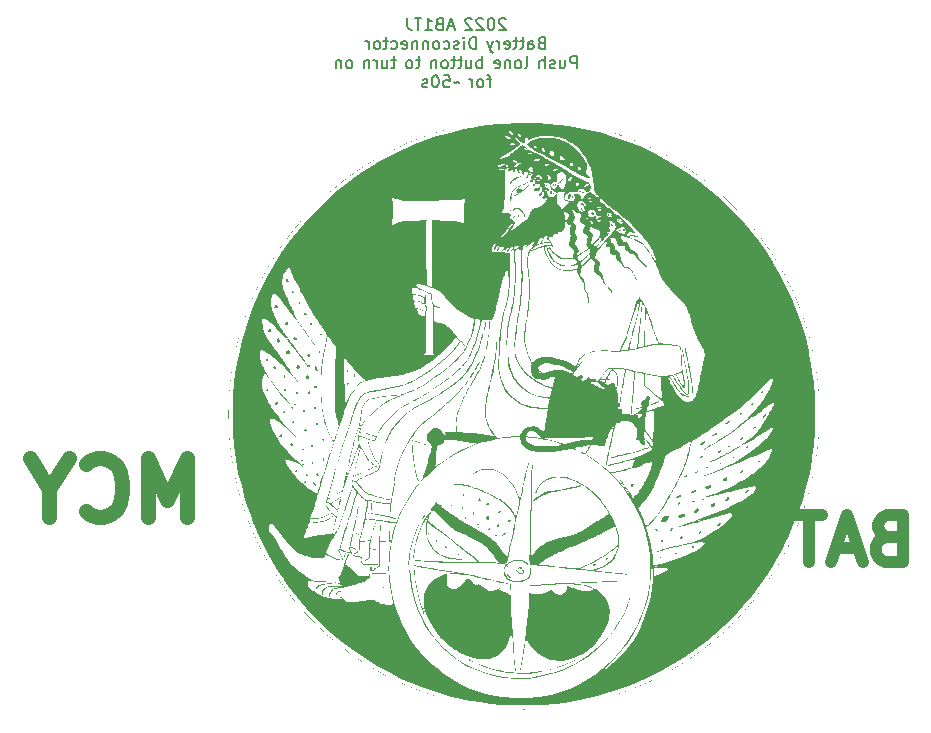
<source format=gbr>
%TF.GenerationSoftware,KiCad,Pcbnew,(6.99.0-874-g7b84e0a7d9-dirty)*%
%TF.CreationDate,2022-02-16T19:00:37-05:00*%
%TF.ProjectId,MotorcycleBatterIsolator,4d6f746f-7263-4796-936c-654261747465,rev?*%
%TF.SameCoordinates,Original*%
%TF.FileFunction,Legend,Bot*%
%TF.FilePolarity,Positive*%
%FSLAX46Y46*%
G04 Gerber Fmt 4.6, Leading zero omitted, Abs format (unit mm)*
G04 Created by KiCad (PCBNEW (6.99.0-874-g7b84e0a7d9-dirty)) date 2022-02-16 19:00:37*
%MOMM*%
%LPD*%
G01*
G04 APERTURE LIST*
%ADD10C,0.150000*%
%ADD11C,1.250000*%
%ADD12C,1.000000*%
G04 APERTURE END LIST*
D10*
X128730952Y-113667619D02*
X128683333Y-113620000D01*
X128683333Y-113620000D02*
X128588095Y-113572380D01*
X128588095Y-113572380D02*
X128350000Y-113572380D01*
X128350000Y-113572380D02*
X128254762Y-113620000D01*
X128254762Y-113620000D02*
X128207143Y-113667619D01*
X128207143Y-113667619D02*
X128159524Y-113762857D01*
X128159524Y-113762857D02*
X128159524Y-113858095D01*
X128159524Y-113858095D02*
X128207143Y-114000952D01*
X128207143Y-114000952D02*
X128778571Y-114572380D01*
X128778571Y-114572380D02*
X128159524Y-114572380D01*
X127540476Y-113572380D02*
X127445238Y-113572380D01*
X127445238Y-113572380D02*
X127350000Y-113620000D01*
X127350000Y-113620000D02*
X127302381Y-113667619D01*
X127302381Y-113667619D02*
X127254762Y-113762857D01*
X127254762Y-113762857D02*
X127207143Y-113953333D01*
X127207143Y-113953333D02*
X127207143Y-114191428D01*
X127207143Y-114191428D02*
X127254762Y-114381904D01*
X127254762Y-114381904D02*
X127302381Y-114477142D01*
X127302381Y-114477142D02*
X127350000Y-114524761D01*
X127350000Y-114524761D02*
X127445238Y-114572380D01*
X127445238Y-114572380D02*
X127540476Y-114572380D01*
X127540476Y-114572380D02*
X127635714Y-114524761D01*
X127635714Y-114524761D02*
X127683333Y-114477142D01*
X127683333Y-114477142D02*
X127730952Y-114381904D01*
X127730952Y-114381904D02*
X127778571Y-114191428D01*
X127778571Y-114191428D02*
X127778571Y-113953333D01*
X127778571Y-113953333D02*
X127730952Y-113762857D01*
X127730952Y-113762857D02*
X127683333Y-113667619D01*
X127683333Y-113667619D02*
X127635714Y-113620000D01*
X127635714Y-113620000D02*
X127540476Y-113572380D01*
X126826190Y-113667619D02*
X126778571Y-113620000D01*
X126778571Y-113620000D02*
X126683333Y-113572380D01*
X126683333Y-113572380D02*
X126445238Y-113572380D01*
X126445238Y-113572380D02*
X126350000Y-113620000D01*
X126350000Y-113620000D02*
X126302381Y-113667619D01*
X126302381Y-113667619D02*
X126254762Y-113762857D01*
X126254762Y-113762857D02*
X126254762Y-113858095D01*
X126254762Y-113858095D02*
X126302381Y-114000952D01*
X126302381Y-114000952D02*
X126873809Y-114572380D01*
X126873809Y-114572380D02*
X126254762Y-114572380D01*
X125873809Y-113667619D02*
X125826190Y-113620000D01*
X125826190Y-113620000D02*
X125730952Y-113572380D01*
X125730952Y-113572380D02*
X125492857Y-113572380D01*
X125492857Y-113572380D02*
X125397619Y-113620000D01*
X125397619Y-113620000D02*
X125350000Y-113667619D01*
X125350000Y-113667619D02*
X125302381Y-113762857D01*
X125302381Y-113762857D02*
X125302381Y-113858095D01*
X125302381Y-113858095D02*
X125350000Y-114000952D01*
X125350000Y-114000952D02*
X125921428Y-114572380D01*
X125921428Y-114572380D02*
X125302381Y-114572380D01*
X124321428Y-114286666D02*
X123845238Y-114286666D01*
X124416666Y-114572380D02*
X124083333Y-113572380D01*
X124083333Y-113572380D02*
X123750000Y-114572380D01*
X123083333Y-114048571D02*
X122940476Y-114096190D01*
X122940476Y-114096190D02*
X122892857Y-114143809D01*
X122892857Y-114143809D02*
X122845238Y-114239047D01*
X122845238Y-114239047D02*
X122845238Y-114381904D01*
X122845238Y-114381904D02*
X122892857Y-114477142D01*
X122892857Y-114477142D02*
X122940476Y-114524761D01*
X122940476Y-114524761D02*
X123035714Y-114572380D01*
X123035714Y-114572380D02*
X123416666Y-114572380D01*
X123416666Y-114572380D02*
X123416666Y-113572380D01*
X123416666Y-113572380D02*
X123083333Y-113572380D01*
X123083333Y-113572380D02*
X122988095Y-113620000D01*
X122988095Y-113620000D02*
X122940476Y-113667619D01*
X122940476Y-113667619D02*
X122892857Y-113762857D01*
X122892857Y-113762857D02*
X122892857Y-113858095D01*
X122892857Y-113858095D02*
X122940476Y-113953333D01*
X122940476Y-113953333D02*
X122988095Y-114000952D01*
X122988095Y-114000952D02*
X123083333Y-114048571D01*
X123083333Y-114048571D02*
X123416666Y-114048571D01*
X121892857Y-114572380D02*
X122464285Y-114572380D01*
X122178571Y-114572380D02*
X122178571Y-113572380D01*
X122178571Y-113572380D02*
X122273809Y-113715238D01*
X122273809Y-113715238D02*
X122369047Y-113810476D01*
X122369047Y-113810476D02*
X122464285Y-113858095D01*
X121607142Y-113572380D02*
X121035714Y-113572380D01*
X121321428Y-114572380D02*
X121321428Y-113572380D01*
X120416666Y-113572380D02*
X120416666Y-114286666D01*
X120416666Y-114286666D02*
X120464285Y-114429523D01*
X120464285Y-114429523D02*
X120559523Y-114524761D01*
X120559523Y-114524761D02*
X120702380Y-114572380D01*
X120702380Y-114572380D02*
X120797618Y-114572380D01*
X131754763Y-115668571D02*
X131611906Y-115716190D01*
X131611906Y-115716190D02*
X131564287Y-115763809D01*
X131564287Y-115763809D02*
X131516668Y-115859047D01*
X131516668Y-115859047D02*
X131516668Y-116001904D01*
X131516668Y-116001904D02*
X131564287Y-116097142D01*
X131564287Y-116097142D02*
X131611906Y-116144761D01*
X131611906Y-116144761D02*
X131707144Y-116192380D01*
X131707144Y-116192380D02*
X132088096Y-116192380D01*
X132088096Y-116192380D02*
X132088096Y-115192380D01*
X132088096Y-115192380D02*
X131754763Y-115192380D01*
X131754763Y-115192380D02*
X131659525Y-115240000D01*
X131659525Y-115240000D02*
X131611906Y-115287619D01*
X131611906Y-115287619D02*
X131564287Y-115382857D01*
X131564287Y-115382857D02*
X131564287Y-115478095D01*
X131564287Y-115478095D02*
X131611906Y-115573333D01*
X131611906Y-115573333D02*
X131659525Y-115620952D01*
X131659525Y-115620952D02*
X131754763Y-115668571D01*
X131754763Y-115668571D02*
X132088096Y-115668571D01*
X130659525Y-116192380D02*
X130659525Y-115668571D01*
X130659525Y-115668571D02*
X130707144Y-115573333D01*
X130707144Y-115573333D02*
X130802382Y-115525714D01*
X130802382Y-115525714D02*
X130992858Y-115525714D01*
X130992858Y-115525714D02*
X131088096Y-115573333D01*
X130659525Y-116144761D02*
X130754763Y-116192380D01*
X130754763Y-116192380D02*
X130992858Y-116192380D01*
X130992858Y-116192380D02*
X131088096Y-116144761D01*
X131088096Y-116144761D02*
X131135715Y-116049523D01*
X131135715Y-116049523D02*
X131135715Y-115954285D01*
X131135715Y-115954285D02*
X131088096Y-115859047D01*
X131088096Y-115859047D02*
X130992858Y-115811428D01*
X130992858Y-115811428D02*
X130754763Y-115811428D01*
X130754763Y-115811428D02*
X130659525Y-115763809D01*
X130326191Y-115525714D02*
X129945239Y-115525714D01*
X130183334Y-115192380D02*
X130183334Y-116049523D01*
X130183334Y-116049523D02*
X130135715Y-116144761D01*
X130135715Y-116144761D02*
X130040477Y-116192380D01*
X130040477Y-116192380D02*
X129945239Y-116192380D01*
X129754762Y-115525714D02*
X129373810Y-115525714D01*
X129611905Y-115192380D02*
X129611905Y-116049523D01*
X129611905Y-116049523D02*
X129564286Y-116144761D01*
X129564286Y-116144761D02*
X129469048Y-116192380D01*
X129469048Y-116192380D02*
X129373810Y-116192380D01*
X128659524Y-116144761D02*
X128754762Y-116192380D01*
X128754762Y-116192380D02*
X128945238Y-116192380D01*
X128945238Y-116192380D02*
X129040476Y-116144761D01*
X129040476Y-116144761D02*
X129088095Y-116049523D01*
X129088095Y-116049523D02*
X129088095Y-115668571D01*
X129088095Y-115668571D02*
X129040476Y-115573333D01*
X129040476Y-115573333D02*
X128945238Y-115525714D01*
X128945238Y-115525714D02*
X128754762Y-115525714D01*
X128754762Y-115525714D02*
X128659524Y-115573333D01*
X128659524Y-115573333D02*
X128611905Y-115668571D01*
X128611905Y-115668571D02*
X128611905Y-115763809D01*
X128611905Y-115763809D02*
X129088095Y-115859047D01*
X128183333Y-116192380D02*
X128183333Y-115525714D01*
X128183333Y-115716190D02*
X128135714Y-115620952D01*
X128135714Y-115620952D02*
X128088095Y-115573333D01*
X128088095Y-115573333D02*
X127992857Y-115525714D01*
X127992857Y-115525714D02*
X127897619Y-115525714D01*
X127659523Y-115525714D02*
X127421428Y-116192380D01*
X127183333Y-115525714D02*
X127421428Y-116192380D01*
X127421428Y-116192380D02*
X127516666Y-116430476D01*
X127516666Y-116430476D02*
X127564285Y-116478095D01*
X127564285Y-116478095D02*
X127659523Y-116525714D01*
X126202380Y-116192380D02*
X126202380Y-115192380D01*
X126202380Y-115192380D02*
X125964285Y-115192380D01*
X125964285Y-115192380D02*
X125821428Y-115240000D01*
X125821428Y-115240000D02*
X125726190Y-115335238D01*
X125726190Y-115335238D02*
X125678571Y-115430476D01*
X125678571Y-115430476D02*
X125630952Y-115620952D01*
X125630952Y-115620952D02*
X125630952Y-115763809D01*
X125630952Y-115763809D02*
X125678571Y-115954285D01*
X125678571Y-115954285D02*
X125726190Y-116049523D01*
X125726190Y-116049523D02*
X125821428Y-116144761D01*
X125821428Y-116144761D02*
X125964285Y-116192380D01*
X125964285Y-116192380D02*
X126202380Y-116192380D01*
X125202380Y-116192380D02*
X125202380Y-115525714D01*
X125202380Y-115192380D02*
X125249999Y-115240000D01*
X125249999Y-115240000D02*
X125202380Y-115287619D01*
X125202380Y-115287619D02*
X125154761Y-115240000D01*
X125154761Y-115240000D02*
X125202380Y-115192380D01*
X125202380Y-115192380D02*
X125202380Y-115287619D01*
X124773809Y-116144761D02*
X124678571Y-116192380D01*
X124678571Y-116192380D02*
X124488095Y-116192380D01*
X124488095Y-116192380D02*
X124392857Y-116144761D01*
X124392857Y-116144761D02*
X124345238Y-116049523D01*
X124345238Y-116049523D02*
X124345238Y-116001904D01*
X124345238Y-116001904D02*
X124392857Y-115906666D01*
X124392857Y-115906666D02*
X124488095Y-115859047D01*
X124488095Y-115859047D02*
X124630952Y-115859047D01*
X124630952Y-115859047D02*
X124726190Y-115811428D01*
X124726190Y-115811428D02*
X124773809Y-115716190D01*
X124773809Y-115716190D02*
X124773809Y-115668571D01*
X124773809Y-115668571D02*
X124726190Y-115573333D01*
X124726190Y-115573333D02*
X124630952Y-115525714D01*
X124630952Y-115525714D02*
X124488095Y-115525714D01*
X124488095Y-115525714D02*
X124392857Y-115573333D01*
X123488095Y-116144761D02*
X123583333Y-116192380D01*
X123583333Y-116192380D02*
X123773809Y-116192380D01*
X123773809Y-116192380D02*
X123869047Y-116144761D01*
X123869047Y-116144761D02*
X123916666Y-116097142D01*
X123916666Y-116097142D02*
X123964285Y-116001904D01*
X123964285Y-116001904D02*
X123964285Y-115716190D01*
X123964285Y-115716190D02*
X123916666Y-115620952D01*
X123916666Y-115620952D02*
X123869047Y-115573333D01*
X123869047Y-115573333D02*
X123773809Y-115525714D01*
X123773809Y-115525714D02*
X123583333Y-115525714D01*
X123583333Y-115525714D02*
X123488095Y-115573333D01*
X122916666Y-116192380D02*
X123011904Y-116144761D01*
X123011904Y-116144761D02*
X123059523Y-116097142D01*
X123059523Y-116097142D02*
X123107142Y-116001904D01*
X123107142Y-116001904D02*
X123107142Y-115716190D01*
X123107142Y-115716190D02*
X123059523Y-115620952D01*
X123059523Y-115620952D02*
X123011904Y-115573333D01*
X123011904Y-115573333D02*
X122916666Y-115525714D01*
X122916666Y-115525714D02*
X122773809Y-115525714D01*
X122773809Y-115525714D02*
X122678571Y-115573333D01*
X122678571Y-115573333D02*
X122630952Y-115620952D01*
X122630952Y-115620952D02*
X122583333Y-115716190D01*
X122583333Y-115716190D02*
X122583333Y-116001904D01*
X122583333Y-116001904D02*
X122630952Y-116097142D01*
X122630952Y-116097142D02*
X122678571Y-116144761D01*
X122678571Y-116144761D02*
X122773809Y-116192380D01*
X122773809Y-116192380D02*
X122916666Y-116192380D01*
X122154761Y-115525714D02*
X122154761Y-116192380D01*
X122154761Y-115620952D02*
X122107142Y-115573333D01*
X122107142Y-115573333D02*
X122011904Y-115525714D01*
X122011904Y-115525714D02*
X121869047Y-115525714D01*
X121869047Y-115525714D02*
X121773809Y-115573333D01*
X121773809Y-115573333D02*
X121726190Y-115668571D01*
X121726190Y-115668571D02*
X121726190Y-116192380D01*
X121249999Y-115525714D02*
X121249999Y-116192380D01*
X121249999Y-115620952D02*
X121202380Y-115573333D01*
X121202380Y-115573333D02*
X121107142Y-115525714D01*
X121107142Y-115525714D02*
X120964285Y-115525714D01*
X120964285Y-115525714D02*
X120869047Y-115573333D01*
X120869047Y-115573333D02*
X120821428Y-115668571D01*
X120821428Y-115668571D02*
X120821428Y-116192380D01*
X119964285Y-116144761D02*
X120059523Y-116192380D01*
X120059523Y-116192380D02*
X120249999Y-116192380D01*
X120249999Y-116192380D02*
X120345237Y-116144761D01*
X120345237Y-116144761D02*
X120392856Y-116049523D01*
X120392856Y-116049523D02*
X120392856Y-115668571D01*
X120392856Y-115668571D02*
X120345237Y-115573333D01*
X120345237Y-115573333D02*
X120249999Y-115525714D01*
X120249999Y-115525714D02*
X120059523Y-115525714D01*
X120059523Y-115525714D02*
X119964285Y-115573333D01*
X119964285Y-115573333D02*
X119916666Y-115668571D01*
X119916666Y-115668571D02*
X119916666Y-115763809D01*
X119916666Y-115763809D02*
X120392856Y-115859047D01*
X119059523Y-116144761D02*
X119154761Y-116192380D01*
X119154761Y-116192380D02*
X119345237Y-116192380D01*
X119345237Y-116192380D02*
X119440475Y-116144761D01*
X119440475Y-116144761D02*
X119488094Y-116097142D01*
X119488094Y-116097142D02*
X119535713Y-116001904D01*
X119535713Y-116001904D02*
X119535713Y-115716190D01*
X119535713Y-115716190D02*
X119488094Y-115620952D01*
X119488094Y-115620952D02*
X119440475Y-115573333D01*
X119440475Y-115573333D02*
X119345237Y-115525714D01*
X119345237Y-115525714D02*
X119154761Y-115525714D01*
X119154761Y-115525714D02*
X119059523Y-115573333D01*
X118773808Y-115525714D02*
X118392856Y-115525714D01*
X118630951Y-115192380D02*
X118630951Y-116049523D01*
X118630951Y-116049523D02*
X118583332Y-116144761D01*
X118583332Y-116144761D02*
X118488094Y-116192380D01*
X118488094Y-116192380D02*
X118392856Y-116192380D01*
X117916665Y-116192380D02*
X118011903Y-116144761D01*
X118011903Y-116144761D02*
X118059522Y-116097142D01*
X118059522Y-116097142D02*
X118107141Y-116001904D01*
X118107141Y-116001904D02*
X118107141Y-115716190D01*
X118107141Y-115716190D02*
X118059522Y-115620952D01*
X118059522Y-115620952D02*
X118011903Y-115573333D01*
X118011903Y-115573333D02*
X117916665Y-115525714D01*
X117916665Y-115525714D02*
X117773808Y-115525714D01*
X117773808Y-115525714D02*
X117678570Y-115573333D01*
X117678570Y-115573333D02*
X117630951Y-115620952D01*
X117630951Y-115620952D02*
X117583332Y-115716190D01*
X117583332Y-115716190D02*
X117583332Y-116001904D01*
X117583332Y-116001904D02*
X117630951Y-116097142D01*
X117630951Y-116097142D02*
X117678570Y-116144761D01*
X117678570Y-116144761D02*
X117773808Y-116192380D01*
X117773808Y-116192380D02*
X117916665Y-116192380D01*
X117154760Y-116192380D02*
X117154760Y-115525714D01*
X117154760Y-115716190D02*
X117107141Y-115620952D01*
X117107141Y-115620952D02*
X117059522Y-115573333D01*
X117059522Y-115573333D02*
X116964284Y-115525714D01*
X116964284Y-115525714D02*
X116869046Y-115525714D01*
X134740477Y-117812380D02*
X134740477Y-116812380D01*
X134740477Y-116812380D02*
X134359525Y-116812380D01*
X134359525Y-116812380D02*
X134264287Y-116860000D01*
X134264287Y-116860000D02*
X134216668Y-116907619D01*
X134216668Y-116907619D02*
X134169049Y-117002857D01*
X134169049Y-117002857D02*
X134169049Y-117145714D01*
X134169049Y-117145714D02*
X134216668Y-117240952D01*
X134216668Y-117240952D02*
X134264287Y-117288571D01*
X134264287Y-117288571D02*
X134359525Y-117336190D01*
X134359525Y-117336190D02*
X134740477Y-117336190D01*
X133311906Y-117145714D02*
X133311906Y-117812380D01*
X133740477Y-117145714D02*
X133740477Y-117669523D01*
X133740477Y-117669523D02*
X133692858Y-117764761D01*
X133692858Y-117764761D02*
X133597620Y-117812380D01*
X133597620Y-117812380D02*
X133454763Y-117812380D01*
X133454763Y-117812380D02*
X133359525Y-117764761D01*
X133359525Y-117764761D02*
X133311906Y-117717142D01*
X132883334Y-117764761D02*
X132788096Y-117812380D01*
X132788096Y-117812380D02*
X132597620Y-117812380D01*
X132597620Y-117812380D02*
X132502382Y-117764761D01*
X132502382Y-117764761D02*
X132454763Y-117669523D01*
X132454763Y-117669523D02*
X132454763Y-117621904D01*
X132454763Y-117621904D02*
X132502382Y-117526666D01*
X132502382Y-117526666D02*
X132597620Y-117479047D01*
X132597620Y-117479047D02*
X132740477Y-117479047D01*
X132740477Y-117479047D02*
X132835715Y-117431428D01*
X132835715Y-117431428D02*
X132883334Y-117336190D01*
X132883334Y-117336190D02*
X132883334Y-117288571D01*
X132883334Y-117288571D02*
X132835715Y-117193333D01*
X132835715Y-117193333D02*
X132740477Y-117145714D01*
X132740477Y-117145714D02*
X132597620Y-117145714D01*
X132597620Y-117145714D02*
X132502382Y-117193333D01*
X132026191Y-117812380D02*
X132026191Y-116812380D01*
X131597620Y-117812380D02*
X131597620Y-117288571D01*
X131597620Y-117288571D02*
X131645239Y-117193333D01*
X131645239Y-117193333D02*
X131740477Y-117145714D01*
X131740477Y-117145714D02*
X131883334Y-117145714D01*
X131883334Y-117145714D02*
X131978572Y-117193333D01*
X131978572Y-117193333D02*
X132026191Y-117240952D01*
X130378572Y-117812380D02*
X130473810Y-117764761D01*
X130473810Y-117764761D02*
X130521429Y-117669523D01*
X130521429Y-117669523D02*
X130521429Y-116812380D01*
X129854762Y-117812380D02*
X129950000Y-117764761D01*
X129950000Y-117764761D02*
X129997619Y-117717142D01*
X129997619Y-117717142D02*
X130045238Y-117621904D01*
X130045238Y-117621904D02*
X130045238Y-117336190D01*
X130045238Y-117336190D02*
X129997619Y-117240952D01*
X129997619Y-117240952D02*
X129950000Y-117193333D01*
X129950000Y-117193333D02*
X129854762Y-117145714D01*
X129854762Y-117145714D02*
X129711905Y-117145714D01*
X129711905Y-117145714D02*
X129616667Y-117193333D01*
X129616667Y-117193333D02*
X129569048Y-117240952D01*
X129569048Y-117240952D02*
X129521429Y-117336190D01*
X129521429Y-117336190D02*
X129521429Y-117621904D01*
X129521429Y-117621904D02*
X129569048Y-117717142D01*
X129569048Y-117717142D02*
X129616667Y-117764761D01*
X129616667Y-117764761D02*
X129711905Y-117812380D01*
X129711905Y-117812380D02*
X129854762Y-117812380D01*
X129092857Y-117145714D02*
X129092857Y-117812380D01*
X129092857Y-117240952D02*
X129045238Y-117193333D01*
X129045238Y-117193333D02*
X128950000Y-117145714D01*
X128950000Y-117145714D02*
X128807143Y-117145714D01*
X128807143Y-117145714D02*
X128711905Y-117193333D01*
X128711905Y-117193333D02*
X128664286Y-117288571D01*
X128664286Y-117288571D02*
X128664286Y-117812380D01*
X127807143Y-117764761D02*
X127902381Y-117812380D01*
X127902381Y-117812380D02*
X128092857Y-117812380D01*
X128092857Y-117812380D02*
X128188095Y-117764761D01*
X128188095Y-117764761D02*
X128235714Y-117669523D01*
X128235714Y-117669523D02*
X128235714Y-117288571D01*
X128235714Y-117288571D02*
X128188095Y-117193333D01*
X128188095Y-117193333D02*
X128092857Y-117145714D01*
X128092857Y-117145714D02*
X127902381Y-117145714D01*
X127902381Y-117145714D02*
X127807143Y-117193333D01*
X127807143Y-117193333D02*
X127759524Y-117288571D01*
X127759524Y-117288571D02*
X127759524Y-117383809D01*
X127759524Y-117383809D02*
X128235714Y-117479047D01*
X126730952Y-117812380D02*
X126730952Y-116812380D01*
X126730952Y-117193333D02*
X126635714Y-117145714D01*
X126635714Y-117145714D02*
X126445238Y-117145714D01*
X126445238Y-117145714D02*
X126350000Y-117193333D01*
X126350000Y-117193333D02*
X126302381Y-117240952D01*
X126302381Y-117240952D02*
X126254762Y-117336190D01*
X126254762Y-117336190D02*
X126254762Y-117621904D01*
X126254762Y-117621904D02*
X126302381Y-117717142D01*
X126302381Y-117717142D02*
X126350000Y-117764761D01*
X126350000Y-117764761D02*
X126445238Y-117812380D01*
X126445238Y-117812380D02*
X126635714Y-117812380D01*
X126635714Y-117812380D02*
X126730952Y-117764761D01*
X125397619Y-117145714D02*
X125397619Y-117812380D01*
X125826190Y-117145714D02*
X125826190Y-117669523D01*
X125826190Y-117669523D02*
X125778571Y-117764761D01*
X125778571Y-117764761D02*
X125683333Y-117812380D01*
X125683333Y-117812380D02*
X125540476Y-117812380D01*
X125540476Y-117812380D02*
X125445238Y-117764761D01*
X125445238Y-117764761D02*
X125397619Y-117717142D01*
X125064285Y-117145714D02*
X124683333Y-117145714D01*
X124921428Y-116812380D02*
X124921428Y-117669523D01*
X124921428Y-117669523D02*
X124873809Y-117764761D01*
X124873809Y-117764761D02*
X124778571Y-117812380D01*
X124778571Y-117812380D02*
X124683333Y-117812380D01*
X124492856Y-117145714D02*
X124111904Y-117145714D01*
X124349999Y-116812380D02*
X124349999Y-117669523D01*
X124349999Y-117669523D02*
X124302380Y-117764761D01*
X124302380Y-117764761D02*
X124207142Y-117812380D01*
X124207142Y-117812380D02*
X124111904Y-117812380D01*
X123635713Y-117812380D02*
X123730951Y-117764761D01*
X123730951Y-117764761D02*
X123778570Y-117717142D01*
X123778570Y-117717142D02*
X123826189Y-117621904D01*
X123826189Y-117621904D02*
X123826189Y-117336190D01*
X123826189Y-117336190D02*
X123778570Y-117240952D01*
X123778570Y-117240952D02*
X123730951Y-117193333D01*
X123730951Y-117193333D02*
X123635713Y-117145714D01*
X123635713Y-117145714D02*
X123492856Y-117145714D01*
X123492856Y-117145714D02*
X123397618Y-117193333D01*
X123397618Y-117193333D02*
X123349999Y-117240952D01*
X123349999Y-117240952D02*
X123302380Y-117336190D01*
X123302380Y-117336190D02*
X123302380Y-117621904D01*
X123302380Y-117621904D02*
X123349999Y-117717142D01*
X123349999Y-117717142D02*
X123397618Y-117764761D01*
X123397618Y-117764761D02*
X123492856Y-117812380D01*
X123492856Y-117812380D02*
X123635713Y-117812380D01*
X122873808Y-117145714D02*
X122873808Y-117812380D01*
X122873808Y-117240952D02*
X122826189Y-117193333D01*
X122826189Y-117193333D02*
X122730951Y-117145714D01*
X122730951Y-117145714D02*
X122588094Y-117145714D01*
X122588094Y-117145714D02*
X122492856Y-117193333D01*
X122492856Y-117193333D02*
X122445237Y-117288571D01*
X122445237Y-117288571D02*
X122445237Y-117812380D01*
X121511903Y-117145714D02*
X121130951Y-117145714D01*
X121369046Y-116812380D02*
X121369046Y-117669523D01*
X121369046Y-117669523D02*
X121321427Y-117764761D01*
X121321427Y-117764761D02*
X121226189Y-117812380D01*
X121226189Y-117812380D02*
X121130951Y-117812380D01*
X120654760Y-117812380D02*
X120749998Y-117764761D01*
X120749998Y-117764761D02*
X120797617Y-117717142D01*
X120797617Y-117717142D02*
X120845236Y-117621904D01*
X120845236Y-117621904D02*
X120845236Y-117336190D01*
X120845236Y-117336190D02*
X120797617Y-117240952D01*
X120797617Y-117240952D02*
X120749998Y-117193333D01*
X120749998Y-117193333D02*
X120654760Y-117145714D01*
X120654760Y-117145714D02*
X120511903Y-117145714D01*
X120511903Y-117145714D02*
X120416665Y-117193333D01*
X120416665Y-117193333D02*
X120369046Y-117240952D01*
X120369046Y-117240952D02*
X120321427Y-117336190D01*
X120321427Y-117336190D02*
X120321427Y-117621904D01*
X120321427Y-117621904D02*
X120369046Y-117717142D01*
X120369046Y-117717142D02*
X120416665Y-117764761D01*
X120416665Y-117764761D02*
X120511903Y-117812380D01*
X120511903Y-117812380D02*
X120654760Y-117812380D01*
X119435712Y-117145714D02*
X119054760Y-117145714D01*
X119292855Y-116812380D02*
X119292855Y-117669523D01*
X119292855Y-117669523D02*
X119245236Y-117764761D01*
X119245236Y-117764761D02*
X119149998Y-117812380D01*
X119149998Y-117812380D02*
X119054760Y-117812380D01*
X118292855Y-117145714D02*
X118292855Y-117812380D01*
X118721426Y-117145714D02*
X118721426Y-117669523D01*
X118721426Y-117669523D02*
X118673807Y-117764761D01*
X118673807Y-117764761D02*
X118578569Y-117812380D01*
X118578569Y-117812380D02*
X118435712Y-117812380D01*
X118435712Y-117812380D02*
X118340474Y-117764761D01*
X118340474Y-117764761D02*
X118292855Y-117717142D01*
X117816664Y-117812380D02*
X117816664Y-117145714D01*
X117816664Y-117336190D02*
X117769045Y-117240952D01*
X117769045Y-117240952D02*
X117721426Y-117193333D01*
X117721426Y-117193333D02*
X117626188Y-117145714D01*
X117626188Y-117145714D02*
X117530950Y-117145714D01*
X117197616Y-117145714D02*
X117197616Y-117812380D01*
X117197616Y-117240952D02*
X117149997Y-117193333D01*
X117149997Y-117193333D02*
X117054759Y-117145714D01*
X117054759Y-117145714D02*
X116911902Y-117145714D01*
X116911902Y-117145714D02*
X116816664Y-117193333D01*
X116816664Y-117193333D02*
X116769045Y-117288571D01*
X116769045Y-117288571D02*
X116769045Y-117812380D01*
X115549997Y-117812380D02*
X115645235Y-117764761D01*
X115645235Y-117764761D02*
X115692854Y-117717142D01*
X115692854Y-117717142D02*
X115740473Y-117621904D01*
X115740473Y-117621904D02*
X115740473Y-117336190D01*
X115740473Y-117336190D02*
X115692854Y-117240952D01*
X115692854Y-117240952D02*
X115645235Y-117193333D01*
X115645235Y-117193333D02*
X115549997Y-117145714D01*
X115549997Y-117145714D02*
X115407140Y-117145714D01*
X115407140Y-117145714D02*
X115311902Y-117193333D01*
X115311902Y-117193333D02*
X115264283Y-117240952D01*
X115264283Y-117240952D02*
X115216664Y-117336190D01*
X115216664Y-117336190D02*
X115216664Y-117621904D01*
X115216664Y-117621904D02*
X115264283Y-117717142D01*
X115264283Y-117717142D02*
X115311902Y-117764761D01*
X115311902Y-117764761D02*
X115407140Y-117812380D01*
X115407140Y-117812380D02*
X115549997Y-117812380D01*
X114788092Y-117145714D02*
X114788092Y-117812380D01*
X114788092Y-117240952D02*
X114740473Y-117193333D01*
X114740473Y-117193333D02*
X114645235Y-117145714D01*
X114645235Y-117145714D02*
X114502378Y-117145714D01*
X114502378Y-117145714D02*
X114407140Y-117193333D01*
X114407140Y-117193333D02*
X114359521Y-117288571D01*
X114359521Y-117288571D02*
X114359521Y-117812380D01*
X127516666Y-118765714D02*
X127135714Y-118765714D01*
X127373809Y-119432380D02*
X127373809Y-118575238D01*
X127373809Y-118575238D02*
X127326190Y-118480000D01*
X127326190Y-118480000D02*
X127230952Y-118432380D01*
X127230952Y-118432380D02*
X127135714Y-118432380D01*
X126659523Y-119432380D02*
X126754761Y-119384761D01*
X126754761Y-119384761D02*
X126802380Y-119337142D01*
X126802380Y-119337142D02*
X126849999Y-119241904D01*
X126849999Y-119241904D02*
X126849999Y-118956190D01*
X126849999Y-118956190D02*
X126802380Y-118860952D01*
X126802380Y-118860952D02*
X126754761Y-118813333D01*
X126754761Y-118813333D02*
X126659523Y-118765714D01*
X126659523Y-118765714D02*
X126516666Y-118765714D01*
X126516666Y-118765714D02*
X126421428Y-118813333D01*
X126421428Y-118813333D02*
X126373809Y-118860952D01*
X126373809Y-118860952D02*
X126326190Y-118956190D01*
X126326190Y-118956190D02*
X126326190Y-119241904D01*
X126326190Y-119241904D02*
X126373809Y-119337142D01*
X126373809Y-119337142D02*
X126421428Y-119384761D01*
X126421428Y-119384761D02*
X126516666Y-119432380D01*
X126516666Y-119432380D02*
X126659523Y-119432380D01*
X125897618Y-119432380D02*
X125897618Y-118765714D01*
X125897618Y-118956190D02*
X125849999Y-118860952D01*
X125849999Y-118860952D02*
X125802380Y-118813333D01*
X125802380Y-118813333D02*
X125707142Y-118765714D01*
X125707142Y-118765714D02*
X125611904Y-118765714D01*
X124821427Y-119051428D02*
X124773808Y-119003809D01*
X124773808Y-119003809D02*
X124678570Y-118956190D01*
X124678570Y-118956190D02*
X124488094Y-119051428D01*
X124488094Y-119051428D02*
X124392856Y-119003809D01*
X124392856Y-119003809D02*
X124345237Y-118956190D01*
X123488094Y-118432380D02*
X123964284Y-118432380D01*
X123964284Y-118432380D02*
X124011903Y-118908571D01*
X124011903Y-118908571D02*
X123964284Y-118860952D01*
X123964284Y-118860952D02*
X123869046Y-118813333D01*
X123869046Y-118813333D02*
X123630951Y-118813333D01*
X123630951Y-118813333D02*
X123535713Y-118860952D01*
X123535713Y-118860952D02*
X123488094Y-118908571D01*
X123488094Y-118908571D02*
X123440475Y-119003809D01*
X123440475Y-119003809D02*
X123440475Y-119241904D01*
X123440475Y-119241904D02*
X123488094Y-119337142D01*
X123488094Y-119337142D02*
X123535713Y-119384761D01*
X123535713Y-119384761D02*
X123630951Y-119432380D01*
X123630951Y-119432380D02*
X123869046Y-119432380D01*
X123869046Y-119432380D02*
X123964284Y-119384761D01*
X123964284Y-119384761D02*
X124011903Y-119337142D01*
X122821427Y-118432380D02*
X122726189Y-118432380D01*
X122726189Y-118432380D02*
X122630951Y-118480000D01*
X122630951Y-118480000D02*
X122583332Y-118527619D01*
X122583332Y-118527619D02*
X122535713Y-118622857D01*
X122535713Y-118622857D02*
X122488094Y-118813333D01*
X122488094Y-118813333D02*
X122488094Y-119051428D01*
X122488094Y-119051428D02*
X122535713Y-119241904D01*
X122535713Y-119241904D02*
X122583332Y-119337142D01*
X122583332Y-119337142D02*
X122630951Y-119384761D01*
X122630951Y-119384761D02*
X122726189Y-119432380D01*
X122726189Y-119432380D02*
X122821427Y-119432380D01*
X122821427Y-119432380D02*
X122916665Y-119384761D01*
X122916665Y-119384761D02*
X122964284Y-119337142D01*
X122964284Y-119337142D02*
X123011903Y-119241904D01*
X123011903Y-119241904D02*
X123059522Y-119051428D01*
X123059522Y-119051428D02*
X123059522Y-118813333D01*
X123059522Y-118813333D02*
X123011903Y-118622857D01*
X123011903Y-118622857D02*
X122964284Y-118527619D01*
X122964284Y-118527619D02*
X122916665Y-118480000D01*
X122916665Y-118480000D02*
X122821427Y-118432380D01*
X122107141Y-119384761D02*
X122011903Y-119432380D01*
X122011903Y-119432380D02*
X121821427Y-119432380D01*
X121821427Y-119432380D02*
X121726189Y-119384761D01*
X121726189Y-119384761D02*
X121678570Y-119289523D01*
X121678570Y-119289523D02*
X121678570Y-119241904D01*
X121678570Y-119241904D02*
X121726189Y-119146666D01*
X121726189Y-119146666D02*
X121821427Y-119099047D01*
X121821427Y-119099047D02*
X121964284Y-119099047D01*
X121964284Y-119099047D02*
X122059522Y-119051428D01*
X122059522Y-119051428D02*
X122107141Y-118956190D01*
X122107141Y-118956190D02*
X122107141Y-118908571D01*
X122107141Y-118908571D02*
X122059522Y-118813333D01*
X122059522Y-118813333D02*
X121964284Y-118765714D01*
X121964284Y-118765714D02*
X121821427Y-118765714D01*
X121821427Y-118765714D02*
X121726189Y-118813333D01*
D11*
X101759523Y-155811904D02*
X101759523Y-150811904D01*
X101759523Y-150811904D02*
X100092857Y-154383333D01*
X100092857Y-154383333D02*
X98426190Y-150811904D01*
X98426190Y-150811904D02*
X98426190Y-155811904D01*
X93188094Y-155335714D02*
X93426190Y-155573809D01*
X93426190Y-155573809D02*
X94140475Y-155811904D01*
X94140475Y-155811904D02*
X94616666Y-155811904D01*
X94616666Y-155811904D02*
X95330952Y-155573809D01*
X95330952Y-155573809D02*
X95807142Y-155097619D01*
X95807142Y-155097619D02*
X96045237Y-154621428D01*
X96045237Y-154621428D02*
X96283333Y-153669047D01*
X96283333Y-153669047D02*
X96283333Y-152954761D01*
X96283333Y-152954761D02*
X96045237Y-152002380D01*
X96045237Y-152002380D02*
X95807142Y-151526190D01*
X95807142Y-151526190D02*
X95330952Y-151050000D01*
X95330952Y-151050000D02*
X94616666Y-150811904D01*
X94616666Y-150811904D02*
X94140475Y-150811904D01*
X94140475Y-150811904D02*
X93426190Y-151050000D01*
X93426190Y-151050000D02*
X93188094Y-151288095D01*
X90092856Y-153430952D02*
X90092856Y-155811904D01*
X91759523Y-150811904D02*
X90092856Y-153430952D01*
X90092856Y-153430952D02*
X88426190Y-150811904D01*
D12*
X161052380Y-157514285D02*
X160480952Y-157704761D01*
X160480952Y-157704761D02*
X160290475Y-157895238D01*
X160290475Y-157895238D02*
X160099999Y-158276190D01*
X160099999Y-158276190D02*
X160099999Y-158847619D01*
X160099999Y-158847619D02*
X160290475Y-159228571D01*
X160290475Y-159228571D02*
X160480952Y-159419047D01*
X160480952Y-159419047D02*
X160861904Y-159609523D01*
X160861904Y-159609523D02*
X162385714Y-159609523D01*
X162385714Y-159609523D02*
X162385714Y-155609523D01*
X162385714Y-155609523D02*
X161052380Y-155609523D01*
X161052380Y-155609523D02*
X160671428Y-155800000D01*
X160671428Y-155800000D02*
X160480952Y-155990476D01*
X160480952Y-155990476D02*
X160290475Y-156371428D01*
X160290475Y-156371428D02*
X160290475Y-156752380D01*
X160290475Y-156752380D02*
X160480952Y-157133333D01*
X160480952Y-157133333D02*
X160671428Y-157323809D01*
X160671428Y-157323809D02*
X161052380Y-157514285D01*
X161052380Y-157514285D02*
X162385714Y-157514285D01*
X158576190Y-158466666D02*
X156671428Y-158466666D01*
X158957142Y-159609523D02*
X157623809Y-155609523D01*
X157623809Y-155609523D02*
X156290475Y-159609523D01*
X155528571Y-155609523D02*
X153242857Y-155609523D01*
X154385714Y-159609523D02*
X154385714Y-155609523D01*
%TO.C,G\u002A\u002A\u002A*%
G36*
X153379333Y-156740334D02*
G01*
X153365222Y-156754445D01*
X153351111Y-156740334D01*
X153365222Y-156726223D01*
X153379333Y-156740334D01*
G37*
G36*
X153294667Y-156937889D02*
G01*
X153280556Y-156952000D01*
X153266444Y-156937889D01*
X153280556Y-156923778D01*
X153294667Y-156937889D01*
G37*
G36*
X153210000Y-157135445D02*
G01*
X153195889Y-157149556D01*
X153181778Y-157135445D01*
X153195889Y-157121334D01*
X153210000Y-157135445D01*
G37*
G36*
X153097111Y-157389445D02*
G01*
X153083000Y-157403556D01*
X153068889Y-157389445D01*
X153083000Y-157375334D01*
X153097111Y-157389445D01*
G37*
G36*
X153097111Y-136787223D02*
G01*
X153083000Y-136801334D01*
X153068889Y-136787223D01*
X153083000Y-136773112D01*
X153097111Y-136787223D01*
G37*
G36*
X152956000Y-136476778D02*
G01*
X152941889Y-136490889D01*
X152927778Y-136476778D01*
X152941889Y-136462667D01*
X152956000Y-136476778D01*
G37*
G36*
X152927778Y-157756334D02*
G01*
X152913667Y-157770445D01*
X152899556Y-157756334D01*
X152913667Y-157742223D01*
X152927778Y-157756334D01*
G37*
G36*
X152927778Y-136420334D02*
G01*
X152913667Y-136434445D01*
X152899556Y-136420334D01*
X152913667Y-136406223D01*
X152927778Y-136420334D01*
G37*
G36*
X152899556Y-157812778D02*
G01*
X152885444Y-157826889D01*
X152871333Y-157812778D01*
X152885444Y-157798667D01*
X152899556Y-157812778D01*
G37*
G36*
X152899556Y-136363889D02*
G01*
X152885444Y-136378000D01*
X152871333Y-136363889D01*
X152885444Y-136349778D01*
X152899556Y-136363889D01*
G37*
G36*
X152871333Y-157869223D02*
G01*
X152857222Y-157883334D01*
X152843111Y-157869223D01*
X152857222Y-157855112D01*
X152871333Y-157869223D01*
G37*
G36*
X152504444Y-158603000D02*
G01*
X152490333Y-158617112D01*
X152476222Y-158603000D01*
X152490333Y-158588889D01*
X152504444Y-158603000D01*
G37*
G36*
X152476222Y-158659445D02*
G01*
X152462111Y-158673556D01*
X152448000Y-158659445D01*
X152462111Y-158645334D01*
X152476222Y-158659445D01*
G37*
G36*
X152448000Y-158715889D02*
G01*
X152433889Y-158730000D01*
X152419778Y-158715889D01*
X152433889Y-158701778D01*
X152448000Y-158715889D01*
G37*
G36*
X152448000Y-135460778D02*
G01*
X152433889Y-135474889D01*
X152419778Y-135460778D01*
X152433889Y-135446667D01*
X152448000Y-135460778D01*
G37*
G36*
X152419778Y-158772334D02*
G01*
X152405667Y-158786445D01*
X152391556Y-158772334D01*
X152405667Y-158758223D01*
X152419778Y-158772334D01*
G37*
G36*
X152419778Y-135404334D02*
G01*
X152405667Y-135418445D01*
X152391556Y-135404334D01*
X152405667Y-135390223D01*
X152419778Y-135404334D01*
G37*
G36*
X152250444Y-159082778D02*
G01*
X152236333Y-159096889D01*
X152222222Y-159082778D01*
X152236333Y-159068667D01*
X152250444Y-159082778D01*
G37*
G36*
X142485556Y-168932334D02*
G01*
X142471444Y-168946445D01*
X142457333Y-168932334D01*
X142471444Y-168918223D01*
X142485556Y-168932334D01*
G37*
G36*
X142231556Y-125131445D02*
G01*
X142217444Y-125145556D01*
X142203333Y-125131445D01*
X142217444Y-125117334D01*
X142231556Y-125131445D01*
G37*
G36*
X142175111Y-169101667D02*
G01*
X142161000Y-169115778D01*
X142146889Y-169101667D01*
X142161000Y-169087556D01*
X142175111Y-169101667D01*
G37*
G36*
X141808222Y-124905667D02*
G01*
X141794111Y-124919778D01*
X141780000Y-124905667D01*
X141794111Y-124891556D01*
X141808222Y-124905667D01*
G37*
G36*
X141751778Y-169327445D02*
G01*
X141737667Y-169341556D01*
X141723556Y-169327445D01*
X141737667Y-169313334D01*
X141751778Y-169327445D01*
G37*
G36*
X141751778Y-124877445D02*
G01*
X141737667Y-124891556D01*
X141723556Y-124877445D01*
X141737667Y-124863334D01*
X141751778Y-124877445D01*
G37*
G36*
X141695333Y-169355667D02*
G01*
X141681222Y-169369778D01*
X141667111Y-169355667D01*
X141681222Y-169341556D01*
X141695333Y-169355667D01*
G37*
G36*
X141695333Y-124849223D02*
G01*
X141681222Y-124863334D01*
X141667111Y-124849223D01*
X141681222Y-124835112D01*
X141695333Y-124849223D01*
G37*
G36*
X141638889Y-169383889D02*
G01*
X141624778Y-169398000D01*
X141610667Y-169383889D01*
X141624778Y-169369778D01*
X141638889Y-169383889D01*
G37*
G36*
X141638889Y-124821000D02*
G01*
X141624778Y-124835112D01*
X141610667Y-124821000D01*
X141624778Y-124806889D01*
X141638889Y-124821000D01*
G37*
G36*
X141582444Y-169412112D02*
G01*
X141568333Y-169426223D01*
X141554222Y-169412112D01*
X141568333Y-169398000D01*
X141582444Y-169412112D01*
G37*
G36*
X141582444Y-124792778D02*
G01*
X141568333Y-124806889D01*
X141554222Y-124792778D01*
X141568333Y-124778667D01*
X141582444Y-124792778D01*
G37*
G36*
X141526000Y-169440334D02*
G01*
X141511889Y-169454445D01*
X141497778Y-169440334D01*
X141511889Y-169426223D01*
X141526000Y-169440334D01*
G37*
G36*
X141526000Y-124764556D02*
G01*
X141511889Y-124778667D01*
X141497778Y-124764556D01*
X141511889Y-124750445D01*
X141526000Y-124764556D01*
G37*
G36*
X141469556Y-169468556D02*
G01*
X141455444Y-169482667D01*
X141441333Y-169468556D01*
X141455444Y-169454445D01*
X141469556Y-169468556D01*
G37*
G36*
X141469556Y-124736334D02*
G01*
X141455444Y-124750445D01*
X141441333Y-124736334D01*
X141455444Y-124722223D01*
X141469556Y-124736334D01*
G37*
G36*
X141413111Y-169496778D02*
G01*
X141399000Y-169510889D01*
X141384889Y-169496778D01*
X141399000Y-169482667D01*
X141413111Y-169496778D01*
G37*
G36*
X141413111Y-124708112D02*
G01*
X141399000Y-124722223D01*
X141384889Y-124708112D01*
X141399000Y-124694000D01*
X141413111Y-124708112D01*
G37*
G36*
X141356667Y-169525000D02*
G01*
X141342556Y-169539112D01*
X141328444Y-169525000D01*
X141342556Y-169510889D01*
X141356667Y-169525000D01*
G37*
G36*
X141356667Y-124679889D02*
G01*
X141342556Y-124694000D01*
X141328444Y-124679889D01*
X141342556Y-124665778D01*
X141356667Y-124679889D01*
G37*
G36*
X141300222Y-169553223D02*
G01*
X141286111Y-169567334D01*
X141272000Y-169553223D01*
X141286111Y-169539112D01*
X141300222Y-169553223D01*
G37*
G36*
X141300222Y-124651667D02*
G01*
X141286111Y-124665778D01*
X141272000Y-124651667D01*
X141286111Y-124637556D01*
X141300222Y-124651667D01*
G37*
G36*
X141243778Y-169581445D02*
G01*
X141229667Y-169595556D01*
X141215556Y-169581445D01*
X141229667Y-169567334D01*
X141243778Y-169581445D01*
G37*
G36*
X141243778Y-124623445D02*
G01*
X141229667Y-124637556D01*
X141215556Y-124623445D01*
X141229667Y-124609334D01*
X141243778Y-124623445D01*
G37*
G36*
X140820444Y-124425889D02*
G01*
X140806333Y-124440000D01*
X140792222Y-124425889D01*
X140806333Y-124411778D01*
X140820444Y-124425889D01*
G37*
G36*
X140764000Y-169807223D02*
G01*
X140749889Y-169821334D01*
X140735778Y-169807223D01*
X140749889Y-169793112D01*
X140764000Y-169807223D01*
G37*
G36*
X140764000Y-124397667D02*
G01*
X140749889Y-124411778D01*
X140735778Y-124397667D01*
X140749889Y-124383556D01*
X140764000Y-124397667D01*
G37*
G36*
X140510000Y-124284778D02*
G01*
X140495889Y-124298889D01*
X140481778Y-124284778D01*
X140495889Y-124270667D01*
X140510000Y-124284778D01*
G37*
G36*
X140453556Y-169948334D02*
G01*
X140439444Y-169962445D01*
X140425333Y-169948334D01*
X140439444Y-169934223D01*
X140453556Y-169948334D01*
G37*
G36*
X140256000Y-124171889D02*
G01*
X140241889Y-124186000D01*
X140227778Y-124171889D01*
X140241889Y-124157778D01*
X140256000Y-124171889D01*
G37*
G36*
X139860889Y-170202334D02*
G01*
X139846778Y-170216445D01*
X139832667Y-170202334D01*
X139846778Y-170188223D01*
X139860889Y-170202334D01*
G37*
G36*
X120556889Y-170145889D02*
G01*
X120542778Y-170160000D01*
X120528667Y-170145889D01*
X120542778Y-170131778D01*
X120556889Y-170145889D01*
G37*
G36*
X120472222Y-124143667D02*
G01*
X120458111Y-124157778D01*
X120444000Y-124143667D01*
X120458111Y-124129556D01*
X120472222Y-124143667D01*
G37*
G36*
X120359333Y-170061223D02*
G01*
X120345222Y-170075334D01*
X120331111Y-170061223D01*
X120345222Y-170047112D01*
X120359333Y-170061223D01*
G37*
G36*
X120274667Y-124228334D02*
G01*
X120260556Y-124242445D01*
X120246444Y-124228334D01*
X120260556Y-124214223D01*
X120274667Y-124228334D01*
G37*
G36*
X120020667Y-124341223D02*
G01*
X120006556Y-124355334D01*
X119992444Y-124341223D01*
X120006556Y-124327112D01*
X120020667Y-124341223D01*
G37*
G36*
X119851333Y-169835445D02*
G01*
X119837222Y-169849556D01*
X119823111Y-169835445D01*
X119837222Y-169821334D01*
X119851333Y-169835445D01*
G37*
G36*
X119653778Y-124510556D02*
G01*
X119639667Y-124524667D01*
X119625556Y-124510556D01*
X119639667Y-124496445D01*
X119653778Y-124510556D01*
G37*
G36*
X119597333Y-124538778D02*
G01*
X119583222Y-124552889D01*
X119569111Y-124538778D01*
X119583222Y-124524667D01*
X119597333Y-124538778D01*
G37*
G36*
X119428000Y-169637889D02*
G01*
X119413889Y-169652000D01*
X119399778Y-169637889D01*
X119413889Y-169623778D01*
X119428000Y-169637889D01*
G37*
G36*
X119371556Y-169609667D02*
G01*
X119357444Y-169623778D01*
X119343333Y-169609667D01*
X119357444Y-169595556D01*
X119371556Y-169609667D01*
G37*
G36*
X119315111Y-169581445D02*
G01*
X119301000Y-169595556D01*
X119286889Y-169581445D01*
X119301000Y-169567334D01*
X119315111Y-169581445D01*
G37*
G36*
X119258667Y-169553223D02*
G01*
X119244556Y-169567334D01*
X119230444Y-169553223D01*
X119244556Y-169539112D01*
X119258667Y-169553223D01*
G37*
G36*
X119202222Y-169525000D02*
G01*
X119188111Y-169539112D01*
X119174000Y-169525000D01*
X119188111Y-169510889D01*
X119202222Y-169525000D01*
G37*
G36*
X119145778Y-169496778D02*
G01*
X119131667Y-169510889D01*
X119117556Y-169496778D01*
X119131667Y-169482667D01*
X119145778Y-169496778D01*
G37*
G36*
X119089333Y-169468556D02*
G01*
X119075222Y-169482667D01*
X119061111Y-169468556D01*
X119075222Y-169454445D01*
X119089333Y-169468556D01*
G37*
G36*
X119032889Y-169440334D02*
G01*
X119018778Y-169454445D01*
X119004667Y-169440334D01*
X119018778Y-169426223D01*
X119032889Y-169440334D01*
G37*
G36*
X118976444Y-169412112D02*
G01*
X118962333Y-169426223D01*
X118948222Y-169412112D01*
X118962333Y-169398000D01*
X118976444Y-169412112D01*
G37*
G36*
X118920000Y-169383889D02*
G01*
X118905889Y-169398000D01*
X118891778Y-169383889D01*
X118905889Y-169369778D01*
X118920000Y-169383889D01*
G37*
G36*
X118863556Y-169355667D02*
G01*
X118849444Y-169369778D01*
X118835333Y-169355667D01*
X118849444Y-169341556D01*
X118863556Y-169355667D01*
G37*
G36*
X118807111Y-169327445D02*
G01*
X118793000Y-169341556D01*
X118778889Y-169327445D01*
X118793000Y-169313334D01*
X118807111Y-169327445D01*
G37*
G36*
X118750667Y-169299223D02*
G01*
X118736556Y-169313334D01*
X118722444Y-169299223D01*
X118736556Y-169285112D01*
X118750667Y-169299223D01*
G37*
G36*
X118637778Y-125018556D02*
G01*
X118623667Y-125032667D01*
X118609556Y-125018556D01*
X118623667Y-125004445D01*
X118637778Y-125018556D01*
G37*
G36*
X118581333Y-125046778D02*
G01*
X118567222Y-125060889D01*
X118553111Y-125046778D01*
X118567222Y-125032667D01*
X118581333Y-125046778D01*
G37*
G36*
X118327333Y-169073445D02*
G01*
X118313222Y-169087556D01*
X118299111Y-169073445D01*
X118313222Y-169059334D01*
X118327333Y-169073445D01*
G37*
G36*
X118129778Y-161707445D02*
G01*
X118115667Y-161721556D01*
X118101556Y-161707445D01*
X118115667Y-161693334D01*
X118129778Y-161707445D01*
G37*
G36*
X108280222Y-135291445D02*
G01*
X108266111Y-135305556D01*
X108252000Y-135291445D01*
X108266111Y-135277334D01*
X108280222Y-135291445D01*
G37*
G36*
X108223778Y-158885223D02*
G01*
X108209667Y-158899334D01*
X108195556Y-158885223D01*
X108209667Y-158871112D01*
X108223778Y-158885223D01*
G37*
G36*
X108026222Y-135771223D02*
G01*
X108012111Y-135785334D01*
X107998000Y-135771223D01*
X108012111Y-135757112D01*
X108026222Y-135771223D01*
G37*
G36*
X107998000Y-135827667D02*
G01*
X107983889Y-135841778D01*
X107969778Y-135827667D01*
X107983889Y-135813556D01*
X107998000Y-135827667D01*
G37*
G36*
X107969778Y-135884112D02*
G01*
X107955667Y-135898223D01*
X107941556Y-135884112D01*
X107955667Y-135870000D01*
X107969778Y-135884112D01*
G37*
G36*
X107941556Y-135940556D02*
G01*
X107927444Y-135954667D01*
X107913333Y-135940556D01*
X107927444Y-135926445D01*
X107941556Y-135940556D01*
G37*
G36*
X107913333Y-135997000D02*
G01*
X107899222Y-136011112D01*
X107885111Y-135997000D01*
X107899222Y-135982889D01*
X107913333Y-135997000D01*
G37*
G36*
X107885111Y-136053445D02*
G01*
X107871000Y-136067556D01*
X107856889Y-136053445D01*
X107871000Y-136039334D01*
X107885111Y-136053445D01*
G37*
G36*
X107856889Y-136109889D02*
G01*
X107842778Y-136124000D01*
X107828667Y-136109889D01*
X107842778Y-136095778D01*
X107856889Y-136109889D01*
G37*
G36*
X107828667Y-136166334D02*
G01*
X107814556Y-136180445D01*
X107800444Y-136166334D01*
X107814556Y-136152223D01*
X107828667Y-136166334D01*
G37*
G36*
X107659333Y-157756334D02*
G01*
X107645222Y-157770445D01*
X107631111Y-157756334D01*
X107645222Y-157742223D01*
X107659333Y-157756334D01*
G37*
G36*
X107631111Y-157699889D02*
G01*
X107617000Y-157714000D01*
X107602889Y-157699889D01*
X107617000Y-157685778D01*
X107631111Y-157699889D01*
G37*
G36*
X107602889Y-136646112D02*
G01*
X107588778Y-136660223D01*
X107574667Y-136646112D01*
X107588778Y-136632000D01*
X107602889Y-136646112D01*
G37*
G36*
X107574667Y-136702556D02*
G01*
X107560556Y-136716667D01*
X107546444Y-136702556D01*
X107560556Y-136688445D01*
X107574667Y-136702556D01*
G37*
G36*
X107490000Y-157389445D02*
G01*
X107475889Y-157403556D01*
X107461778Y-157389445D01*
X107475889Y-157375334D01*
X107490000Y-157389445D01*
G37*
G36*
X107461778Y-136956556D02*
G01*
X107447667Y-136970667D01*
X107433556Y-136956556D01*
X107447667Y-136942445D01*
X107461778Y-136956556D01*
G37*
G36*
X107377111Y-157135445D02*
G01*
X107363000Y-157149556D01*
X107348889Y-157135445D01*
X107363000Y-157121334D01*
X107377111Y-157135445D01*
G37*
G36*
X107348889Y-137210556D02*
G01*
X107334778Y-137224667D01*
X107320667Y-137210556D01*
X107334778Y-137196445D01*
X107348889Y-137210556D01*
G37*
G36*
X107292444Y-156937889D02*
G01*
X107278333Y-156952000D01*
X107264222Y-156937889D01*
X107278333Y-156923778D01*
X107292444Y-156937889D01*
G37*
G36*
X155011766Y-150997112D02*
G01*
X155007832Y-151035935D01*
X154997531Y-151032389D01*
X154993804Y-151019614D01*
X154997531Y-150961834D01*
X155007331Y-150957046D01*
X155011766Y-150997112D01*
G37*
G36*
X155011766Y-143179556D02*
G01*
X155007832Y-143218379D01*
X154997531Y-143214834D01*
X154993804Y-143202059D01*
X154997531Y-143144278D01*
X155007331Y-143139491D01*
X155011766Y-143179556D01*
G37*
G36*
X154983544Y-151166445D02*
G01*
X154979610Y-151205268D01*
X154969309Y-151201723D01*
X154965581Y-151188948D01*
X154969309Y-151131167D01*
X154979109Y-151126380D01*
X154983544Y-151166445D01*
G37*
G36*
X154983544Y-143010223D02*
G01*
X154979610Y-143049046D01*
X154969309Y-143045500D01*
X154965581Y-143032726D01*
X154969309Y-142974945D01*
X154979109Y-142970157D01*
X154983544Y-143010223D01*
G37*
G36*
X154955322Y-151335778D02*
G01*
X154951388Y-151374601D01*
X154941087Y-151371056D01*
X154937359Y-151358281D01*
X154941087Y-151300500D01*
X154950887Y-151295713D01*
X154955322Y-151335778D01*
G37*
G36*
X154955322Y-142840889D02*
G01*
X154951388Y-142879712D01*
X154941087Y-142876167D01*
X154937359Y-142863392D01*
X154941087Y-142805612D01*
X154950887Y-142800824D01*
X154955322Y-142840889D01*
G37*
G36*
X154927099Y-151505112D02*
G01*
X154923165Y-151543935D01*
X154912865Y-151540389D01*
X154909137Y-151527614D01*
X154912865Y-151469834D01*
X154922664Y-151465046D01*
X154927099Y-151505112D01*
G37*
G36*
X154927099Y-142699778D02*
G01*
X154923165Y-142738601D01*
X154912865Y-142735056D01*
X154909137Y-142722281D01*
X154912865Y-142664500D01*
X154922664Y-142659713D01*
X154927099Y-142699778D01*
G37*
G36*
X154898877Y-151646223D02*
G01*
X154894943Y-151685046D01*
X154884642Y-151681500D01*
X154880915Y-151668726D01*
X154884642Y-151610945D01*
X154894442Y-151606157D01*
X154898877Y-151646223D01*
G37*
G36*
X154898877Y-142530445D02*
G01*
X154894943Y-142569268D01*
X154884642Y-142565723D01*
X154880915Y-142552948D01*
X154884642Y-142495167D01*
X154894442Y-142490380D01*
X154898877Y-142530445D01*
G37*
G36*
X154870655Y-151815556D02*
G01*
X154866721Y-151854379D01*
X154856420Y-151850834D01*
X154852693Y-151838059D01*
X154856420Y-151780278D01*
X154866220Y-151775491D01*
X154870655Y-151815556D01*
G37*
G36*
X154870655Y-142389334D02*
G01*
X154866721Y-142428157D01*
X154856420Y-142424612D01*
X154852693Y-142411837D01*
X154856420Y-142354056D01*
X154866220Y-142349269D01*
X154870655Y-142389334D01*
G37*
G36*
X154842433Y-151956667D02*
G01*
X154838499Y-151995490D01*
X154828198Y-151991945D01*
X154824470Y-151979170D01*
X154828198Y-151921389D01*
X154837998Y-151916602D01*
X154842433Y-151956667D01*
G37*
G36*
X154842433Y-142248223D02*
G01*
X154838499Y-142287046D01*
X154828198Y-142283500D01*
X154824470Y-142270726D01*
X154828198Y-142212945D01*
X154837998Y-142208157D01*
X154842433Y-142248223D01*
G37*
G36*
X154814211Y-142107112D02*
G01*
X154810277Y-142145935D01*
X154799976Y-142142389D01*
X154796248Y-142129614D01*
X154799976Y-142071834D01*
X154809775Y-142067046D01*
X154814211Y-142107112D01*
G37*
G36*
X154816439Y-152081315D02*
G01*
X154814443Y-152109940D01*
X154801616Y-152118357D01*
X154796023Y-152108372D01*
X154799388Y-152064264D01*
X154809546Y-152051201D01*
X154816439Y-152081315D01*
G37*
G36*
X154785988Y-141966000D02*
G01*
X154782054Y-142004824D01*
X154771753Y-142001278D01*
X154768026Y-141988503D01*
X154771753Y-141930723D01*
X154781553Y-141925935D01*
X154785988Y-141966000D01*
G37*
G36*
X154788216Y-152222426D02*
G01*
X154786221Y-152251051D01*
X154773394Y-152259468D01*
X154767801Y-152249483D01*
X154771166Y-152205375D01*
X154781324Y-152192312D01*
X154788216Y-152222426D01*
G37*
G36*
X154757766Y-152351778D02*
G01*
X154753832Y-152390601D01*
X154743531Y-152387056D01*
X154739804Y-152374281D01*
X154743531Y-152316500D01*
X154753331Y-152311713D01*
X154757766Y-152351778D01*
G37*
G36*
X154759994Y-141836649D02*
G01*
X154757999Y-141865273D01*
X154745171Y-141873690D01*
X154739579Y-141863706D01*
X154742943Y-141819598D01*
X154753102Y-141806534D01*
X154759994Y-141836649D01*
G37*
G36*
X154731772Y-152476426D02*
G01*
X154729776Y-152505051D01*
X154716949Y-152513468D01*
X154711357Y-152503483D01*
X154714721Y-152459375D01*
X154724880Y-152446312D01*
X154731772Y-152476426D01*
G37*
G36*
X154731772Y-141695537D02*
G01*
X154729776Y-141724162D01*
X154716949Y-141732579D01*
X154711357Y-141722594D01*
X154714721Y-141678487D01*
X154724880Y-141665423D01*
X154731772Y-141695537D01*
G37*
G36*
X154701322Y-152605778D02*
G01*
X154697388Y-152644601D01*
X154687087Y-152641056D01*
X154683359Y-152628281D01*
X154687087Y-152570500D01*
X154696887Y-152565713D01*
X154701322Y-152605778D01*
G37*
G36*
X154703550Y-141582649D02*
G01*
X154701554Y-141611273D01*
X154688727Y-141619690D01*
X154683134Y-141609706D01*
X154686499Y-141565598D01*
X154696657Y-141552534D01*
X154703550Y-141582649D01*
G37*
G36*
X154673099Y-141458000D02*
G01*
X154669165Y-141496824D01*
X154658865Y-141493278D01*
X154655137Y-141480503D01*
X154658865Y-141422723D01*
X154668664Y-141417935D01*
X154673099Y-141458000D01*
G37*
G36*
X154675328Y-152730426D02*
G01*
X154673332Y-152759051D01*
X154660505Y-152767468D01*
X154654912Y-152757483D01*
X154658277Y-152713375D01*
X154668435Y-152700312D01*
X154675328Y-152730426D01*
G37*
G36*
X154647105Y-152843315D02*
G01*
X154645110Y-152871940D01*
X154632282Y-152880357D01*
X154626690Y-152870372D01*
X154630054Y-152826264D01*
X154640213Y-152813201D01*
X154647105Y-152843315D01*
G37*
G36*
X154647105Y-141328649D02*
G01*
X154645110Y-141357273D01*
X154632282Y-141365690D01*
X154626690Y-141355706D01*
X154630054Y-141311598D01*
X154640213Y-141298534D01*
X154647105Y-141328649D01*
G37*
G36*
X154618883Y-152956204D02*
G01*
X154616888Y-152984829D01*
X154604060Y-152993246D01*
X154598468Y-152983261D01*
X154601832Y-152939153D01*
X154611991Y-152926090D01*
X154618883Y-152956204D01*
G37*
G36*
X154618883Y-141215760D02*
G01*
X154616888Y-141244384D01*
X154604060Y-141252801D01*
X154598468Y-141242817D01*
X154601832Y-141198709D01*
X154611991Y-141185646D01*
X154618883Y-141215760D01*
G37*
G36*
X154590661Y-141102871D02*
G01*
X154588665Y-141131495D01*
X154575838Y-141139912D01*
X154570245Y-141129928D01*
X154573610Y-141085820D01*
X154583768Y-141072757D01*
X154590661Y-141102871D01*
G37*
G36*
X154562439Y-140989982D02*
G01*
X154560443Y-141018607D01*
X154547616Y-141027024D01*
X154542023Y-141017039D01*
X154545388Y-140972931D01*
X154555546Y-140959868D01*
X154562439Y-140989982D01*
G37*
G36*
X154534216Y-153294871D02*
G01*
X154532221Y-153323495D01*
X154519394Y-153331912D01*
X154513801Y-153321928D01*
X154517166Y-153277820D01*
X154527324Y-153264757D01*
X154534216Y-153294871D01*
G37*
G36*
X154534216Y-140877093D02*
G01*
X154532221Y-140905718D01*
X154519394Y-140914135D01*
X154513801Y-140904150D01*
X154517166Y-140860042D01*
X154527324Y-140846979D01*
X154534216Y-140877093D01*
G37*
G36*
X154505994Y-153407760D02*
G01*
X154503999Y-153436384D01*
X154491171Y-153444801D01*
X154485579Y-153434817D01*
X154488943Y-153390709D01*
X154499102Y-153377646D01*
X154505994Y-153407760D01*
G37*
G36*
X154505994Y-140764204D02*
G01*
X154503999Y-140792829D01*
X154491171Y-140801246D01*
X154485579Y-140791261D01*
X154488943Y-140747153D01*
X154499102Y-140734090D01*
X154505994Y-140764204D01*
G37*
G36*
X154477772Y-153520649D02*
G01*
X154475776Y-153549273D01*
X154462949Y-153557690D01*
X154457357Y-153547706D01*
X154460721Y-153503598D01*
X154470880Y-153490534D01*
X154477772Y-153520649D01*
G37*
G36*
X154421328Y-140453760D02*
G01*
X154419332Y-140482384D01*
X154406505Y-140490801D01*
X154400912Y-140480817D01*
X154404277Y-140436709D01*
X154414435Y-140423646D01*
X154421328Y-140453760D01*
G37*
G36*
X154395333Y-140357334D02*
G01*
X154393297Y-140372274D01*
X154376519Y-140376149D01*
X154373141Y-140372012D01*
X154376519Y-140338519D01*
X154385007Y-140334104D01*
X154395333Y-140357334D01*
G37*
G36*
X154393105Y-153831093D02*
G01*
X154391110Y-153859718D01*
X154378282Y-153868135D01*
X154372690Y-153858150D01*
X154376054Y-153814042D01*
X154386213Y-153800979D01*
X154393105Y-153831093D01*
G37*
G36*
X154367111Y-153932223D02*
G01*
X154365074Y-153947163D01*
X154348296Y-153951037D01*
X154344919Y-153946901D01*
X154348296Y-153913408D01*
X154356785Y-153908993D01*
X154367111Y-153932223D01*
G37*
G36*
X154364883Y-140256204D02*
G01*
X154362888Y-140284829D01*
X154350060Y-140293246D01*
X154344468Y-140283261D01*
X154347832Y-140239153D01*
X154357991Y-140226090D01*
X154364883Y-140256204D01*
G37*
G36*
X154336661Y-154028649D02*
G01*
X154334665Y-154057273D01*
X154321838Y-154065690D01*
X154316245Y-154055706D01*
X154319610Y-154011598D01*
X154329768Y-153998534D01*
X154336661Y-154028649D01*
G37*
G36*
X154310667Y-154129778D02*
G01*
X154308630Y-154144719D01*
X154291852Y-154148593D01*
X154288474Y-154144457D01*
X154291852Y-154110963D01*
X154300341Y-154106548D01*
X154310667Y-154129778D01*
G37*
G36*
X154282444Y-139962223D02*
G01*
X154280408Y-139977163D01*
X154263630Y-139981037D01*
X154260252Y-139976901D01*
X154263630Y-139943408D01*
X154272118Y-139938993D01*
X154282444Y-139962223D01*
G37*
G36*
X154226000Y-154412000D02*
G01*
X154223963Y-154426941D01*
X154207185Y-154430815D01*
X154203808Y-154426679D01*
X154207185Y-154393186D01*
X154215674Y-154388770D01*
X154226000Y-154412000D01*
G37*
G36*
X154197778Y-154496667D02*
G01*
X154195741Y-154511608D01*
X154178963Y-154515482D01*
X154175585Y-154511345D01*
X154178963Y-154477852D01*
X154187452Y-154473437D01*
X154197778Y-154496667D01*
G37*
G36*
X154197778Y-139680000D02*
G01*
X154195741Y-139694941D01*
X154178963Y-139698815D01*
X154175585Y-139694679D01*
X154178963Y-139661186D01*
X154187452Y-139656770D01*
X154197778Y-139680000D01*
G37*
G36*
X154169556Y-154581334D02*
G01*
X154167519Y-154596274D01*
X154150741Y-154600149D01*
X154147363Y-154596012D01*
X154150741Y-154562519D01*
X154159230Y-154558104D01*
X154169556Y-154581334D01*
G37*
G36*
X154169556Y-139595334D02*
G01*
X154167519Y-139610274D01*
X154150741Y-139614149D01*
X154147363Y-139610012D01*
X154150741Y-139576519D01*
X154159230Y-139572104D01*
X154169556Y-139595334D01*
G37*
G36*
X154141333Y-139510667D02*
G01*
X154139297Y-139525608D01*
X154122519Y-139529482D01*
X154119141Y-139525345D01*
X154122519Y-139491852D01*
X154131007Y-139487437D01*
X154141333Y-139510667D01*
G37*
G36*
X153915556Y-155343334D02*
G01*
X153913519Y-155358274D01*
X153896741Y-155362149D01*
X153893363Y-155358012D01*
X153896741Y-155324519D01*
X153905230Y-155320104D01*
X153915556Y-155343334D01*
G37*
G36*
X153915556Y-138833334D02*
G01*
X153913519Y-138848274D01*
X153896741Y-138852149D01*
X153893363Y-138848012D01*
X153896741Y-138814519D01*
X153905230Y-138810104D01*
X153915556Y-138833334D01*
G37*
G36*
X153887333Y-155428000D02*
G01*
X153885297Y-155442941D01*
X153868519Y-155446815D01*
X153865141Y-155442679D01*
X153868519Y-155409186D01*
X153877007Y-155404770D01*
X153887333Y-155428000D01*
G37*
G36*
X153887333Y-138748667D02*
G01*
X153885297Y-138763608D01*
X153868519Y-138767482D01*
X153865141Y-138763345D01*
X153868519Y-138729852D01*
X153877007Y-138725437D01*
X153887333Y-138748667D01*
G37*
G36*
X153859111Y-155512667D02*
G01*
X153857074Y-155527608D01*
X153840296Y-155531482D01*
X153836919Y-155527345D01*
X153840296Y-155493852D01*
X153848785Y-155489437D01*
X153859111Y-155512667D01*
G37*
G36*
X153859111Y-138664000D02*
G01*
X153857074Y-138678941D01*
X153840296Y-138682815D01*
X153836919Y-138678679D01*
X153840296Y-138645186D01*
X153848785Y-138640770D01*
X153859111Y-138664000D01*
G37*
G36*
X153774444Y-155738445D02*
G01*
X153772408Y-155753386D01*
X153755630Y-155757260D01*
X153752252Y-155753123D01*
X153755630Y-155719630D01*
X153764118Y-155715215D01*
X153774444Y-155738445D01*
G37*
G36*
X153774444Y-138438223D02*
G01*
X153772408Y-138453163D01*
X153755630Y-138457037D01*
X153752252Y-138452901D01*
X153755630Y-138419408D01*
X153764118Y-138414993D01*
X153774444Y-138438223D01*
G37*
G36*
X153689778Y-155964223D02*
G01*
X153687741Y-155979163D01*
X153670963Y-155983037D01*
X153667585Y-155978901D01*
X153670963Y-155945408D01*
X153679452Y-155940993D01*
X153689778Y-155964223D01*
G37*
G36*
X139371704Y-170395186D02*
G01*
X139376119Y-170403674D01*
X139352889Y-170414000D01*
X139337948Y-170411964D01*
X139334074Y-170395186D01*
X139338211Y-170391808D01*
X139371704Y-170395186D01*
G37*
G36*
X139287037Y-123772074D02*
G01*
X139291452Y-123780563D01*
X139268222Y-123790889D01*
X139253282Y-123788853D01*
X139249407Y-123772074D01*
X139253544Y-123768697D01*
X139287037Y-123772074D01*
G37*
G36*
X139061259Y-123687408D02*
G01*
X139065675Y-123695897D01*
X139042444Y-123706223D01*
X139027504Y-123704186D01*
X139023630Y-123687408D01*
X139027766Y-123684030D01*
X139061259Y-123687408D01*
G37*
G36*
X139004815Y-170536297D02*
G01*
X139009230Y-170544785D01*
X138986000Y-170555112D01*
X138971059Y-170553075D01*
X138967185Y-170536297D01*
X138971322Y-170532919D01*
X139004815Y-170536297D01*
G37*
G36*
X138835482Y-123602741D02*
G01*
X138839897Y-123611230D01*
X138816667Y-123621556D01*
X138801726Y-123619519D01*
X138797852Y-123602741D01*
X138801988Y-123599363D01*
X138835482Y-123602741D01*
G37*
G36*
X138750815Y-123574519D02*
G01*
X138755230Y-123583008D01*
X138732000Y-123593334D01*
X138717059Y-123591297D01*
X138713185Y-123574519D01*
X138717322Y-123571141D01*
X138750815Y-123574519D01*
G37*
G36*
X138694370Y-170649186D02*
G01*
X138698786Y-170657674D01*
X138675556Y-170668000D01*
X138660615Y-170665964D01*
X138656741Y-170649186D01*
X138660877Y-170645808D01*
X138694370Y-170649186D01*
G37*
G36*
X138609704Y-170677408D02*
G01*
X138614119Y-170685897D01*
X138590889Y-170696223D01*
X138575948Y-170694186D01*
X138572074Y-170677408D01*
X138576211Y-170674030D01*
X138609704Y-170677408D01*
G37*
G36*
X138525037Y-170705630D02*
G01*
X138529452Y-170714119D01*
X138506222Y-170724445D01*
X138491282Y-170722408D01*
X138487407Y-170705630D01*
X138491544Y-170702252D01*
X138525037Y-170705630D01*
G37*
G36*
X137904148Y-123292297D02*
G01*
X137908563Y-123300785D01*
X137885333Y-123311112D01*
X137870393Y-123309075D01*
X137866519Y-123292297D01*
X137870655Y-123288919D01*
X137904148Y-123292297D01*
G37*
G36*
X137847704Y-170931408D02*
G01*
X137852119Y-170939897D01*
X137828889Y-170950223D01*
X137813948Y-170948186D01*
X137810074Y-170931408D01*
X137814211Y-170928030D01*
X137847704Y-170931408D01*
G37*
G36*
X137819482Y-123264074D02*
G01*
X137823897Y-123272563D01*
X137800667Y-123282889D01*
X137785726Y-123280853D01*
X137781852Y-123264074D01*
X137785988Y-123260697D01*
X137819482Y-123264074D01*
G37*
G36*
X137763037Y-170959630D02*
G01*
X137767452Y-170968119D01*
X137744222Y-170978445D01*
X137729282Y-170976408D01*
X137725407Y-170959630D01*
X137729544Y-170956252D01*
X137763037Y-170959630D01*
G37*
G36*
X137734815Y-123235852D02*
G01*
X137739230Y-123244341D01*
X137716000Y-123254667D01*
X137701059Y-123252630D01*
X137697185Y-123235852D01*
X137701322Y-123232475D01*
X137734815Y-123235852D01*
G37*
G36*
X137678370Y-170987852D02*
G01*
X137682786Y-170996341D01*
X137659556Y-171006667D01*
X137644615Y-171004630D01*
X137640741Y-170987852D01*
X137644877Y-170984475D01*
X137678370Y-170987852D01*
G37*
G36*
X137452593Y-123151186D02*
G01*
X137457008Y-123159674D01*
X137433778Y-123170000D01*
X137418837Y-123167964D01*
X137414963Y-123151186D01*
X137419099Y-123147808D01*
X137452593Y-123151186D01*
G37*
G36*
X137396148Y-171072519D02*
G01*
X137400563Y-171081008D01*
X137377333Y-171091334D01*
X137362393Y-171089297D01*
X137358519Y-171072519D01*
X137362655Y-171069141D01*
X137396148Y-171072519D01*
G37*
G36*
X137354403Y-123122499D02*
G01*
X137367466Y-123132658D01*
X137337352Y-123139550D01*
X137308727Y-123137555D01*
X137300310Y-123124727D01*
X137310295Y-123119135D01*
X137354403Y-123122499D01*
G37*
G36*
X137297958Y-171100277D02*
G01*
X137311022Y-171110435D01*
X137280907Y-171117328D01*
X137252283Y-171115332D01*
X137243866Y-171102505D01*
X137253850Y-171096912D01*
X137297958Y-171100277D01*
G37*
G36*
X137255037Y-123094741D02*
G01*
X137259452Y-123103230D01*
X137236222Y-123113556D01*
X137221282Y-123111519D01*
X137217407Y-123094741D01*
X137221544Y-123091363D01*
X137255037Y-123094741D01*
G37*
G36*
X137198593Y-171128963D02*
G01*
X137203008Y-171137452D01*
X137179778Y-171147778D01*
X137164837Y-171145741D01*
X137160963Y-171128963D01*
X137165099Y-171125586D01*
X137198593Y-171128963D01*
G37*
G36*
X137156847Y-123066055D02*
G01*
X137169910Y-123076213D01*
X137139796Y-123083106D01*
X137111172Y-123081110D01*
X137102755Y-123068283D01*
X137112739Y-123062690D01*
X137156847Y-123066055D01*
G37*
G36*
X137100403Y-171156721D02*
G01*
X137113466Y-171166880D01*
X137083352Y-171173772D01*
X137054727Y-171171777D01*
X137046310Y-171158949D01*
X137056295Y-171153357D01*
X137100403Y-171156721D01*
G37*
G36*
X137057482Y-123038297D02*
G01*
X137061897Y-123046785D01*
X137038667Y-123057112D01*
X137023726Y-123055075D01*
X137019852Y-123038297D01*
X137023988Y-123034919D01*
X137057482Y-123038297D01*
G37*
G36*
X137001037Y-171185408D02*
G01*
X137005452Y-171193897D01*
X136982222Y-171204223D01*
X136967282Y-171202186D01*
X136963407Y-171185408D01*
X136967544Y-171182030D01*
X137001037Y-171185408D01*
G37*
G36*
X136959292Y-123009610D02*
G01*
X136972355Y-123019769D01*
X136942241Y-123026661D01*
X136913616Y-123024666D01*
X136905199Y-123011838D01*
X136915184Y-123006246D01*
X136959292Y-123009610D01*
G37*
G36*
X136902847Y-171213166D02*
G01*
X136915910Y-171223324D01*
X136885796Y-171230217D01*
X136857172Y-171228221D01*
X136848755Y-171215394D01*
X136858739Y-171209801D01*
X136902847Y-171213166D01*
G37*
G36*
X136846403Y-122981388D02*
G01*
X136859466Y-122991547D01*
X136829352Y-122998439D01*
X136800727Y-122996443D01*
X136792310Y-122983616D01*
X136802295Y-122978024D01*
X136846403Y-122981388D01*
G37*
G36*
X136789958Y-171241388D02*
G01*
X136803022Y-171251547D01*
X136772907Y-171258439D01*
X136744283Y-171256443D01*
X136735866Y-171243616D01*
X136745850Y-171238024D01*
X136789958Y-171241388D01*
G37*
G36*
X136733514Y-122953166D02*
G01*
X136746577Y-122963324D01*
X136716463Y-122970217D01*
X136687838Y-122968221D01*
X136679421Y-122955394D01*
X136689406Y-122949801D01*
X136733514Y-122953166D01*
G37*
G36*
X136690593Y-171270074D02*
G01*
X136695008Y-171278563D01*
X136671778Y-171288889D01*
X136656837Y-171286853D01*
X136652963Y-171270074D01*
X136657099Y-171266697D01*
X136690593Y-171270074D01*
G37*
G36*
X136634148Y-122925408D02*
G01*
X136638563Y-122933897D01*
X136615333Y-122944223D01*
X136600393Y-122942186D01*
X136596519Y-122925408D01*
X136600655Y-122922030D01*
X136634148Y-122925408D01*
G37*
G36*
X136592403Y-171297833D02*
G01*
X136605466Y-171307991D01*
X136575352Y-171314883D01*
X136546727Y-171312888D01*
X136538310Y-171300061D01*
X136548295Y-171294468D01*
X136592403Y-171297833D01*
G37*
G36*
X136535958Y-122896721D02*
G01*
X136549022Y-122906880D01*
X136518907Y-122913772D01*
X136490283Y-122911777D01*
X136481866Y-122898949D01*
X136491850Y-122893357D01*
X136535958Y-122896721D01*
G37*
G36*
X136479514Y-171326055D02*
G01*
X136492577Y-171336213D01*
X136462463Y-171343106D01*
X136433838Y-171341110D01*
X136425421Y-171328283D01*
X136435406Y-171322690D01*
X136479514Y-171326055D01*
G37*
G36*
X136423069Y-122868499D02*
G01*
X136436133Y-122878658D01*
X136406019Y-122885550D01*
X136377394Y-122883555D01*
X136368977Y-122870727D01*
X136378962Y-122865135D01*
X136423069Y-122868499D01*
G37*
G36*
X136366625Y-171354277D02*
G01*
X136379688Y-171364435D01*
X136349574Y-171371328D01*
X136320949Y-171369332D01*
X136312532Y-171356505D01*
X136322517Y-171350912D01*
X136366625Y-171354277D01*
G37*
G36*
X136310181Y-122840277D02*
G01*
X136323244Y-122850435D01*
X136293130Y-122857328D01*
X136264505Y-122855332D01*
X136256088Y-122842505D01*
X136266073Y-122836912D01*
X136310181Y-122840277D01*
G37*
G36*
X136253736Y-171382499D02*
G01*
X136266799Y-171392658D01*
X136236685Y-171399550D01*
X136208061Y-171397555D01*
X136199644Y-171384727D01*
X136209628Y-171379135D01*
X136253736Y-171382499D01*
G37*
G36*
X136169069Y-122812055D02*
G01*
X136182133Y-122822213D01*
X136152019Y-122829106D01*
X136123394Y-122827110D01*
X136114977Y-122814283D01*
X136124962Y-122808690D01*
X136169069Y-122812055D01*
G37*
G36*
X136140847Y-171410721D02*
G01*
X136153910Y-171420880D01*
X136123796Y-171427772D01*
X136095172Y-171425777D01*
X136086755Y-171412949D01*
X136096739Y-171407357D01*
X136140847Y-171410721D01*
G37*
G36*
X136056181Y-122783833D02*
G01*
X136069244Y-122793991D01*
X136039130Y-122800883D01*
X136010505Y-122798888D01*
X136002088Y-122786061D01*
X136012073Y-122780468D01*
X136056181Y-122783833D01*
G37*
G36*
X136029722Y-171439532D02*
G01*
X136034510Y-171449331D01*
X135994444Y-171453766D01*
X135955621Y-171449832D01*
X135959167Y-171439532D01*
X135971942Y-171435804D01*
X136029722Y-171439532D01*
G37*
G36*
X135943292Y-122755610D02*
G01*
X135956355Y-122765769D01*
X135926241Y-122772661D01*
X135897616Y-122770666D01*
X135889199Y-122757838D01*
X135899184Y-122752246D01*
X135943292Y-122755610D01*
G37*
G36*
X135886847Y-171467166D02*
G01*
X135899910Y-171477324D01*
X135869796Y-171484217D01*
X135841172Y-171482221D01*
X135832755Y-171469394D01*
X135842739Y-171463801D01*
X135886847Y-171467166D01*
G37*
G36*
X135802181Y-122727388D02*
G01*
X135815244Y-122737547D01*
X135785130Y-122744439D01*
X135756505Y-122742443D01*
X135748088Y-122729616D01*
X135758073Y-122724024D01*
X135802181Y-122727388D01*
G37*
G36*
X135773958Y-171495388D02*
G01*
X135787022Y-171505547D01*
X135756907Y-171512439D01*
X135728283Y-171510443D01*
X135719866Y-171497616D01*
X135729850Y-171492024D01*
X135773958Y-171495388D01*
G37*
G36*
X135691056Y-122699754D02*
G01*
X135695843Y-122709554D01*
X135655778Y-122713989D01*
X135616955Y-122710055D01*
X135620500Y-122699754D01*
X135633275Y-122696026D01*
X135691056Y-122699754D01*
G37*
G36*
X135632847Y-171523610D02*
G01*
X135645910Y-171533769D01*
X135615796Y-171540661D01*
X135587172Y-171538666D01*
X135578755Y-171525838D01*
X135588739Y-171520246D01*
X135632847Y-171523610D01*
G37*
G36*
X135548181Y-122670944D02*
G01*
X135561244Y-122681102D01*
X135531130Y-122687995D01*
X135502505Y-122685999D01*
X135494088Y-122673172D01*
X135504073Y-122667579D01*
X135548181Y-122670944D01*
G37*
G36*
X135521722Y-171552420D02*
G01*
X135526510Y-171562220D01*
X135486444Y-171566655D01*
X135447621Y-171562721D01*
X135451167Y-171552420D01*
X135463942Y-171548693D01*
X135521722Y-171552420D01*
G37*
G36*
X135407069Y-122642721D02*
G01*
X135420133Y-122652880D01*
X135390019Y-122659772D01*
X135361394Y-122657777D01*
X135352977Y-122644949D01*
X135362962Y-122639357D01*
X135407069Y-122642721D01*
G37*
G36*
X135378847Y-171580055D02*
G01*
X135391910Y-171590213D01*
X135361796Y-171597106D01*
X135333172Y-171595110D01*
X135324755Y-171582283D01*
X135334739Y-171576690D01*
X135378847Y-171580055D01*
G37*
G36*
X135265958Y-122614499D02*
G01*
X135279022Y-122624658D01*
X135248907Y-122631550D01*
X135220283Y-122629555D01*
X135211866Y-122616727D01*
X135221850Y-122611135D01*
X135265958Y-122614499D01*
G37*
G36*
X135237736Y-171608277D02*
G01*
X135250799Y-171618435D01*
X135220685Y-171625328D01*
X135192061Y-171623332D01*
X135183644Y-171610505D01*
X135193628Y-171604912D01*
X135237736Y-171608277D01*
G37*
G36*
X135126611Y-122586865D02*
G01*
X135131399Y-122596665D01*
X135091333Y-122601100D01*
X135052510Y-122597166D01*
X135056056Y-122586865D01*
X135068830Y-122583137D01*
X135126611Y-122586865D01*
G37*
G36*
X135096625Y-171636499D02*
G01*
X135109688Y-171646658D01*
X135079574Y-171653550D01*
X135050949Y-171651555D01*
X135042532Y-171638727D01*
X135052517Y-171633135D01*
X135096625Y-171636499D01*
G37*
G36*
X134985500Y-122558643D02*
G01*
X134990287Y-122568442D01*
X134950222Y-122572878D01*
X134911399Y-122568944D01*
X134914944Y-122558643D01*
X134927719Y-122554915D01*
X134985500Y-122558643D01*
G37*
G36*
X134957278Y-171665309D02*
G01*
X134962065Y-171675109D01*
X134922000Y-171679544D01*
X134883177Y-171675610D01*
X134886722Y-171665309D01*
X134899497Y-171661582D01*
X134957278Y-171665309D01*
G37*
G36*
X134816167Y-171693532D02*
G01*
X134820954Y-171703331D01*
X134780889Y-171707766D01*
X134742066Y-171703832D01*
X134745611Y-171693532D01*
X134758386Y-171689804D01*
X134816167Y-171693532D01*
G37*
G36*
X134816167Y-122530420D02*
G01*
X134820954Y-122540220D01*
X134780889Y-122544655D01*
X134742066Y-122540721D01*
X134745611Y-122530420D01*
X134758386Y-122526693D01*
X134816167Y-122530420D01*
G37*
G36*
X134646833Y-171721754D02*
G01*
X134651621Y-171731554D01*
X134611556Y-171735989D01*
X134572732Y-171732055D01*
X134576278Y-171721754D01*
X134589053Y-171718026D01*
X134646833Y-171721754D01*
G37*
G36*
X134646833Y-122502198D02*
G01*
X134651621Y-122511998D01*
X134611556Y-122516433D01*
X134572732Y-122512499D01*
X134576278Y-122502198D01*
X134589053Y-122498471D01*
X134646833Y-122502198D01*
G37*
G36*
X134505722Y-171749976D02*
G01*
X134510510Y-171759776D01*
X134470444Y-171764211D01*
X134431621Y-171760277D01*
X134435167Y-171749976D01*
X134447942Y-171746248D01*
X134505722Y-171749976D01*
G37*
G36*
X134477500Y-122473976D02*
G01*
X134482287Y-122483776D01*
X134442222Y-122488211D01*
X134403399Y-122484277D01*
X134406944Y-122473976D01*
X134419719Y-122470248D01*
X134477500Y-122473976D01*
G37*
G36*
X134336389Y-171778198D02*
G01*
X134341176Y-171787998D01*
X134301111Y-171792433D01*
X134262288Y-171788499D01*
X134265833Y-171778198D01*
X134278608Y-171774471D01*
X134336389Y-171778198D01*
G37*
G36*
X134306403Y-122445166D02*
G01*
X134319466Y-122455324D01*
X134289352Y-122462217D01*
X134260727Y-122460221D01*
X134252310Y-122447394D01*
X134262295Y-122441801D01*
X134306403Y-122445166D01*
G37*
G36*
X134193514Y-122416944D02*
G01*
X134206577Y-122427102D01*
X134176463Y-122433995D01*
X134147838Y-122431999D01*
X134139421Y-122419172D01*
X134149406Y-122413579D01*
X134193514Y-122416944D01*
G37*
G36*
X134054167Y-122389309D02*
G01*
X134058954Y-122399109D01*
X134018889Y-122403544D01*
X133980066Y-122399610D01*
X133983611Y-122389309D01*
X133996386Y-122385582D01*
X134054167Y-122389309D01*
G37*
G36*
X133856611Y-122361087D02*
G01*
X133861399Y-122370887D01*
X133821333Y-122375322D01*
X133782510Y-122371388D01*
X133786056Y-122361087D01*
X133798830Y-122357360D01*
X133856611Y-122361087D01*
G37*
G36*
X133771944Y-171862865D02*
G01*
X133776732Y-171872665D01*
X133736667Y-171877100D01*
X133697844Y-171873166D01*
X133701389Y-171862865D01*
X133714164Y-171859137D01*
X133771944Y-171862865D01*
G37*
G36*
X126857500Y-122361087D02*
G01*
X126862287Y-122370887D01*
X126822222Y-122375322D01*
X126783399Y-122371388D01*
X126786944Y-122361087D01*
X126799719Y-122357360D01*
X126857500Y-122361087D01*
G37*
G36*
X126659944Y-122389309D02*
G01*
X126664732Y-122399109D01*
X126624667Y-122403544D01*
X126585844Y-122399610D01*
X126589389Y-122389309D01*
X126602164Y-122385582D01*
X126659944Y-122389309D01*
G37*
G36*
X126631722Y-171834643D02*
G01*
X126636510Y-171844442D01*
X126596444Y-171848878D01*
X126557621Y-171844944D01*
X126561167Y-171834643D01*
X126573942Y-171830915D01*
X126631722Y-171834643D01*
G37*
G36*
X126264833Y-171778198D02*
G01*
X126269621Y-171787998D01*
X126229556Y-171792433D01*
X126190732Y-171788499D01*
X126194278Y-171778198D01*
X126207053Y-171774471D01*
X126264833Y-171778198D01*
G37*
G36*
X126123722Y-122473976D02*
G01*
X126128510Y-122483776D01*
X126088444Y-122488211D01*
X126049621Y-122484277D01*
X126053167Y-122473976D01*
X126065942Y-122470248D01*
X126123722Y-122473976D01*
G37*
G36*
X126095500Y-171749976D02*
G01*
X126100287Y-171759776D01*
X126060222Y-171764211D01*
X126021399Y-171760277D01*
X126024944Y-171749976D01*
X126037719Y-171746248D01*
X126095500Y-171749976D01*
G37*
G36*
X125982611Y-122502198D02*
G01*
X125987399Y-122511998D01*
X125947333Y-122516433D01*
X125908510Y-122512499D01*
X125912056Y-122502198D01*
X125924830Y-122498471D01*
X125982611Y-122502198D01*
G37*
G36*
X125926167Y-171721754D02*
G01*
X125930954Y-171731554D01*
X125890889Y-171735989D01*
X125852066Y-171732055D01*
X125855611Y-171721754D01*
X125868386Y-171718026D01*
X125926167Y-171721754D01*
G37*
G36*
X125813278Y-122530420D02*
G01*
X125818065Y-122540220D01*
X125778000Y-122544655D01*
X125739177Y-122540721D01*
X125742722Y-122530420D01*
X125755497Y-122526693D01*
X125813278Y-122530420D01*
G37*
G36*
X125785056Y-171693532D02*
G01*
X125789843Y-171703331D01*
X125749778Y-171707766D01*
X125710955Y-171703832D01*
X125714500Y-171693532D01*
X125727275Y-171689804D01*
X125785056Y-171693532D01*
G37*
G36*
X125672167Y-122558643D02*
G01*
X125676954Y-122568442D01*
X125636889Y-122572878D01*
X125598066Y-122568944D01*
X125601611Y-122558643D01*
X125614386Y-122554915D01*
X125672167Y-122558643D01*
G37*
G36*
X125613958Y-171664721D02*
G01*
X125627022Y-171674880D01*
X125596907Y-171681772D01*
X125568283Y-171679777D01*
X125559866Y-171666949D01*
X125569850Y-171661357D01*
X125613958Y-171664721D01*
G37*
G36*
X125531056Y-122586865D02*
G01*
X125535843Y-122596665D01*
X125495778Y-122601100D01*
X125456955Y-122597166D01*
X125460500Y-122586865D01*
X125473275Y-122583137D01*
X125531056Y-122586865D01*
G37*
G36*
X125472847Y-171636499D02*
G01*
X125485910Y-171646658D01*
X125455796Y-171653550D01*
X125427172Y-171651555D01*
X125418755Y-171638727D01*
X125428739Y-171633135D01*
X125472847Y-171636499D01*
G37*
G36*
X125359958Y-122614499D02*
G01*
X125373022Y-122624658D01*
X125342907Y-122631550D01*
X125314283Y-122629555D01*
X125305866Y-122616727D01*
X125315850Y-122611135D01*
X125359958Y-122614499D01*
G37*
G36*
X125331736Y-171608277D02*
G01*
X125344799Y-171618435D01*
X125314685Y-171625328D01*
X125286061Y-171623332D01*
X125277644Y-171610505D01*
X125287628Y-171604912D01*
X125331736Y-171608277D01*
G37*
G36*
X125248833Y-122643309D02*
G01*
X125253621Y-122653109D01*
X125213556Y-122657544D01*
X125174732Y-122653610D01*
X125178278Y-122643309D01*
X125191053Y-122639582D01*
X125248833Y-122643309D01*
G37*
G36*
X125190625Y-171580055D02*
G01*
X125203688Y-171590213D01*
X125173574Y-171597106D01*
X125144949Y-171595110D01*
X125136532Y-171582283D01*
X125146517Y-171576690D01*
X125190625Y-171580055D01*
G37*
G36*
X125107722Y-122671532D02*
G01*
X125112510Y-122681331D01*
X125072444Y-122685766D01*
X125033621Y-122681832D01*
X125037167Y-122671532D01*
X125049942Y-122667804D01*
X125107722Y-122671532D01*
G37*
G36*
X125049514Y-171551833D02*
G01*
X125062577Y-171561991D01*
X125032463Y-171568883D01*
X125003838Y-171566888D01*
X124995421Y-171554061D01*
X125005406Y-171548468D01*
X125049514Y-171551833D01*
G37*
G36*
X124964847Y-122699166D02*
G01*
X124977910Y-122709324D01*
X124947796Y-122716217D01*
X124919172Y-122714221D01*
X124910755Y-122701394D01*
X124920739Y-122695801D01*
X124964847Y-122699166D01*
G37*
G36*
X124938389Y-171524198D02*
G01*
X124943176Y-171533998D01*
X124903111Y-171538433D01*
X124864288Y-171534499D01*
X124867833Y-171524198D01*
X124880608Y-171520471D01*
X124938389Y-171524198D01*
G37*
G36*
X124853722Y-122727976D02*
G01*
X124858510Y-122737776D01*
X124818444Y-122742211D01*
X124779621Y-122738277D01*
X124783167Y-122727976D01*
X124795942Y-122724248D01*
X124853722Y-122727976D01*
G37*
G36*
X124795514Y-171495388D02*
G01*
X124808577Y-171505547D01*
X124778463Y-171512439D01*
X124749838Y-171510443D01*
X124741421Y-171497616D01*
X124751406Y-171492024D01*
X124795514Y-171495388D01*
G37*
G36*
X124710847Y-122755610D02*
G01*
X124723910Y-122765769D01*
X124693796Y-122772661D01*
X124665172Y-122770666D01*
X124656755Y-122757838D01*
X124666739Y-122752246D01*
X124710847Y-122755610D01*
G37*
G36*
X124682625Y-171467166D02*
G01*
X124695688Y-171477324D01*
X124665574Y-171484217D01*
X124636949Y-171482221D01*
X124628532Y-171469394D01*
X124638517Y-171463801D01*
X124682625Y-171467166D01*
G37*
G36*
X124597958Y-122783833D02*
G01*
X124611022Y-122793991D01*
X124580907Y-122800883D01*
X124552283Y-122798888D01*
X124543866Y-122786061D01*
X124553850Y-122780468D01*
X124597958Y-122783833D01*
G37*
G36*
X124571500Y-171439532D02*
G01*
X124576287Y-171449331D01*
X124536222Y-171453766D01*
X124497399Y-171449832D01*
X124500944Y-171439532D01*
X124513719Y-171435804D01*
X124571500Y-171439532D01*
G37*
G36*
X124485069Y-122812055D02*
G01*
X124498133Y-122822213D01*
X124468019Y-122829106D01*
X124439394Y-122827110D01*
X124430977Y-122814283D01*
X124440962Y-122808690D01*
X124485069Y-122812055D01*
G37*
G36*
X124428625Y-171410721D02*
G01*
X124441688Y-171420880D01*
X124411574Y-171427772D01*
X124382949Y-171425777D01*
X124374532Y-171412949D01*
X124384517Y-171407357D01*
X124428625Y-171410721D01*
G37*
G36*
X124373944Y-122840865D02*
G01*
X124378732Y-122850665D01*
X124338667Y-122855100D01*
X124299844Y-122851166D01*
X124303389Y-122840865D01*
X124316164Y-122837137D01*
X124373944Y-122840865D01*
G37*
G36*
X124315736Y-171382499D02*
G01*
X124328799Y-171392658D01*
X124298685Y-171399550D01*
X124270061Y-171397555D01*
X124261644Y-171384727D01*
X124271628Y-171379135D01*
X124315736Y-171382499D01*
G37*
G36*
X124231069Y-122868499D02*
G01*
X124244133Y-122878658D01*
X124214019Y-122885550D01*
X124185394Y-122883555D01*
X124176977Y-122870727D01*
X124186962Y-122865135D01*
X124231069Y-122868499D01*
G37*
G36*
X124202847Y-171354277D02*
G01*
X124215910Y-171364435D01*
X124185796Y-171371328D01*
X124157172Y-171369332D01*
X124148755Y-171356505D01*
X124158739Y-171350912D01*
X124202847Y-171354277D01*
G37*
G36*
X124131704Y-122897186D02*
G01*
X124136119Y-122905674D01*
X124112889Y-122916000D01*
X124097948Y-122913964D01*
X124094074Y-122897186D01*
X124098211Y-122893808D01*
X124131704Y-122897186D01*
G37*
G36*
X124089958Y-171326055D02*
G01*
X124103022Y-171336213D01*
X124072907Y-171343106D01*
X124044283Y-171341110D01*
X124035866Y-171328283D01*
X124045850Y-171322690D01*
X124089958Y-171326055D01*
G37*
G36*
X124033514Y-122924944D02*
G01*
X124046577Y-122935102D01*
X124016463Y-122941995D01*
X123987838Y-122939999D01*
X123979421Y-122927172D01*
X123989406Y-122921579D01*
X124033514Y-122924944D01*
G37*
G36*
X123977069Y-171297833D02*
G01*
X123990133Y-171307991D01*
X123960019Y-171314883D01*
X123931394Y-171312888D01*
X123922977Y-171300061D01*
X123932962Y-171294468D01*
X123977069Y-171297833D01*
G37*
G36*
X123920625Y-122953166D02*
G01*
X123933688Y-122963324D01*
X123903574Y-122970217D01*
X123874949Y-122968221D01*
X123866532Y-122955394D01*
X123876517Y-122949801D01*
X123920625Y-122953166D01*
G37*
G36*
X123877704Y-171270074D02*
G01*
X123882119Y-171278563D01*
X123858889Y-171288889D01*
X123843948Y-171286853D01*
X123840074Y-171270074D01*
X123844211Y-171266697D01*
X123877704Y-171270074D01*
G37*
G36*
X123807736Y-122981388D02*
G01*
X123820799Y-122991547D01*
X123790685Y-122998439D01*
X123762061Y-122996443D01*
X123753644Y-122983616D01*
X123763628Y-122978024D01*
X123807736Y-122981388D01*
G37*
G36*
X123779514Y-171241388D02*
G01*
X123792577Y-171251547D01*
X123762463Y-171258439D01*
X123733838Y-171256443D01*
X123725421Y-171243616D01*
X123735406Y-171238024D01*
X123779514Y-171241388D01*
G37*
G36*
X123708370Y-123010074D02*
G01*
X123712786Y-123018563D01*
X123689556Y-123028889D01*
X123674615Y-123026853D01*
X123670741Y-123010074D01*
X123674877Y-123006697D01*
X123708370Y-123010074D01*
G37*
G36*
X123666625Y-171213166D02*
G01*
X123679688Y-171223324D01*
X123649574Y-171230217D01*
X123620949Y-171228221D01*
X123612532Y-171215394D01*
X123622517Y-171209801D01*
X123666625Y-171213166D01*
G37*
G36*
X123610181Y-123037833D02*
G01*
X123623244Y-123047991D01*
X123593130Y-123054883D01*
X123564505Y-123052888D01*
X123556088Y-123040061D01*
X123566073Y-123034468D01*
X123610181Y-123037833D01*
G37*
G36*
X123567259Y-171185408D02*
G01*
X123571675Y-171193897D01*
X123548444Y-171204223D01*
X123533504Y-171202186D01*
X123529630Y-171185408D01*
X123533766Y-171182030D01*
X123567259Y-171185408D01*
G37*
G36*
X123469069Y-171156721D02*
G01*
X123482133Y-171166880D01*
X123452019Y-171173772D01*
X123423394Y-171171777D01*
X123414977Y-171158949D01*
X123424962Y-171153357D01*
X123469069Y-171156721D01*
G37*
G36*
X123313259Y-123122963D02*
G01*
X123317675Y-123131452D01*
X123294444Y-123141778D01*
X123279504Y-123139741D01*
X123275630Y-123122963D01*
X123279766Y-123119586D01*
X123313259Y-123122963D01*
G37*
G36*
X123215069Y-123150721D02*
G01*
X123228133Y-123160880D01*
X123198019Y-123167772D01*
X123169394Y-123165777D01*
X123160977Y-123152949D01*
X123170962Y-123147357D01*
X123215069Y-123150721D01*
G37*
G36*
X123172148Y-171072519D02*
G01*
X123176563Y-171081008D01*
X123153333Y-171091334D01*
X123138393Y-171089297D01*
X123134519Y-171072519D01*
X123138655Y-171069141D01*
X123172148Y-171072519D01*
G37*
G36*
X123115704Y-123179408D02*
G01*
X123120119Y-123187897D01*
X123096889Y-123198223D01*
X123081948Y-123196186D01*
X123078074Y-123179408D01*
X123082211Y-123176030D01*
X123115704Y-123179408D01*
G37*
G36*
X123031037Y-123207630D02*
G01*
X123035452Y-123216119D01*
X123012222Y-123226445D01*
X122997282Y-123224408D01*
X122993407Y-123207630D01*
X122997544Y-123204252D01*
X123031037Y-123207630D01*
G37*
G36*
X122889926Y-170987852D02*
G01*
X122894341Y-170996341D01*
X122871111Y-171006667D01*
X122856170Y-171004630D01*
X122852296Y-170987852D01*
X122856433Y-170984475D01*
X122889926Y-170987852D01*
G37*
G36*
X122805259Y-170959630D02*
G01*
X122809675Y-170968119D01*
X122786444Y-170978445D01*
X122771504Y-170976408D01*
X122767630Y-170959630D01*
X122771766Y-170956252D01*
X122805259Y-170959630D01*
G37*
G36*
X122748815Y-123292297D02*
G01*
X122753230Y-123300785D01*
X122730000Y-123311112D01*
X122715059Y-123309075D01*
X122711185Y-123292297D01*
X122715322Y-123288919D01*
X122748815Y-123292297D01*
G37*
G36*
X122664148Y-123320519D02*
G01*
X122668563Y-123329008D01*
X122645333Y-123339334D01*
X122630393Y-123337297D01*
X122626519Y-123320519D01*
X122630655Y-123317141D01*
X122664148Y-123320519D01*
G37*
G36*
X122579482Y-123348741D02*
G01*
X122583897Y-123357230D01*
X122560667Y-123367556D01*
X122545726Y-123365519D01*
X122541852Y-123348741D01*
X122545988Y-123345363D01*
X122579482Y-123348741D01*
G37*
G36*
X122494815Y-123376963D02*
G01*
X122499230Y-123385452D01*
X122476000Y-123395778D01*
X122461059Y-123393741D01*
X122457185Y-123376963D01*
X122461322Y-123373586D01*
X122494815Y-123376963D01*
G37*
G36*
X122438370Y-170846741D02*
G01*
X122442786Y-170855230D01*
X122419556Y-170865556D01*
X122404615Y-170863519D01*
X122400741Y-170846741D01*
X122404877Y-170843363D01*
X122438370Y-170846741D01*
G37*
G36*
X122410148Y-123405186D02*
G01*
X122414563Y-123413674D01*
X122391333Y-123424000D01*
X122376393Y-123421964D01*
X122372519Y-123405186D01*
X122376655Y-123401808D01*
X122410148Y-123405186D01*
G37*
G36*
X122325482Y-123433408D02*
G01*
X122329897Y-123441897D01*
X122306667Y-123452223D01*
X122291726Y-123450186D01*
X122287852Y-123433408D01*
X122291988Y-123430030D01*
X122325482Y-123433408D01*
G37*
G36*
X122240815Y-123461630D02*
G01*
X122245230Y-123470119D01*
X122222000Y-123480445D01*
X122207059Y-123478408D01*
X122203185Y-123461630D01*
X122207322Y-123458252D01*
X122240815Y-123461630D01*
G37*
G36*
X122156148Y-123489852D02*
G01*
X122160563Y-123498341D01*
X122137333Y-123508667D01*
X122122393Y-123506630D01*
X122118519Y-123489852D01*
X122122655Y-123486475D01*
X122156148Y-123489852D01*
G37*
G36*
X122071482Y-123518074D02*
G01*
X122075897Y-123526563D01*
X122052667Y-123536889D01*
X122037726Y-123534853D01*
X122033852Y-123518074D01*
X122037988Y-123514697D01*
X122071482Y-123518074D01*
G37*
G36*
X121958593Y-170677408D02*
G01*
X121963008Y-170685897D01*
X121939778Y-170696223D01*
X121924837Y-170694186D01*
X121920963Y-170677408D01*
X121925099Y-170674030D01*
X121958593Y-170677408D01*
G37*
G36*
X121873926Y-170649186D02*
G01*
X121878341Y-170657674D01*
X121855111Y-170668000D01*
X121840170Y-170665964D01*
X121836296Y-170649186D01*
X121840433Y-170645808D01*
X121873926Y-170649186D01*
G37*
G36*
X121789259Y-170620963D02*
G01*
X121793675Y-170629452D01*
X121770444Y-170639778D01*
X121755504Y-170637741D01*
X121751630Y-170620963D01*
X121755766Y-170617586D01*
X121789259Y-170620963D01*
G37*
G36*
X121761037Y-123630963D02*
G01*
X121765452Y-123639452D01*
X121742222Y-123649778D01*
X121727282Y-123647741D01*
X121723407Y-123630963D01*
X121727544Y-123627586D01*
X121761037Y-123630963D01*
G37*
G36*
X121563482Y-170536297D02*
G01*
X121567897Y-170544785D01*
X121544667Y-170555112D01*
X121529726Y-170553075D01*
X121525852Y-170536297D01*
X121529988Y-170532919D01*
X121563482Y-170536297D01*
G37*
G36*
X121337704Y-170451630D02*
G01*
X121342119Y-170460119D01*
X121318889Y-170470445D01*
X121303948Y-170468408D01*
X121300074Y-170451630D01*
X121304211Y-170448252D01*
X121337704Y-170451630D01*
G37*
G36*
X121309482Y-123800297D02*
G01*
X121313897Y-123808785D01*
X121290667Y-123819112D01*
X121275726Y-123817075D01*
X121271852Y-123800297D01*
X121275988Y-123796919D01*
X121309482Y-123800297D01*
G37*
G36*
X106869111Y-155879556D02*
G01*
X106867074Y-155894497D01*
X106850296Y-155898371D01*
X106846919Y-155894234D01*
X106850296Y-155860741D01*
X106858785Y-155856326D01*
X106869111Y-155879556D01*
G37*
G36*
X106784444Y-138635778D02*
G01*
X106782408Y-138650719D01*
X106765630Y-138654593D01*
X106762252Y-138650457D01*
X106765630Y-138616963D01*
X106774118Y-138612548D01*
X106784444Y-138635778D01*
G37*
G36*
X106756222Y-155569112D02*
G01*
X106754186Y-155584052D01*
X106737407Y-155587926D01*
X106734030Y-155583790D01*
X106737407Y-155550297D01*
X106745896Y-155545881D01*
X106756222Y-155569112D01*
G37*
G36*
X106671556Y-138946223D02*
G01*
X106669519Y-138961163D01*
X106652741Y-138965037D01*
X106649363Y-138960901D01*
X106652741Y-138927408D01*
X106661230Y-138922993D01*
X106671556Y-138946223D01*
G37*
G36*
X106643333Y-139030889D02*
G01*
X106641297Y-139045830D01*
X106624519Y-139049704D01*
X106621141Y-139045568D01*
X106624519Y-139012074D01*
X106633007Y-139007659D01*
X106643333Y-139030889D01*
G37*
G36*
X106615111Y-139115556D02*
G01*
X106613074Y-139130497D01*
X106596296Y-139134371D01*
X106592919Y-139130234D01*
X106596296Y-139096741D01*
X106604785Y-139092326D01*
X106615111Y-139115556D01*
G37*
G36*
X106586889Y-155089334D02*
G01*
X106584852Y-155104274D01*
X106568074Y-155108149D01*
X106564696Y-155104012D01*
X106568074Y-155070519D01*
X106576563Y-155066104D01*
X106586889Y-155089334D01*
G37*
G36*
X106586889Y-139200223D02*
G01*
X106584852Y-139215163D01*
X106568074Y-139219037D01*
X106564696Y-139214901D01*
X106568074Y-139181408D01*
X106576563Y-139176993D01*
X106586889Y-139200223D01*
G37*
G36*
X106558667Y-155004667D02*
G01*
X106556630Y-155019608D01*
X106539852Y-155023482D01*
X106536474Y-155019345D01*
X106539852Y-154985852D01*
X106548341Y-154981437D01*
X106558667Y-155004667D01*
G37*
G36*
X106558667Y-139284889D02*
G01*
X106556630Y-139299830D01*
X106539852Y-139303704D01*
X106536474Y-139299568D01*
X106539852Y-139266074D01*
X106548341Y-139261659D01*
X106558667Y-139284889D01*
G37*
G36*
X106530444Y-139369556D02*
G01*
X106528408Y-139384497D01*
X106511630Y-139388371D01*
X106508252Y-139384234D01*
X106511630Y-139350741D01*
X106520118Y-139346326D01*
X106530444Y-139369556D01*
G37*
G36*
X106502222Y-139454223D02*
G01*
X106500186Y-139469163D01*
X106483407Y-139473037D01*
X106480030Y-139468901D01*
X106483407Y-139435408D01*
X106491896Y-139430993D01*
X106502222Y-139454223D01*
G37*
G36*
X106474000Y-139538889D02*
G01*
X106471963Y-139553830D01*
X106455185Y-139557704D01*
X106451808Y-139553568D01*
X106455185Y-139520074D01*
X106463674Y-139515659D01*
X106474000Y-139538889D01*
G37*
G36*
X106417556Y-154553112D02*
G01*
X106415519Y-154568052D01*
X106398741Y-154571926D01*
X106395363Y-154567790D01*
X106398741Y-154534297D01*
X106407230Y-154529881D01*
X106417556Y-154553112D01*
G37*
G36*
X106389333Y-154468445D02*
G01*
X106387297Y-154483386D01*
X106370519Y-154487260D01*
X106367141Y-154483123D01*
X106370519Y-154449630D01*
X106379007Y-154445215D01*
X106389333Y-154468445D01*
G37*
G36*
X106389333Y-139821112D02*
G01*
X106387297Y-139836052D01*
X106370519Y-139839926D01*
X106367141Y-139835790D01*
X106370519Y-139802297D01*
X106379007Y-139797881D01*
X106389333Y-139821112D01*
G37*
G36*
X106361111Y-139905778D02*
G01*
X106359074Y-139920719D01*
X106342296Y-139924593D01*
X106338919Y-139920457D01*
X106342296Y-139886963D01*
X106350785Y-139882548D01*
X106361111Y-139905778D01*
G37*
G36*
X106330661Y-140002204D02*
G01*
X106328665Y-140030829D01*
X106315838Y-140039246D01*
X106310245Y-140029261D01*
X106313610Y-139985153D01*
X106323768Y-139972090D01*
X106330661Y-140002204D01*
G37*
G36*
X106304667Y-154186223D02*
G01*
X106302630Y-154201163D01*
X106285852Y-154205037D01*
X106282474Y-154200901D01*
X106285852Y-154167408D01*
X106294341Y-154162993D01*
X106304667Y-154186223D01*
G37*
G36*
X106304667Y-140103334D02*
G01*
X106302630Y-140118274D01*
X106285852Y-140122149D01*
X106282474Y-140118012D01*
X106285852Y-140084519D01*
X106294341Y-140080104D01*
X106304667Y-140103334D01*
G37*
G36*
X106274216Y-154085093D02*
G01*
X106272221Y-154113718D01*
X106259394Y-154122135D01*
X106253801Y-154112150D01*
X106257166Y-154068042D01*
X106267324Y-154054979D01*
X106274216Y-154085093D01*
G37*
G36*
X106248222Y-153988667D02*
G01*
X106246186Y-154003608D01*
X106229407Y-154007482D01*
X106226030Y-154003345D01*
X106229407Y-153969852D01*
X106237896Y-153965437D01*
X106248222Y-153988667D01*
G37*
G36*
X106217772Y-153887537D02*
G01*
X106215776Y-153916162D01*
X106202949Y-153924579D01*
X106197357Y-153914594D01*
X106200721Y-153870487D01*
X106210880Y-153857423D01*
X106217772Y-153887537D01*
G37*
G36*
X106217772Y-140397315D02*
G01*
X106215776Y-140425940D01*
X106202949Y-140434357D01*
X106197357Y-140424372D01*
X106200721Y-140380264D01*
X106210880Y-140367201D01*
X106217772Y-140397315D01*
G37*
G36*
X106191778Y-153791112D02*
G01*
X106189741Y-153806052D01*
X106172963Y-153809926D01*
X106169585Y-153805790D01*
X106172963Y-153772297D01*
X106181452Y-153767881D01*
X106191778Y-153791112D01*
G37*
G36*
X106191778Y-140498445D02*
G01*
X106189741Y-140513386D01*
X106172963Y-140517260D01*
X106169585Y-140513123D01*
X106172963Y-140479630D01*
X106181452Y-140475215D01*
X106191778Y-140498445D01*
G37*
G36*
X106161328Y-153689982D02*
G01*
X106159332Y-153718607D01*
X106146505Y-153727024D01*
X106140912Y-153717039D01*
X106144277Y-153672931D01*
X106154435Y-153659868D01*
X106161328Y-153689982D01*
G37*
G36*
X106161328Y-140594871D02*
G01*
X106159332Y-140623495D01*
X106146505Y-140631912D01*
X106140912Y-140621928D01*
X106144277Y-140577820D01*
X106154435Y-140564757D01*
X106161328Y-140594871D01*
G37*
G36*
X106133105Y-153577093D02*
G01*
X106131110Y-153605718D01*
X106118282Y-153614135D01*
X106112690Y-153604150D01*
X106116054Y-153560042D01*
X106126213Y-153546979D01*
X106133105Y-153577093D01*
G37*
G36*
X106133105Y-140707760D02*
G01*
X106131110Y-140736384D01*
X106118282Y-140744801D01*
X106112690Y-140734817D01*
X106116054Y-140690709D01*
X106126213Y-140677646D01*
X106133105Y-140707760D01*
G37*
G36*
X106104883Y-153464204D02*
G01*
X106102888Y-153492829D01*
X106090060Y-153501246D01*
X106084468Y-153491261D01*
X106087832Y-153447153D01*
X106097991Y-153434090D01*
X106104883Y-153464204D01*
G37*
G36*
X106078889Y-153367778D02*
G01*
X106076852Y-153382719D01*
X106060074Y-153386593D01*
X106056696Y-153382457D01*
X106060074Y-153348963D01*
X106068563Y-153344548D01*
X106078889Y-153367778D01*
G37*
G36*
X106048439Y-153266649D02*
G01*
X106046443Y-153295273D01*
X106033616Y-153303690D01*
X106028023Y-153293706D01*
X106031388Y-153249598D01*
X106041546Y-153236534D01*
X106048439Y-153266649D01*
G37*
G36*
X106048439Y-141018204D02*
G01*
X106046443Y-141046829D01*
X106033616Y-141055246D01*
X106028023Y-141045261D01*
X106031388Y-141001153D01*
X106041546Y-140988090D01*
X106048439Y-141018204D01*
G37*
G36*
X106020216Y-153153760D02*
G01*
X106018221Y-153182384D01*
X106005394Y-153190801D01*
X105999801Y-153180817D01*
X106003166Y-153136709D01*
X106013324Y-153123646D01*
X106020216Y-153153760D01*
G37*
G36*
X106020216Y-141131093D02*
G01*
X106018221Y-141159718D01*
X106005394Y-141168135D01*
X105999801Y-141158150D01*
X106003166Y-141114042D01*
X106013324Y-141100979D01*
X106020216Y-141131093D01*
G37*
G36*
X105989766Y-141260445D02*
G01*
X105985832Y-141299268D01*
X105975531Y-141295723D01*
X105971804Y-141282948D01*
X105975531Y-141225167D01*
X105985331Y-141220380D01*
X105989766Y-141260445D01*
G37*
G36*
X105963772Y-141385093D02*
G01*
X105961776Y-141413718D01*
X105948949Y-141422135D01*
X105943357Y-141412150D01*
X105946721Y-141368042D01*
X105956880Y-141354979D01*
X105963772Y-141385093D01*
G37*
G36*
X105935550Y-152786871D02*
G01*
X105933554Y-152815495D01*
X105920727Y-152823912D01*
X105915134Y-152813928D01*
X105918499Y-152769820D01*
X105928657Y-152756757D01*
X105935550Y-152786871D01*
G37*
G36*
X105935550Y-141497982D02*
G01*
X105933554Y-141526607D01*
X105920727Y-141535024D01*
X105915134Y-141525039D01*
X105918499Y-141480931D01*
X105928657Y-141467868D01*
X105935550Y-141497982D01*
G37*
G36*
X105907328Y-152673982D02*
G01*
X105905332Y-152702607D01*
X105892505Y-152711024D01*
X105886912Y-152701039D01*
X105890277Y-152656931D01*
X105900435Y-152643868D01*
X105907328Y-152673982D01*
G37*
G36*
X105907328Y-141610871D02*
G01*
X105905332Y-141639495D01*
X105892505Y-141647912D01*
X105886912Y-141637928D01*
X105890277Y-141593820D01*
X105900435Y-141580757D01*
X105907328Y-141610871D01*
G37*
G36*
X105879105Y-152532871D02*
G01*
X105877110Y-152561495D01*
X105864282Y-152569912D01*
X105858690Y-152559928D01*
X105862054Y-152515820D01*
X105872213Y-152502757D01*
X105879105Y-152532871D01*
G37*
G36*
X105879105Y-141751982D02*
G01*
X105877110Y-141780607D01*
X105864282Y-141789024D01*
X105858690Y-141779039D01*
X105862054Y-141734931D01*
X105872213Y-141721868D01*
X105879105Y-141751982D01*
G37*
G36*
X105848655Y-152408223D02*
G01*
X105844721Y-152447046D01*
X105834420Y-152443500D01*
X105830693Y-152430726D01*
X105834420Y-152372945D01*
X105844220Y-152368157D01*
X105848655Y-152408223D01*
G37*
G36*
X105848655Y-141881334D02*
G01*
X105844721Y-141920157D01*
X105834420Y-141916612D01*
X105830693Y-141903837D01*
X105834420Y-141846056D01*
X105844220Y-141841269D01*
X105848655Y-141881334D01*
G37*
G36*
X105822661Y-152278871D02*
G01*
X105820665Y-152307495D01*
X105807838Y-152315912D01*
X105802245Y-152305928D01*
X105805610Y-152261820D01*
X105815768Y-152248757D01*
X105822661Y-152278871D01*
G37*
G36*
X105822661Y-142005982D02*
G01*
X105820665Y-142034607D01*
X105807838Y-142043024D01*
X105802245Y-142033039D01*
X105805610Y-141988931D01*
X105815768Y-141975868D01*
X105822661Y-142005982D01*
G37*
G36*
X105792211Y-152154223D02*
G01*
X105788277Y-152193046D01*
X105777976Y-152189500D01*
X105774248Y-152176726D01*
X105777976Y-152118945D01*
X105787775Y-152114157D01*
X105792211Y-152154223D01*
G37*
G36*
X105792211Y-142135334D02*
G01*
X105788277Y-142174157D01*
X105777976Y-142170612D01*
X105774248Y-142157837D01*
X105777976Y-142100056D01*
X105787775Y-142095269D01*
X105792211Y-142135334D01*
G37*
G36*
X105763988Y-152013112D02*
G01*
X105760054Y-152051935D01*
X105749753Y-152048389D01*
X105746026Y-152035614D01*
X105749753Y-151977834D01*
X105759553Y-151973046D01*
X105763988Y-152013112D01*
G37*
G36*
X105763988Y-142276445D02*
G01*
X105760054Y-142315268D01*
X105749753Y-142311723D01*
X105746026Y-142298948D01*
X105749753Y-142241167D01*
X105759553Y-142236380D01*
X105763988Y-142276445D01*
G37*
G36*
X105735766Y-151872000D02*
G01*
X105731832Y-151910824D01*
X105721531Y-151907278D01*
X105717804Y-151894503D01*
X105721531Y-151836723D01*
X105731331Y-151831935D01*
X105735766Y-151872000D01*
G37*
G36*
X105735766Y-142417556D02*
G01*
X105731832Y-142456379D01*
X105721531Y-142452834D01*
X105717804Y-142440059D01*
X105721531Y-142382278D01*
X105731331Y-142377491D01*
X105735766Y-142417556D01*
G37*
G36*
X105707544Y-151702667D02*
G01*
X105703610Y-151741490D01*
X105693309Y-151737945D01*
X105689581Y-151725170D01*
X105693309Y-151667389D01*
X105703109Y-151662602D01*
X105707544Y-151702667D01*
G37*
G36*
X105707544Y-142586889D02*
G01*
X105703610Y-142625712D01*
X105693309Y-142622167D01*
X105689581Y-142609392D01*
X105693309Y-142551612D01*
X105703109Y-142546824D01*
X105707544Y-142586889D01*
G37*
G36*
X105679322Y-151561556D02*
G01*
X105675388Y-151600379D01*
X105665087Y-151596834D01*
X105661359Y-151584059D01*
X105665087Y-151526278D01*
X105674887Y-151521491D01*
X105679322Y-151561556D01*
G37*
G36*
X105679322Y-142728000D02*
G01*
X105675388Y-142766824D01*
X105665087Y-142763278D01*
X105661359Y-142750503D01*
X105665087Y-142692723D01*
X105674887Y-142687935D01*
X105679322Y-142728000D01*
G37*
G36*
X105651099Y-151392223D02*
G01*
X105647165Y-151431046D01*
X105636865Y-151427500D01*
X105633137Y-151414726D01*
X105636865Y-151356945D01*
X105646664Y-151352157D01*
X105651099Y-151392223D01*
G37*
G36*
X105651099Y-142897334D02*
G01*
X105647165Y-142936157D01*
X105636865Y-142932612D01*
X105633137Y-142919837D01*
X105636865Y-142862056D01*
X105646664Y-142857269D01*
X105651099Y-142897334D01*
G37*
G36*
X105622877Y-143066667D02*
G01*
X105618943Y-143105490D01*
X105608642Y-143101945D01*
X105604915Y-143089170D01*
X105608642Y-143031389D01*
X105618442Y-143026602D01*
X105622877Y-143066667D01*
G37*
G36*
X105594655Y-143236000D02*
G01*
X105590721Y-143274824D01*
X105580420Y-143271278D01*
X105576693Y-143258503D01*
X105580420Y-143200723D01*
X105590220Y-143195935D01*
X105594655Y-143236000D01*
G37*
G36*
X105566433Y-150884223D02*
G01*
X105562499Y-150923046D01*
X105552198Y-150919500D01*
X105548470Y-150906726D01*
X105552198Y-150848945D01*
X105561998Y-150844157D01*
X105566433Y-150884223D01*
G37*
G36*
X153829281Y-155584987D02*
G01*
X153813291Y-155638576D01*
X153801733Y-155661161D01*
X153782482Y-155671223D01*
X153780524Y-155653271D01*
X153799222Y-155606506D01*
X153822716Y-155574295D01*
X153829281Y-155584987D01*
G37*
G36*
X153744614Y-155810765D02*
G01*
X153728625Y-155864354D01*
X153717066Y-155886939D01*
X153697815Y-155897001D01*
X153695858Y-155879049D01*
X153714555Y-155832284D01*
X153738049Y-155800073D01*
X153744614Y-155810765D01*
G37*
G36*
X153659948Y-156036543D02*
G01*
X153643958Y-156090132D01*
X153632400Y-156112717D01*
X153613149Y-156122779D01*
X153611191Y-156104827D01*
X153629888Y-156058062D01*
X153653383Y-156025851D01*
X153659948Y-156036543D01*
G37*
G36*
X153603503Y-156177654D02*
G01*
X153587514Y-156231243D01*
X153575955Y-156253828D01*
X153556704Y-156263890D01*
X153554746Y-156245938D01*
X153573444Y-156199173D01*
X153596938Y-156166962D01*
X153603503Y-156177654D01*
G37*
G36*
X153547059Y-156318765D02*
G01*
X153531069Y-156372354D01*
X153519511Y-156394939D01*
X153500260Y-156405001D01*
X153498302Y-156387049D01*
X153516999Y-156340284D01*
X153540494Y-156308073D01*
X153547059Y-156318765D01*
G37*
G36*
X153490614Y-156459876D02*
G01*
X153474625Y-156513465D01*
X153463066Y-156536050D01*
X153443815Y-156546112D01*
X153441858Y-156528160D01*
X153460555Y-156481395D01*
X153484049Y-156449184D01*
X153490614Y-156459876D01*
G37*
G36*
X153434170Y-156600987D02*
G01*
X153418180Y-156654576D01*
X153406622Y-156677161D01*
X153387371Y-156687223D01*
X153385413Y-156669271D01*
X153404110Y-156622506D01*
X153427605Y-156590295D01*
X153434170Y-156600987D01*
G37*
G36*
X153349503Y-156798543D02*
G01*
X153333514Y-156852132D01*
X153321955Y-156874717D01*
X153302704Y-156884779D01*
X153300746Y-156866827D01*
X153319444Y-156820062D01*
X153342938Y-156787851D01*
X153349503Y-156798543D01*
G37*
G36*
X153264837Y-156996098D02*
G01*
X153248847Y-157049687D01*
X153237289Y-157072273D01*
X153218038Y-157082334D01*
X153216080Y-157064383D01*
X153234777Y-157017617D01*
X153258271Y-156985406D01*
X153264837Y-156996098D01*
G37*
G36*
X151138362Y-160926973D02*
G01*
X151129650Y-160939510D01*
X151105779Y-160959556D01*
X151101834Y-160959281D01*
X151095618Y-160942944D01*
X151125916Y-160914528D01*
X151141688Y-160907661D01*
X151138362Y-160926973D01*
G37*
G36*
X143828806Y-168123640D02*
G01*
X143825057Y-168129385D01*
X143797171Y-168155377D01*
X143783778Y-168143777D01*
X143786301Y-168137429D01*
X143816361Y-168111194D01*
X143832133Y-168104327D01*
X143828806Y-168123640D01*
G37*
G36*
X118200134Y-125258768D02*
G01*
X118194604Y-125266170D01*
X118156334Y-125286667D01*
X118140507Y-125285177D01*
X118133852Y-125270451D01*
X118173577Y-125247676D01*
X118195591Y-125242731D01*
X118200134Y-125258768D01*
G37*
G36*
X114731682Y-127565612D02*
G01*
X114691230Y-127610079D01*
X114668182Y-127629112D01*
X114660919Y-127627707D01*
X114668618Y-127605913D01*
X114721944Y-127555874D01*
X114785444Y-127502112D01*
X114731682Y-127565612D01*
G37*
G36*
X114590570Y-127678500D02*
G01*
X114550119Y-127722968D01*
X114527070Y-127742000D01*
X114519808Y-127740596D01*
X114527507Y-127718802D01*
X114580833Y-127668763D01*
X114644333Y-127615000D01*
X114590570Y-127678500D01*
G37*
G36*
X107319059Y-137268765D02*
G01*
X107303069Y-137322354D01*
X107291511Y-137344939D01*
X107272260Y-137355001D01*
X107270302Y-137337049D01*
X107288999Y-137290284D01*
X107312494Y-137258073D01*
X107319059Y-137268765D01*
G37*
G36*
X107177948Y-137607431D02*
G01*
X107161958Y-137661020D01*
X107150400Y-137683606D01*
X107131149Y-137693668D01*
X107129191Y-137675716D01*
X107147888Y-137628950D01*
X107171383Y-137596740D01*
X107177948Y-137607431D01*
G37*
G36*
X107121503Y-137748543D02*
G01*
X107105514Y-137802132D01*
X107093955Y-137824717D01*
X107074704Y-137834779D01*
X107072746Y-137816827D01*
X107091444Y-137770062D01*
X107114938Y-137737851D01*
X107121503Y-137748543D01*
G37*
G36*
X107065059Y-137889654D02*
G01*
X107049069Y-137943243D01*
X107037511Y-137965828D01*
X107018260Y-137975890D01*
X107016302Y-137957938D01*
X107034999Y-137911173D01*
X107058494Y-137878962D01*
X107065059Y-137889654D01*
G37*
G36*
X107008614Y-138030765D02*
G01*
X106992625Y-138084354D01*
X106981066Y-138106939D01*
X106961815Y-138117001D01*
X106959858Y-138099049D01*
X106978555Y-138052284D01*
X107002049Y-138020073D01*
X107008614Y-138030765D01*
G37*
G36*
X155260038Y-148689411D02*
G01*
X155262150Y-148753445D01*
X155261226Y-148805824D01*
X155256966Y-148842800D01*
X155250356Y-148831444D01*
X155245328Y-148773797D01*
X155249971Y-148690333D01*
X155254981Y-148670681D01*
X155260038Y-148689411D01*
G37*
G36*
X155260038Y-145359188D02*
G01*
X155262150Y-145423223D01*
X155261226Y-145475602D01*
X155256966Y-145512578D01*
X155250356Y-145501222D01*
X155245328Y-145443575D01*
X155249971Y-145360111D01*
X155254981Y-145340459D01*
X155260038Y-145359188D01*
G37*
G36*
X155232112Y-144981182D02*
G01*
X155234313Y-145042223D01*
X155233490Y-145083639D01*
X155229062Y-145119097D01*
X155222083Y-145105723D01*
X155217414Y-145060962D01*
X155222083Y-144978723D01*
X155226483Y-144964426D01*
X155232112Y-144981182D01*
G37*
G36*
X155232104Y-149065679D02*
G01*
X155234883Y-149120334D01*
X155234518Y-149150231D01*
X155230238Y-149190760D01*
X155222609Y-149184163D01*
X155217496Y-149144811D01*
X155222040Y-149071274D01*
X155225730Y-149057387D01*
X155232104Y-149065679D01*
G37*
G36*
X155204288Y-149393544D02*
G01*
X155207230Y-149444889D01*
X155206957Y-149464038D01*
X155202504Y-149503062D01*
X155194324Y-149494278D01*
X155189934Y-149467078D01*
X155194324Y-149395500D01*
X155196962Y-149387493D01*
X155204288Y-149393544D01*
G37*
G36*
X155203882Y-144691235D02*
G01*
X155206661Y-144745889D01*
X155206296Y-144775787D01*
X155202016Y-144816316D01*
X155194387Y-144809718D01*
X155189274Y-144770366D01*
X155193817Y-144696829D01*
X155197508Y-144682943D01*
X155203882Y-144691235D01*
G37*
G36*
X155176066Y-149675766D02*
G01*
X155179008Y-149727112D01*
X155178735Y-149746260D01*
X155174281Y-149785284D01*
X155166101Y-149776500D01*
X155161712Y-149749301D01*
X155166101Y-149677723D01*
X155168740Y-149669715D01*
X155176066Y-149675766D01*
G37*
G36*
X155176066Y-144398211D02*
G01*
X155179008Y-144449556D01*
X155178735Y-144468704D01*
X155174281Y-144507728D01*
X155166101Y-144498945D01*
X155161712Y-144471745D01*
X155166101Y-144400167D01*
X155168740Y-144392160D01*
X155176066Y-144398211D01*
G37*
G36*
X155151832Y-144209667D02*
G01*
X155151870Y-144216351D01*
X155148086Y-144260531D01*
X155138821Y-144259593D01*
X155133644Y-144236403D01*
X155137776Y-144174926D01*
X155139172Y-144170074D01*
X155147762Y-144165896D01*
X155151832Y-144209667D01*
G37*
G36*
X155147843Y-149929766D02*
G01*
X155150786Y-149981112D01*
X155150513Y-150000260D01*
X155146059Y-150039284D01*
X155137879Y-150030500D01*
X155133490Y-150003301D01*
X155137879Y-149931723D01*
X155140518Y-149923715D01*
X155147843Y-149929766D01*
G37*
G36*
X155123609Y-143983889D02*
G01*
X155123648Y-143990573D01*
X155119864Y-144034753D01*
X155110599Y-144033815D01*
X155105422Y-144010625D01*
X155109553Y-143949149D01*
X155110950Y-143944296D01*
X155119540Y-143940118D01*
X155123609Y-143983889D01*
G37*
G36*
X155119621Y-150155544D02*
G01*
X155122564Y-150206889D01*
X155122291Y-150226038D01*
X155117837Y-150265062D01*
X155109657Y-150256278D01*
X155105268Y-150229078D01*
X155109657Y-150157500D01*
X155112295Y-150149493D01*
X155119621Y-150155544D01*
G37*
G36*
X155095387Y-150418556D02*
G01*
X155095426Y-150425239D01*
X155091642Y-150469420D01*
X155082377Y-150468482D01*
X155077200Y-150445292D01*
X155081331Y-150383815D01*
X155082728Y-150378963D01*
X155091318Y-150374785D01*
X155095387Y-150418556D01*
G37*
G36*
X155095387Y-143758112D02*
G01*
X155095426Y-143764795D01*
X155091642Y-143808976D01*
X155082377Y-143808038D01*
X155077200Y-143784848D01*
X155081331Y-143723371D01*
X155082728Y-143718518D01*
X155091318Y-143714340D01*
X155095387Y-143758112D01*
G37*
G36*
X155067165Y-150616112D02*
G01*
X155067204Y-150622795D01*
X155063420Y-150666976D01*
X155054155Y-150666038D01*
X155048977Y-150642848D01*
X155053109Y-150581371D01*
X155054506Y-150576518D01*
X155063095Y-150572340D01*
X155067165Y-150616112D01*
G37*
G36*
X155067165Y-143560556D02*
G01*
X155067204Y-143567239D01*
X155063420Y-143611420D01*
X155054155Y-143610482D01*
X155048977Y-143587292D01*
X155053109Y-143525815D01*
X155054506Y-143520963D01*
X155063095Y-143516785D01*
X155067165Y-143560556D01*
G37*
G36*
X155038943Y-150813667D02*
G01*
X155038981Y-150820351D01*
X155035197Y-150864531D01*
X155025933Y-150863593D01*
X155020755Y-150840403D01*
X155024887Y-150778926D01*
X155026283Y-150774074D01*
X155034873Y-150769896D01*
X155038943Y-150813667D01*
G37*
G36*
X155038943Y-143363000D02*
G01*
X155038981Y-143369684D01*
X155035197Y-143413865D01*
X155025933Y-143412926D01*
X155020755Y-143389736D01*
X155024887Y-143328260D01*
X155026283Y-143323407D01*
X155034873Y-143319229D01*
X155038943Y-143363000D01*
G37*
G36*
X154445600Y-153631252D02*
G01*
X154435651Y-153690318D01*
X154419194Y-153738997D01*
X154404682Y-153753423D01*
X154401511Y-153725194D01*
X154411460Y-153666127D01*
X154427917Y-153617448D01*
X154442430Y-153603023D01*
X154445600Y-153631252D01*
G37*
G36*
X154451778Y-140569000D02*
G01*
X154465206Y-140607377D01*
X154476033Y-140667778D01*
X154470432Y-140684446D01*
X154451778Y-140653667D01*
X154438350Y-140615291D01*
X154427523Y-140554889D01*
X154433124Y-140538222D01*
X154451778Y-140569000D01*
G37*
G36*
X154310667Y-140061000D02*
G01*
X154324095Y-140099377D01*
X154334922Y-140159778D01*
X154329320Y-140176446D01*
X154310667Y-140145667D01*
X154297239Y-140107291D01*
X154286412Y-140046889D01*
X154292013Y-140030222D01*
X154310667Y-140061000D01*
G37*
G36*
X154276267Y-154223918D02*
G01*
X154266318Y-154282985D01*
X154249861Y-154331663D01*
X154235348Y-154346089D01*
X154232178Y-154317860D01*
X154242127Y-154258794D01*
X154258584Y-154210115D01*
X154273096Y-154195689D01*
X154276267Y-154223918D01*
G37*
G36*
X154226000Y-139778778D02*
G01*
X154239428Y-139817154D01*
X154250255Y-139877556D01*
X154244654Y-139894224D01*
X154226000Y-139863445D01*
X154212572Y-139825069D01*
X154201745Y-139764667D01*
X154207346Y-139747999D01*
X154226000Y-139778778D01*
G37*
G36*
X153802667Y-138522889D02*
G01*
X153815973Y-138547065D01*
X153830025Y-138593445D01*
X153825029Y-138601923D01*
X153802667Y-138579334D01*
X153789361Y-138555158D01*
X153775309Y-138508778D01*
X153780304Y-138500300D01*
X153802667Y-138522889D01*
G37*
G36*
X153633333Y-138071334D02*
G01*
X153646639Y-138095510D01*
X153660691Y-138141889D01*
X153655696Y-138150368D01*
X153633333Y-138127778D01*
X153620028Y-138103602D01*
X153605975Y-138057223D01*
X153610971Y-138048744D01*
X153633333Y-138071334D01*
G37*
G36*
X153576889Y-137930223D02*
G01*
X153590195Y-137954398D01*
X153604247Y-138000778D01*
X153599251Y-138009257D01*
X153576889Y-137986667D01*
X153563583Y-137962491D01*
X153549531Y-137916112D01*
X153554526Y-137907633D01*
X153576889Y-137930223D01*
G37*
G36*
X153520444Y-137789112D02*
G01*
X153533750Y-137813287D01*
X153547802Y-137859667D01*
X153542807Y-137868146D01*
X153520444Y-137845556D01*
X153507139Y-137821380D01*
X153493087Y-137775000D01*
X153498082Y-137766522D01*
X153520444Y-137789112D01*
G37*
G36*
X153464000Y-137648000D02*
G01*
X153477306Y-137672176D01*
X153491358Y-137718556D01*
X153486363Y-137727035D01*
X153464000Y-137704445D01*
X153450694Y-137680269D01*
X153436642Y-137633889D01*
X153441638Y-137625411D01*
X153464000Y-137648000D01*
G37*
G36*
X153407556Y-137506889D02*
G01*
X153420861Y-137531065D01*
X153434914Y-137577445D01*
X153429918Y-137585923D01*
X153407556Y-137563334D01*
X153394250Y-137539158D01*
X153380198Y-137492778D01*
X153385193Y-137484300D01*
X153407556Y-137506889D01*
G37*
G36*
X151958167Y-159589476D02*
G01*
X151940000Y-159633112D01*
X151918347Y-159667922D01*
X151895681Y-159689556D01*
X151893610Y-159676747D01*
X151911778Y-159633112D01*
X151933431Y-159598301D01*
X151956097Y-159576667D01*
X151958167Y-159589476D01*
G37*
G36*
X151760612Y-159928143D02*
G01*
X151742444Y-159971778D01*
X151720792Y-160006588D01*
X151698125Y-160028223D01*
X151696055Y-160015413D01*
X151714222Y-159971778D01*
X151735875Y-159936968D01*
X151758542Y-159915334D01*
X151760612Y-159928143D01*
G37*
G36*
X151713299Y-134160537D02*
G01*
X151742444Y-134204889D01*
X151758350Y-134240592D01*
X151758542Y-134261334D01*
X151743368Y-134249242D01*
X151714222Y-134204889D01*
X151698317Y-134169186D01*
X151698125Y-134148445D01*
X151713299Y-134160537D01*
G37*
G36*
X151587733Y-133965000D02*
G01*
X151620692Y-134009942D01*
X151661403Y-134077889D01*
X151689114Y-134134334D01*
X151643156Y-134077889D01*
X151610197Y-134032948D01*
X151569486Y-133965000D01*
X151541775Y-133908556D01*
X151587733Y-133965000D01*
G37*
G36*
X151446622Y-133739223D02*
G01*
X151479581Y-133784164D01*
X151520292Y-133852112D01*
X151548003Y-133908556D01*
X151502045Y-133852112D01*
X151469086Y-133807170D01*
X151428375Y-133739223D01*
X151400664Y-133682778D01*
X151446622Y-133739223D01*
G37*
G36*
X145985035Y-127615595D02*
G01*
X146027444Y-127657334D01*
X146058684Y-127696152D01*
X146064415Y-127713778D01*
X146041632Y-127699073D01*
X145999222Y-127657334D01*
X145967983Y-127618516D01*
X145962252Y-127600889D01*
X145985035Y-127615595D01*
G37*
G36*
X145843923Y-127502706D02*
G01*
X145886333Y-127544445D01*
X145917573Y-127583263D01*
X145923304Y-127600889D01*
X145900521Y-127586184D01*
X145858111Y-127544445D01*
X145826872Y-127505627D01*
X145821141Y-127488000D01*
X145843923Y-127502706D01*
G37*
G36*
X145484167Y-127230400D02*
G01*
X145514269Y-127256231D01*
X145533556Y-127279789D01*
X145533092Y-127284742D01*
X145514705Y-127284932D01*
X145473511Y-127241056D01*
X145457746Y-127220607D01*
X145450738Y-127205993D01*
X145484167Y-127230400D01*
G37*
G36*
X145424267Y-167006167D02*
G01*
X145398436Y-167036270D01*
X145374878Y-167055556D01*
X145369925Y-167055093D01*
X145369735Y-167036705D01*
X145413611Y-166995512D01*
X145434060Y-166979746D01*
X145448675Y-166972738D01*
X145424267Y-167006167D01*
G37*
G36*
X145371278Y-127145734D02*
G01*
X145401380Y-127171565D01*
X145420667Y-127195123D01*
X145420203Y-127200075D01*
X145401816Y-127200266D01*
X145360622Y-127156389D01*
X145344857Y-127135941D01*
X145337849Y-127121326D01*
X145371278Y-127145734D01*
G37*
G36*
X145311378Y-167090834D02*
G01*
X145302579Y-167101760D01*
X145265062Y-167138015D01*
X145251333Y-167129567D01*
X145261636Y-167114993D01*
X145300722Y-167080178D01*
X145321171Y-167064413D01*
X145335786Y-167057405D01*
X145311378Y-167090834D01*
G37*
G36*
X145258389Y-127061067D02*
G01*
X145288491Y-127086898D01*
X145307778Y-127110456D01*
X145307314Y-127115408D01*
X145288927Y-127115599D01*
X145247733Y-127071723D01*
X145231968Y-127051274D01*
X145224960Y-127036659D01*
X145258389Y-127061067D01*
G37*
G36*
X145198489Y-167175500D02*
G01*
X145189691Y-167186427D01*
X145152173Y-167222681D01*
X145138444Y-167214234D01*
X145148747Y-167199660D01*
X145187833Y-167164845D01*
X145208282Y-167149079D01*
X145222897Y-167142071D01*
X145198489Y-167175500D01*
G37*
G36*
X145145500Y-126976400D02*
G01*
X145175603Y-127002231D01*
X145194889Y-127025789D01*
X145194426Y-127030742D01*
X145176038Y-127030932D01*
X145134845Y-126987056D01*
X145119079Y-126966607D01*
X145112071Y-126951993D01*
X145145500Y-126976400D01*
G37*
G36*
X144363964Y-126416826D02*
G01*
X144390556Y-126443778D01*
X144395812Y-126453770D01*
X144393887Y-126472000D01*
X144388925Y-126470730D01*
X144362333Y-126443778D01*
X144357077Y-126433786D01*
X144359002Y-126415556D01*
X144363964Y-126416826D01*
G37*
G36*
X144279298Y-126360381D02*
G01*
X144305889Y-126387334D01*
X144311146Y-126397326D01*
X144309220Y-126415556D01*
X144304258Y-126414286D01*
X144277667Y-126387334D01*
X144272410Y-126377342D01*
X144274336Y-126359112D01*
X144279298Y-126360381D01*
G37*
G36*
X144194631Y-126303937D02*
G01*
X144221222Y-126330889D01*
X144226479Y-126340881D01*
X144224553Y-126359112D01*
X144219591Y-126357842D01*
X144193000Y-126330889D01*
X144187743Y-126320897D01*
X144189669Y-126302667D01*
X144194631Y-126303937D01*
G37*
G36*
X144109964Y-126247493D02*
G01*
X144136556Y-126274445D01*
X144141812Y-126284437D01*
X144139887Y-126302667D01*
X144134925Y-126301397D01*
X144108333Y-126274445D01*
X144103077Y-126264453D01*
X144105002Y-126246223D01*
X144109964Y-126247493D01*
G37*
G36*
X144025298Y-126191048D02*
G01*
X144051889Y-126218000D01*
X144057146Y-126227993D01*
X144055220Y-126246223D01*
X144050258Y-126244953D01*
X144023667Y-126218000D01*
X144018410Y-126208008D01*
X144020336Y-126189778D01*
X144025298Y-126191048D01*
G37*
G36*
X143771531Y-126035221D02*
G01*
X143850678Y-126083871D01*
X143926753Y-126138706D01*
X143995444Y-126194486D01*
X143908914Y-126146780D01*
X143829767Y-126098130D01*
X143753691Y-126043295D01*
X143685000Y-125987515D01*
X143771531Y-126035221D01*
G37*
G36*
X143630186Y-125937048D02*
G01*
X143656778Y-125964000D01*
X143662035Y-125973993D01*
X143660109Y-125992223D01*
X143655147Y-125990953D01*
X143628556Y-125964000D01*
X143623299Y-125954008D01*
X143625224Y-125935778D01*
X143630186Y-125937048D01*
G37*
G36*
X143529778Y-125879334D02*
G01*
X143564588Y-125900987D01*
X143586222Y-125923653D01*
X143573413Y-125925723D01*
X143529778Y-125907556D01*
X143494968Y-125885903D01*
X143473333Y-125863237D01*
X143486143Y-125861166D01*
X143529778Y-125879334D01*
G37*
G36*
X143289889Y-125734598D02*
G01*
X143334831Y-125760295D01*
X143402778Y-125808267D01*
X143459222Y-125854225D01*
X143402778Y-125826514D01*
X143357836Y-125800817D01*
X143289889Y-125752845D01*
X143233444Y-125706887D01*
X143289889Y-125734598D01*
G37*
G36*
X143263328Y-168479221D02*
G01*
X143233860Y-168502096D01*
X143199978Y-168521772D01*
X143191111Y-168509993D01*
X143206504Y-168493995D01*
X143254611Y-168466103D01*
X143289499Y-168449582D01*
X143299689Y-168448840D01*
X143263328Y-168479221D01*
G37*
G36*
X143122217Y-168563888D02*
G01*
X143092749Y-168586763D01*
X143058867Y-168606439D01*
X143050000Y-168594660D01*
X143065393Y-168578662D01*
X143113500Y-168550770D01*
X143148387Y-168534248D01*
X143158578Y-168533507D01*
X143122217Y-168563888D01*
G37*
G36*
X143162889Y-125653556D02*
G01*
X143197699Y-125675209D01*
X143219333Y-125697875D01*
X143206524Y-125699946D01*
X143162889Y-125681778D01*
X143128079Y-125660125D01*
X143106444Y-125637459D01*
X143119254Y-125635389D01*
X143162889Y-125653556D01*
G37*
G36*
X142981106Y-168648555D02*
G01*
X142951638Y-168671430D01*
X142917756Y-168691106D01*
X142908889Y-168679327D01*
X142924282Y-168663328D01*
X142972389Y-168635436D01*
X143007276Y-168618915D01*
X143017466Y-168618173D01*
X142981106Y-168648555D01*
G37*
G36*
X142824222Y-125456000D02*
G01*
X142859032Y-125477653D01*
X142880667Y-125500320D01*
X142867857Y-125502390D01*
X142824222Y-125484223D01*
X142789412Y-125462570D01*
X142767778Y-125439903D01*
X142780587Y-125437833D01*
X142824222Y-125456000D01*
G37*
G36*
X140119884Y-124105675D02*
G01*
X140171333Y-124129556D01*
X140190493Y-124145268D01*
X140185444Y-124156914D01*
X140166339Y-124153437D01*
X140114889Y-124129556D01*
X140095729Y-124113844D01*
X140100778Y-124102198D01*
X140119884Y-124105675D01*
G37*
G36*
X139996368Y-170137638D02*
G01*
X139973778Y-170160000D01*
X139949602Y-170173306D01*
X139903222Y-170187358D01*
X139894744Y-170182363D01*
X139917333Y-170160000D01*
X139941509Y-170146695D01*
X139987889Y-170132642D01*
X139996368Y-170137638D01*
G37*
G36*
X139781217Y-123964564D02*
G01*
X139832667Y-123988445D01*
X139851826Y-124004157D01*
X139846778Y-124015803D01*
X139827672Y-124012326D01*
X139776222Y-123988445D01*
X139757063Y-123972733D01*
X139762111Y-123961087D01*
X139781217Y-123964564D01*
G37*
G36*
X139798812Y-170222305D02*
G01*
X139776222Y-170244667D01*
X139752046Y-170257973D01*
X139705667Y-170272025D01*
X139697188Y-170267030D01*
X139719778Y-170244667D01*
X139743954Y-170231361D01*
X139790333Y-170217309D01*
X139798812Y-170222305D01*
G37*
G36*
X139640106Y-123908119D02*
G01*
X139691556Y-123932000D01*
X139710715Y-123947712D01*
X139705667Y-123959358D01*
X139686561Y-123955882D01*
X139635111Y-123932000D01*
X139615952Y-123916288D01*
X139621000Y-123904642D01*
X139640106Y-123908119D01*
G37*
G36*
X139657701Y-170278749D02*
G01*
X139635111Y-170301112D01*
X139610935Y-170314417D01*
X139564556Y-170328469D01*
X139556077Y-170323474D01*
X139578667Y-170301112D01*
X139602843Y-170287806D01*
X139649222Y-170273754D01*
X139657701Y-170278749D01*
G37*
G36*
X139498995Y-123851675D02*
G01*
X139550444Y-123875556D01*
X139569604Y-123891268D01*
X139564556Y-123902914D01*
X139545450Y-123899437D01*
X139494000Y-123875556D01*
X139474841Y-123859844D01*
X139479889Y-123848198D01*
X139498995Y-123851675D01*
G37*
G36*
X139516590Y-170335193D02*
G01*
X139494000Y-170357556D01*
X139469824Y-170370862D01*
X139423444Y-170384914D01*
X139414966Y-170379918D01*
X139437556Y-170357556D01*
X139461731Y-170344250D01*
X139508111Y-170330198D01*
X139516590Y-170335193D01*
G37*
G36*
X139357884Y-123795230D02*
G01*
X139409333Y-123819112D01*
X139428493Y-123834824D01*
X139423444Y-123846469D01*
X139404339Y-123842993D01*
X139352889Y-123819112D01*
X139333729Y-123803399D01*
X139338778Y-123791754D01*
X139357884Y-123795230D01*
G37*
G36*
X139290812Y-170419860D02*
G01*
X139268222Y-170442223D01*
X139244046Y-170455528D01*
X139197667Y-170469581D01*
X139189188Y-170464585D01*
X139211778Y-170442223D01*
X139235954Y-170428917D01*
X139282333Y-170414865D01*
X139290812Y-170419860D01*
G37*
G36*
X139132106Y-123710564D02*
G01*
X139183556Y-123734445D01*
X139202715Y-123750157D01*
X139197667Y-123761803D01*
X139178561Y-123758326D01*
X139127111Y-123734445D01*
X139107952Y-123718733D01*
X139113000Y-123707087D01*
X139132106Y-123710564D01*
G37*
G36*
X139149701Y-170476305D02*
G01*
X139127111Y-170498667D01*
X139102935Y-170511973D01*
X139056556Y-170526025D01*
X139048077Y-170521030D01*
X139070667Y-170498667D01*
X139094843Y-170485361D01*
X139141222Y-170471309D01*
X139149701Y-170476305D01*
G37*
G36*
X138906328Y-123625897D02*
G01*
X138957778Y-123649778D01*
X138976937Y-123665490D01*
X138971889Y-123677136D01*
X138952783Y-123673659D01*
X138901333Y-123649778D01*
X138882174Y-123634066D01*
X138887222Y-123622420D01*
X138906328Y-123625897D01*
G37*
G36*
X138558602Y-130784379D02*
G01*
X138586010Y-130827841D01*
X138583406Y-130863962D01*
X138544063Y-130869788D01*
X138525360Y-130863383D01*
X138496054Y-130830566D01*
X138498112Y-130793506D01*
X138534058Y-130775889D01*
X138558602Y-130784379D01*
G37*
G36*
X137591557Y-171016236D02*
G01*
X137560778Y-171034889D01*
X137522402Y-171048317D01*
X137462000Y-171059144D01*
X137445332Y-171053543D01*
X137476111Y-171034889D01*
X137514487Y-171021461D01*
X137574889Y-171010634D01*
X137591557Y-171016236D01*
G37*
G36*
X137551384Y-123178051D02*
G01*
X137617222Y-123198223D01*
X137647050Y-123215241D01*
X137631333Y-123222478D01*
X137598393Y-123218394D01*
X137532556Y-123198223D01*
X137502728Y-123181204D01*
X137518444Y-123173968D01*
X137551384Y-123178051D01*
G37*
G36*
X134152407Y-171805554D02*
G01*
X134157260Y-171806950D01*
X134161438Y-171815540D01*
X134117667Y-171819610D01*
X134110983Y-171819648D01*
X134066803Y-171815864D01*
X134067741Y-171806600D01*
X134090931Y-171801422D01*
X134152407Y-171805554D01*
G37*
G36*
X133954852Y-171833776D02*
G01*
X133959704Y-171835173D01*
X133963883Y-171843762D01*
X133920111Y-171847832D01*
X133913428Y-171847871D01*
X133869247Y-171844087D01*
X133870185Y-171834822D01*
X133893375Y-171829644D01*
X133954852Y-171833776D01*
G37*
G36*
X133644407Y-122331998D02*
G01*
X133649260Y-122333395D01*
X133653438Y-122341985D01*
X133609667Y-122346054D01*
X133602983Y-122346093D01*
X133558803Y-122342309D01*
X133559741Y-122333044D01*
X133582931Y-122327867D01*
X133644407Y-122331998D01*
G37*
G36*
X133559741Y-171890220D02*
G01*
X133564593Y-171891617D01*
X133568771Y-171900207D01*
X133525000Y-171904276D01*
X133518317Y-171904315D01*
X133474136Y-171900531D01*
X133475074Y-171891266D01*
X133498264Y-171886089D01*
X133559741Y-171890220D01*
G37*
G36*
X133418630Y-122303776D02*
G01*
X133423482Y-122305173D01*
X133427660Y-122313762D01*
X133383889Y-122317832D01*
X133377205Y-122317871D01*
X133333025Y-122314087D01*
X133333963Y-122304822D01*
X133357153Y-122299644D01*
X133418630Y-122303776D01*
G37*
G36*
X133333963Y-171918443D02*
G01*
X133338815Y-171919839D01*
X133342994Y-171928429D01*
X133299222Y-171932499D01*
X133292539Y-171932537D01*
X133248358Y-171928753D01*
X133249296Y-171919488D01*
X133272486Y-171914311D01*
X133333963Y-171918443D01*
G37*
G36*
X133193389Y-122275657D02*
G01*
X133201396Y-122278296D01*
X133195345Y-122285621D01*
X133144000Y-122288564D01*
X133124852Y-122288291D01*
X133085828Y-122283837D01*
X133094611Y-122275657D01*
X133121811Y-122271268D01*
X133193389Y-122275657D01*
G37*
G36*
X133108722Y-171946768D02*
G01*
X133116730Y-171949407D01*
X133110679Y-171956733D01*
X133059333Y-171959675D01*
X133040185Y-171959402D01*
X133001161Y-171954948D01*
X133009944Y-171946768D01*
X133037144Y-171942379D01*
X133108722Y-171946768D01*
G37*
G36*
X132939389Y-122247435D02*
G01*
X132947396Y-122250073D01*
X132941345Y-122257399D01*
X132890000Y-122260342D01*
X132870852Y-122260069D01*
X132831828Y-122255615D01*
X132840611Y-122247435D01*
X132867811Y-122243046D01*
X132939389Y-122247435D01*
G37*
G36*
X132854722Y-171974991D02*
G01*
X132862730Y-171977629D01*
X132856679Y-171984955D01*
X132805333Y-171987897D01*
X132786185Y-171987624D01*
X132747161Y-171983171D01*
X132755944Y-171974991D01*
X132783144Y-171970601D01*
X132854722Y-171974991D01*
G37*
G36*
X132642727Y-122218707D02*
G01*
X132656613Y-122222397D01*
X132648321Y-122228771D01*
X132593667Y-122231550D01*
X132563769Y-122231185D01*
X132523240Y-122226905D01*
X132529838Y-122219276D01*
X132569190Y-122214163D01*
X132642727Y-122218707D01*
G37*
G36*
X132558060Y-172002707D02*
G01*
X132571947Y-172006397D01*
X132563655Y-172012771D01*
X132509000Y-172015550D01*
X132479103Y-172015185D01*
X132438574Y-172010905D01*
X132445171Y-172003276D01*
X132484523Y-171998163D01*
X132558060Y-172002707D01*
G37*
G36*
X132332611Y-122190527D02*
G01*
X132346908Y-122194928D01*
X132330152Y-122200556D01*
X132269111Y-122202758D01*
X132227695Y-122201935D01*
X132192237Y-122197507D01*
X132205611Y-122190527D01*
X132250372Y-122185858D01*
X132332611Y-122190527D01*
G37*
G36*
X132247944Y-172030972D02*
G01*
X132262241Y-172035372D01*
X132245485Y-172041001D01*
X132184444Y-172043203D01*
X132143028Y-172042379D01*
X132107570Y-172037951D01*
X132120944Y-172030972D01*
X132165705Y-172026303D01*
X132247944Y-172030972D01*
G37*
G36*
X131951223Y-122161971D02*
G01*
X131970875Y-122166982D01*
X131952145Y-122172039D01*
X131888111Y-122174151D01*
X131835732Y-122173227D01*
X131798756Y-122168966D01*
X131810112Y-122162356D01*
X131867759Y-122157328D01*
X131951223Y-122161971D01*
G37*
G36*
X131838334Y-172058860D02*
G01*
X131857986Y-172063870D01*
X131839256Y-172068928D01*
X131775222Y-172071040D01*
X131722843Y-172070116D01*
X131685867Y-172065855D01*
X131697223Y-172059245D01*
X131754870Y-172054217D01*
X131838334Y-172058860D01*
G37*
G36*
X130389356Y-126815357D02*
G01*
X130421648Y-126842754D01*
X130415085Y-126877286D01*
X130387325Y-126893423D01*
X130342824Y-126888500D01*
X130321778Y-126853000D01*
X130326483Y-126833295D01*
X130362446Y-126810667D01*
X130389356Y-126815357D01*
G37*
G36*
X129856307Y-130202233D02*
G01*
X129857756Y-130204399D01*
X129859850Y-130244756D01*
X129849274Y-130312770D01*
X129827933Y-130409000D01*
X129818865Y-130314565D01*
X129817825Y-130241156D01*
X129831111Y-130198443D01*
X129856307Y-130202233D01*
G37*
G36*
X129123542Y-129819690D02*
G01*
X129157012Y-129849391D01*
X129153126Y-129868162D01*
X129109394Y-129867151D01*
X129075566Y-129855463D01*
X129038646Y-129830101D01*
X129038843Y-129809885D01*
X129081713Y-129806905D01*
X129123542Y-129819690D01*
G37*
G36*
X128847167Y-122162008D02*
G01*
X128865344Y-122167460D01*
X128839230Y-122172015D01*
X128769556Y-122173765D01*
X128706488Y-122172416D01*
X128674436Y-122168161D01*
X128691944Y-122162008D01*
X128756006Y-122157284D01*
X128847167Y-122162008D01*
G37*
G36*
X128818944Y-172058897D02*
G01*
X128837121Y-172064349D01*
X128811008Y-172068904D01*
X128741333Y-172070654D01*
X128678266Y-172069305D01*
X128646213Y-172065050D01*
X128663722Y-172058897D01*
X128727784Y-172054173D01*
X128818944Y-172058897D01*
G37*
G36*
X128437944Y-122190527D02*
G01*
X128452241Y-122194928D01*
X128435485Y-122200556D01*
X128374444Y-122202758D01*
X128333028Y-122201935D01*
X128297570Y-122197507D01*
X128310944Y-122190527D01*
X128355705Y-122185858D01*
X128437944Y-122190527D01*
G37*
G36*
X128409722Y-172030972D02*
G01*
X128424019Y-172035372D01*
X128407263Y-172041001D01*
X128346222Y-172043203D01*
X128304806Y-172042379D01*
X128269348Y-172037951D01*
X128282722Y-172030972D01*
X128327483Y-172026303D01*
X128409722Y-172030972D01*
G37*
G36*
X128056944Y-172003213D02*
G01*
X128064952Y-172005851D01*
X128058901Y-172013177D01*
X128007556Y-172016119D01*
X127988407Y-172015846D01*
X127949383Y-172011393D01*
X127958167Y-172003213D01*
X127985367Y-171998824D01*
X128056944Y-172003213D01*
G37*
G36*
X128070727Y-122218707D02*
G01*
X128084613Y-122222397D01*
X128076321Y-122228771D01*
X128021667Y-122231550D01*
X127991769Y-122231185D01*
X127951240Y-122226905D01*
X127957838Y-122219276D01*
X127997190Y-122214163D01*
X128070727Y-122218707D01*
G37*
G36*
X127802944Y-122247435D02*
G01*
X127810952Y-122250073D01*
X127804901Y-122257399D01*
X127753556Y-122260342D01*
X127734407Y-122260069D01*
X127695383Y-122255615D01*
X127704167Y-122247435D01*
X127731367Y-122243046D01*
X127802944Y-122247435D01*
G37*
G36*
X127774722Y-171974991D02*
G01*
X127782730Y-171977629D01*
X127776679Y-171984955D01*
X127725333Y-171987897D01*
X127706185Y-171987624D01*
X127667161Y-171983171D01*
X127675944Y-171974991D01*
X127703144Y-171970601D01*
X127774722Y-171974991D01*
G37*
G36*
X127520185Y-122275554D02*
G01*
X127525038Y-122276950D01*
X127529216Y-122285540D01*
X127485444Y-122289610D01*
X127478761Y-122289648D01*
X127434580Y-122285864D01*
X127435518Y-122276600D01*
X127458708Y-122271422D01*
X127520185Y-122275554D01*
G37*
G36*
X127491963Y-171946665D02*
G01*
X127496815Y-171948061D01*
X127500994Y-171956651D01*
X127457222Y-171960721D01*
X127450539Y-171960759D01*
X127406358Y-171956976D01*
X127407296Y-171947711D01*
X127430486Y-171942533D01*
X127491963Y-171946665D01*
G37*
G36*
X127294944Y-122303879D02*
G01*
X127302952Y-122306518D01*
X127296901Y-122313844D01*
X127245556Y-122316786D01*
X127226407Y-122316513D01*
X127187383Y-122312060D01*
X127196167Y-122303879D01*
X127223367Y-122299490D01*
X127294944Y-122303879D01*
G37*
G36*
X127266722Y-171918546D02*
G01*
X127274730Y-171921185D01*
X127268679Y-171928510D01*
X127217333Y-171931453D01*
X127198185Y-171931180D01*
X127159161Y-171926726D01*
X127167944Y-171918546D01*
X127195144Y-171914157D01*
X127266722Y-171918546D01*
G37*
G36*
X127068630Y-122331998D02*
G01*
X127073482Y-122333395D01*
X127077660Y-122341985D01*
X127033889Y-122346054D01*
X127027205Y-122346093D01*
X126983025Y-122342309D01*
X126983963Y-122333044D01*
X127007153Y-122327867D01*
X127068630Y-122331998D01*
G37*
G36*
X127040407Y-171890220D02*
G01*
X127045260Y-171891617D01*
X127049438Y-171900207D01*
X127005667Y-171904276D01*
X126998983Y-171904315D01*
X126954803Y-171900531D01*
X126955741Y-171891266D01*
X126978931Y-171886089D01*
X127040407Y-171890220D01*
G37*
G36*
X126814630Y-171861998D02*
G01*
X126819482Y-171863395D01*
X126823660Y-171871985D01*
X126779889Y-171876054D01*
X126773205Y-171876093D01*
X126729025Y-171872309D01*
X126729963Y-171863044D01*
X126753153Y-171857867D01*
X126814630Y-171861998D01*
G37*
G36*
X126475963Y-122416665D02*
G01*
X126480815Y-122418061D01*
X126484994Y-122426651D01*
X126441222Y-122430721D01*
X126434539Y-122430759D01*
X126390358Y-122426976D01*
X126391296Y-122417711D01*
X126414486Y-122412533D01*
X126475963Y-122416665D01*
G37*
G36*
X126451392Y-156672065D02*
G01*
X126452151Y-156689622D01*
X126424843Y-156727624D01*
X126417418Y-156731888D01*
X126372149Y-156740395D01*
X126357843Y-156717102D01*
X126387232Y-156678605D01*
X126428469Y-156656476D01*
X126451392Y-156672065D01*
G37*
G36*
X126447741Y-171805554D02*
G01*
X126452593Y-171806950D01*
X126456771Y-171815540D01*
X126413000Y-171819610D01*
X126406317Y-171819648D01*
X126362136Y-171815864D01*
X126363074Y-171806600D01*
X126386264Y-171801422D01*
X126447741Y-171805554D01*
G37*
G36*
X126306630Y-122444887D02*
G01*
X126311482Y-122446284D01*
X126315660Y-122454873D01*
X126271889Y-122458943D01*
X126265205Y-122458982D01*
X126221025Y-122455198D01*
X126221963Y-122445933D01*
X126245153Y-122440755D01*
X126306630Y-122444887D01*
G37*
G36*
X123508668Y-123066680D02*
G01*
X123477889Y-123085334D01*
X123439513Y-123098762D01*
X123379111Y-123109589D01*
X123362444Y-123103987D01*
X123393222Y-123085334D01*
X123431599Y-123071906D01*
X123492000Y-123061079D01*
X123508668Y-123066680D01*
G37*
G36*
X123270940Y-171099385D02*
G01*
X123336778Y-171119556D01*
X123366605Y-171136574D01*
X123350889Y-171143811D01*
X123317949Y-171139727D01*
X123252111Y-171119556D01*
X123222284Y-171102538D01*
X123238000Y-171095301D01*
X123270940Y-171099385D01*
G37*
G36*
X122988718Y-171014718D02*
G01*
X123054556Y-171034889D01*
X123084383Y-171051908D01*
X123068667Y-171059144D01*
X123035727Y-171055061D01*
X122969889Y-171034889D01*
X122940062Y-171017871D01*
X122955778Y-171010634D01*
X122988718Y-171014718D01*
G37*
G36*
X122944223Y-123236013D02*
G01*
X122913444Y-123254667D01*
X122875068Y-123268095D01*
X122814667Y-123278922D01*
X122797999Y-123273321D01*
X122828778Y-123254667D01*
X122867154Y-123241239D01*
X122927556Y-123230412D01*
X122944223Y-123236013D01*
G37*
G36*
X122238924Y-157140462D02*
G01*
X122276521Y-157173290D01*
X122259630Y-157215408D01*
X122243516Y-157228252D01*
X122208089Y-157227238D01*
X122193778Y-157178664D01*
X122201306Y-157143939D01*
X122236111Y-157139350D01*
X122238924Y-157140462D01*
G37*
G36*
X121634328Y-170559452D02*
G01*
X121685778Y-170583334D01*
X121704937Y-170599046D01*
X121699889Y-170610692D01*
X121680783Y-170607215D01*
X121629333Y-170583334D01*
X121610174Y-170567622D01*
X121615222Y-170555976D01*
X121634328Y-170559452D01*
G37*
G36*
X121454368Y-123740305D02*
G01*
X121431778Y-123762667D01*
X121407602Y-123775973D01*
X121361222Y-123790025D01*
X121352744Y-123785030D01*
X121375333Y-123762667D01*
X121399509Y-123749361D01*
X121445889Y-123735309D01*
X121454368Y-123740305D01*
G37*
G36*
X121408550Y-170474786D02*
G01*
X121460000Y-170498667D01*
X121479160Y-170514379D01*
X121474111Y-170526025D01*
X121455005Y-170522548D01*
X121403556Y-170498667D01*
X121384396Y-170482955D01*
X121389444Y-170471309D01*
X121408550Y-170474786D01*
G37*
G36*
X121228590Y-123824971D02*
G01*
X121206000Y-123847334D01*
X121181824Y-123860640D01*
X121135444Y-123874692D01*
X121126966Y-123869696D01*
X121149556Y-123847334D01*
X121173731Y-123834028D01*
X121220111Y-123819976D01*
X121228590Y-123824971D01*
G37*
G36*
X121182773Y-170390119D02*
G01*
X121234222Y-170414000D01*
X121253382Y-170429712D01*
X121248333Y-170441358D01*
X121229227Y-170437882D01*
X121177778Y-170414000D01*
X121158618Y-170398288D01*
X121163667Y-170386642D01*
X121182773Y-170390119D01*
G37*
G36*
X121087479Y-123881416D02*
G01*
X121064889Y-123903778D01*
X121040713Y-123917084D01*
X120994333Y-123931136D01*
X120985855Y-123926141D01*
X121008444Y-123903778D01*
X121032620Y-123890472D01*
X121079000Y-123876420D01*
X121087479Y-123881416D01*
G37*
G36*
X121041662Y-170333675D02*
G01*
X121093111Y-170357556D01*
X121112271Y-170373268D01*
X121107222Y-170384914D01*
X121088116Y-170381437D01*
X121036667Y-170357556D01*
X121017507Y-170341844D01*
X121022556Y-170330198D01*
X121041662Y-170333675D01*
G37*
G36*
X120946368Y-123937860D02*
G01*
X120923778Y-123960223D01*
X120899602Y-123973528D01*
X120853222Y-123987581D01*
X120844744Y-123982585D01*
X120867333Y-123960223D01*
X120891509Y-123946917D01*
X120937889Y-123932865D01*
X120946368Y-123937860D01*
G37*
G36*
X120900550Y-170277230D02*
G01*
X120952000Y-170301112D01*
X120971160Y-170316824D01*
X120966111Y-170328469D01*
X120947005Y-170324993D01*
X120895556Y-170301112D01*
X120876396Y-170285399D01*
X120881444Y-170273754D01*
X120900550Y-170277230D01*
G37*
G36*
X120759439Y-170220786D02*
G01*
X120810889Y-170244667D01*
X120830048Y-170260379D01*
X120825000Y-170272025D01*
X120805894Y-170268548D01*
X120754444Y-170244667D01*
X120735285Y-170228955D01*
X120740333Y-170217309D01*
X120759439Y-170220786D01*
G37*
G36*
X120618328Y-170164341D02*
G01*
X120669778Y-170188223D01*
X120688937Y-170203935D01*
X120683889Y-170215581D01*
X120664783Y-170212104D01*
X120613333Y-170188223D01*
X120594174Y-170172511D01*
X120599222Y-170160865D01*
X120618328Y-170164341D01*
G37*
G36*
X120607701Y-124078971D02*
G01*
X120585111Y-124101334D01*
X120560935Y-124114640D01*
X120514556Y-124128692D01*
X120506077Y-124123696D01*
X120528667Y-124101334D01*
X120552843Y-124088028D01*
X120599222Y-124073976D01*
X120607701Y-124078971D01*
G37*
G36*
X120420773Y-170079675D02*
G01*
X120472222Y-170103556D01*
X120491382Y-170119268D01*
X120486333Y-170130914D01*
X120467227Y-170127437D01*
X120415778Y-170103556D01*
X120396618Y-170087844D01*
X120401667Y-170076198D01*
X120420773Y-170079675D01*
G37*
G36*
X120410145Y-124163638D02*
G01*
X120387556Y-124186000D01*
X120363380Y-124199306D01*
X120317000Y-124213358D01*
X120308521Y-124208363D01*
X120331111Y-124186000D01*
X120355287Y-124172695D01*
X120401667Y-124158642D01*
X120410145Y-124163638D01*
G37*
G36*
X118462511Y-161728897D02*
G01*
X118440222Y-161763889D01*
X118410824Y-161791667D01*
X118372167Y-161805139D01*
X118355556Y-161781020D01*
X118361441Y-161766292D01*
X118400197Y-161738687D01*
X118441689Y-161724803D01*
X118462511Y-161728897D01*
G37*
G36*
X118060884Y-125327443D02*
G01*
X118031415Y-125350318D01*
X117997534Y-125369994D01*
X117988667Y-125358216D01*
X118004060Y-125342217D01*
X118052167Y-125314325D01*
X118087054Y-125297804D01*
X118097244Y-125297062D01*
X118060884Y-125327443D01*
G37*
G36*
X117722217Y-125524999D02*
G01*
X117692749Y-125547874D01*
X117658867Y-125567550D01*
X117650000Y-125555771D01*
X117665393Y-125539773D01*
X117713500Y-125511881D01*
X117748387Y-125495360D01*
X117758578Y-125494618D01*
X117722217Y-125524999D01*
G37*
G36*
X117565333Y-168636000D02*
G01*
X117600144Y-168657653D01*
X117621778Y-168680320D01*
X117608968Y-168682390D01*
X117565333Y-168664223D01*
X117530523Y-168642570D01*
X117508889Y-168619903D01*
X117521698Y-168617833D01*
X117565333Y-168636000D01*
G37*
G36*
X117424222Y-168551334D02*
G01*
X117459032Y-168572987D01*
X117480667Y-168595653D01*
X117467857Y-168597723D01*
X117424222Y-168579556D01*
X117389412Y-168557903D01*
X117367778Y-168535237D01*
X117380587Y-168533166D01*
X117424222Y-168551334D01*
G37*
G36*
X117283111Y-168466667D02*
G01*
X117317921Y-168488320D01*
X117339556Y-168510986D01*
X117326746Y-168513057D01*
X117283111Y-168494889D01*
X117248301Y-168473236D01*
X117226667Y-168450570D01*
X117239476Y-168448500D01*
X117283111Y-168466667D01*
G37*
G36*
X117157773Y-125863666D02*
G01*
X117128304Y-125886541D01*
X117094423Y-125906217D01*
X117085556Y-125894438D01*
X117100949Y-125878439D01*
X117149056Y-125850548D01*
X117183943Y-125834026D01*
X117194133Y-125833284D01*
X117157773Y-125863666D01*
G37*
G36*
X117043222Y-168321931D02*
G01*
X117088164Y-168347629D01*
X117156111Y-168395600D01*
X117212556Y-168441559D01*
X117156111Y-168413847D01*
X117111169Y-168388150D01*
X117043222Y-168340178D01*
X116986778Y-168294220D01*
X117043222Y-168321931D01*
G37*
G36*
X116817444Y-168180820D02*
G01*
X116862386Y-168206518D01*
X116930333Y-168254489D01*
X116986778Y-168300448D01*
X116930333Y-168272736D01*
X116885392Y-168247039D01*
X116817444Y-168199067D01*
X116761000Y-168153109D01*
X116817444Y-168180820D01*
G37*
G36*
X116706186Y-168101048D02*
G01*
X116732778Y-168128000D01*
X116738035Y-168137993D01*
X116736109Y-168156223D01*
X116731147Y-168154953D01*
X116704556Y-168128000D01*
X116699299Y-168118008D01*
X116701224Y-168099778D01*
X116706186Y-168101048D01*
G37*
G36*
X116113520Y-167705937D02*
G01*
X116140111Y-167732889D01*
X116145368Y-167742881D01*
X116143442Y-167761112D01*
X116138480Y-167759842D01*
X116111889Y-167732889D01*
X116106632Y-167722897D01*
X116108558Y-167704667D01*
X116113520Y-167705937D01*
G37*
G36*
X114926556Y-127414352D02*
G01*
X114881498Y-127454197D01*
X114829682Y-127498430D01*
X114806611Y-127515803D01*
X114799380Y-127506647D01*
X114835457Y-127469322D01*
X114919500Y-127403033D01*
X115039444Y-127313322D01*
X114926556Y-127414352D01*
G37*
G36*
X110375722Y-162254178D02*
G01*
X110405825Y-162280009D01*
X110425111Y-162303567D01*
X110424648Y-162308519D01*
X110406260Y-162308710D01*
X110365067Y-162264834D01*
X110349301Y-162244385D01*
X110342293Y-162229770D01*
X110375722Y-162254178D01*
G37*
G36*
X109509520Y-161045493D02*
G01*
X109536111Y-161072445D01*
X109541368Y-161082437D01*
X109539442Y-161100667D01*
X109534480Y-161099397D01*
X109507889Y-161072445D01*
X109502632Y-161062453D01*
X109504558Y-161044223D01*
X109509520Y-161045493D01*
G37*
G36*
X109453075Y-160960826D02*
G01*
X109479667Y-160987778D01*
X109484923Y-160997770D01*
X109482998Y-161016000D01*
X109478036Y-161014730D01*
X109451444Y-160987778D01*
X109446188Y-160977786D01*
X109448113Y-160959556D01*
X109453075Y-160960826D01*
G37*
G36*
X109396631Y-160876159D02*
G01*
X109423222Y-160903112D01*
X109428479Y-160913104D01*
X109426553Y-160931334D01*
X109421591Y-160930064D01*
X109395000Y-160903112D01*
X109389743Y-160893119D01*
X109391669Y-160874889D01*
X109396631Y-160876159D01*
G37*
G36*
X109028622Y-160296334D02*
G01*
X109061581Y-160341275D01*
X109102292Y-160409223D01*
X109130003Y-160465667D01*
X109084045Y-160409223D01*
X109051086Y-160364281D01*
X109010375Y-160296334D01*
X108982664Y-160239889D01*
X109028622Y-160296334D01*
G37*
G36*
X109003945Y-134020143D02*
G01*
X108985778Y-134063778D01*
X108964125Y-134098588D01*
X108941459Y-134120223D01*
X108939388Y-134107413D01*
X108957556Y-134063778D01*
X108979208Y-134028968D01*
X109001875Y-134007334D01*
X109003945Y-134020143D01*
G37*
G36*
X108928410Y-160124981D02*
G01*
X108957556Y-160169334D01*
X108973461Y-160205037D01*
X108973653Y-160225778D01*
X108958479Y-160213686D01*
X108929333Y-160169334D01*
X108913428Y-160133631D01*
X108913236Y-160112889D01*
X108928410Y-160124981D01*
G37*
G36*
X108843744Y-159983870D02*
G01*
X108872889Y-160028223D01*
X108888794Y-160063925D01*
X108888986Y-160084667D01*
X108873812Y-160072575D01*
X108844667Y-160028223D01*
X108828761Y-159992520D01*
X108828570Y-159971778D01*
X108843744Y-159983870D01*
G37*
G36*
X108759077Y-159842759D02*
G01*
X108788222Y-159887112D01*
X108804128Y-159922814D01*
X108804319Y-159943556D01*
X108789145Y-159931464D01*
X108760000Y-159887112D01*
X108744095Y-159851409D01*
X108743903Y-159830667D01*
X108759077Y-159842759D01*
G37*
G36*
X108749945Y-134443476D02*
G01*
X108731778Y-134487112D01*
X108710125Y-134521922D01*
X108687459Y-134543556D01*
X108685388Y-134530747D01*
X108703556Y-134487112D01*
X108725208Y-134452301D01*
X108747875Y-134430667D01*
X108749945Y-134443476D01*
G37*
G36*
X108674410Y-159701648D02*
G01*
X108703556Y-159746000D01*
X108719461Y-159781703D01*
X108719653Y-159802445D01*
X108704479Y-159790353D01*
X108675333Y-159746000D01*
X108659428Y-159710298D01*
X108659236Y-159689556D01*
X108674410Y-159701648D01*
G37*
G36*
X107320667Y-157008445D02*
G01*
X107333973Y-157032621D01*
X107348025Y-157079000D01*
X107343029Y-157087479D01*
X107320667Y-157064889D01*
X107307361Y-157040713D01*
X107293309Y-156994334D01*
X107298304Y-156985855D01*
X107320667Y-157008445D01*
G37*
G36*
X107236000Y-156810889D02*
G01*
X107249306Y-156835065D01*
X107263358Y-156881445D01*
X107258363Y-156889923D01*
X107236000Y-156867334D01*
X107222694Y-156843158D01*
X107208642Y-156796778D01*
X107213638Y-156788300D01*
X107236000Y-156810889D01*
G37*
G36*
X107094889Y-156472223D02*
G01*
X107108195Y-156496398D01*
X107122247Y-156542778D01*
X107117251Y-156551257D01*
X107094889Y-156528667D01*
X107081583Y-156504491D01*
X107067531Y-156458112D01*
X107072526Y-156449633D01*
X107094889Y-156472223D01*
G37*
G36*
X107038444Y-156331112D02*
G01*
X107051750Y-156355287D01*
X107065802Y-156401667D01*
X107060807Y-156410146D01*
X107038444Y-156387556D01*
X107025139Y-156363380D01*
X107011087Y-156317000D01*
X107016082Y-156308522D01*
X107038444Y-156331112D01*
G37*
G36*
X106897333Y-155964223D02*
G01*
X106910639Y-155988398D01*
X106924691Y-156034778D01*
X106919696Y-156043257D01*
X106897333Y-156020667D01*
X106884028Y-155996491D01*
X106869975Y-155950112D01*
X106874971Y-155941633D01*
X106897333Y-155964223D01*
G37*
G36*
X106439600Y-139633029D02*
G01*
X106429651Y-139692096D01*
X106413194Y-139740775D01*
X106398682Y-139755200D01*
X106395511Y-139726971D01*
X106405460Y-139667905D01*
X106421917Y-139619226D01*
X106436430Y-139604800D01*
X106439600Y-139633029D01*
G37*
G36*
X106332889Y-154285000D02*
G01*
X106346317Y-154323377D01*
X106357144Y-154383778D01*
X106351543Y-154400446D01*
X106332889Y-154369667D01*
X106319461Y-154331291D01*
X106308634Y-154270889D01*
X106314235Y-154254222D01*
X106332889Y-154285000D01*
G37*
G36*
X106270267Y-140197474D02*
G01*
X106260318Y-140256540D01*
X106243861Y-140305219D01*
X106229348Y-140319645D01*
X106226178Y-140291416D01*
X106236127Y-140232350D01*
X106252584Y-140183671D01*
X106267096Y-140169245D01*
X106270267Y-140197474D01*
G37*
G36*
X106100933Y-140818363D02*
G01*
X106090984Y-140877429D01*
X106074528Y-140926108D01*
X106060015Y-140940534D01*
X106056844Y-140912305D01*
X106066794Y-140853238D01*
X106083250Y-140804560D01*
X106097763Y-140790134D01*
X106100933Y-140818363D01*
G37*
G36*
X105621832Y-151237000D02*
G01*
X105621870Y-151243684D01*
X105618086Y-151287865D01*
X105608821Y-151286926D01*
X105603644Y-151263736D01*
X105607776Y-151202260D01*
X105609172Y-151197407D01*
X105617762Y-151193229D01*
X105621832Y-151237000D01*
G37*
G36*
X105593609Y-151067667D02*
G01*
X105593648Y-151074351D01*
X105589864Y-151118531D01*
X105580599Y-151117593D01*
X105575422Y-151094403D01*
X105579553Y-151032926D01*
X105580950Y-151028074D01*
X105589540Y-151023896D01*
X105593609Y-151067667D01*
G37*
G36*
X105565387Y-143419445D02*
G01*
X105565426Y-143426128D01*
X105561642Y-143470309D01*
X105552377Y-143469371D01*
X105547200Y-143446181D01*
X105551331Y-143384704D01*
X105552728Y-143379852D01*
X105561318Y-143375673D01*
X105565387Y-143419445D01*
G37*
G36*
X105537165Y-150700778D02*
G01*
X105537204Y-150707462D01*
X105533420Y-150751642D01*
X105524155Y-150750704D01*
X105518977Y-150727514D01*
X105523109Y-150666038D01*
X105524506Y-150661185D01*
X105533095Y-150657007D01*
X105537165Y-150700778D01*
G37*
G36*
X105537165Y-143617000D02*
G01*
X105537204Y-143623684D01*
X105533420Y-143667865D01*
X105524155Y-143666926D01*
X105518977Y-143643736D01*
X105523109Y-143582260D01*
X105524506Y-143577407D01*
X105533095Y-143573229D01*
X105537165Y-143617000D01*
G37*
G36*
X105508943Y-143814556D02*
G01*
X105508981Y-143821239D01*
X105505197Y-143865420D01*
X105495933Y-143864482D01*
X105490755Y-143841292D01*
X105494887Y-143779815D01*
X105496283Y-143774963D01*
X105504873Y-143770785D01*
X105508943Y-143814556D01*
G37*
G36*
X105504954Y-150437766D02*
G01*
X105507897Y-150489112D01*
X105507624Y-150508260D01*
X105503170Y-150547284D01*
X105494990Y-150538500D01*
X105490601Y-150511301D01*
X105494990Y-150439723D01*
X105497629Y-150431715D01*
X105504954Y-150437766D01*
G37*
G36*
X105480720Y-150277445D02*
G01*
X105480759Y-150284128D01*
X105476975Y-150328309D01*
X105467710Y-150327371D01*
X105462533Y-150304181D01*
X105466665Y-150242704D01*
X105468061Y-150237852D01*
X105476651Y-150233673D01*
X105480720Y-150277445D01*
G37*
G36*
X105476732Y-143974877D02*
G01*
X105479675Y-144026223D01*
X105479402Y-144045371D01*
X105474948Y-144084395D01*
X105466768Y-144075612D01*
X105462379Y-144048412D01*
X105466768Y-143976834D01*
X105469406Y-143968826D01*
X105476732Y-143974877D01*
G37*
G36*
X105448510Y-149986211D02*
G01*
X105451452Y-150037556D01*
X105451179Y-150056704D01*
X105446726Y-150095728D01*
X105438546Y-150086945D01*
X105434157Y-150059745D01*
X105438546Y-149988167D01*
X105441184Y-149980160D01*
X105448510Y-149986211D01*
G37*
G36*
X105448510Y-144200655D02*
G01*
X105451452Y-144252000D01*
X105451179Y-144271149D01*
X105446726Y-144310173D01*
X105438546Y-144301389D01*
X105434157Y-144274189D01*
X105438546Y-144202612D01*
X105441184Y-144194604D01*
X105448510Y-144200655D01*
G37*
G36*
X105420288Y-149732211D02*
G01*
X105423230Y-149783556D01*
X105422957Y-149802704D01*
X105418504Y-149841728D01*
X105410324Y-149832945D01*
X105405934Y-149805745D01*
X105410324Y-149734167D01*
X105412962Y-149726160D01*
X105420288Y-149732211D01*
G37*
G36*
X105420288Y-144454655D02*
G01*
X105423230Y-144506000D01*
X105422957Y-144525149D01*
X105418504Y-144564173D01*
X105410324Y-144555389D01*
X105405934Y-144528189D01*
X105410324Y-144456612D01*
X105412962Y-144448604D01*
X105420288Y-144454655D01*
G37*
G36*
X105391660Y-149460790D02*
G01*
X105394438Y-149515445D01*
X105394074Y-149545342D01*
X105389793Y-149585871D01*
X105382165Y-149579274D01*
X105377051Y-149539922D01*
X105381595Y-149466385D01*
X105385286Y-149452498D01*
X105391660Y-149460790D01*
G37*
G36*
X105391660Y-144747679D02*
G01*
X105394438Y-144802334D01*
X105394074Y-144832231D01*
X105389793Y-144872760D01*
X105382165Y-144866163D01*
X105377051Y-144826811D01*
X105381595Y-144753274D01*
X105385286Y-144739387D01*
X105391660Y-144747679D01*
G37*
G36*
X105363445Y-149129849D02*
G01*
X105365647Y-149190889D01*
X105364823Y-149232305D01*
X105360395Y-149267763D01*
X105353416Y-149254389D01*
X105348747Y-149209628D01*
X105353416Y-149127389D01*
X105357816Y-149113092D01*
X105363445Y-149129849D01*
G37*
G36*
X105363445Y-145037627D02*
G01*
X105365647Y-145098667D01*
X105364823Y-145140083D01*
X105360395Y-145175541D01*
X105353416Y-145162167D01*
X105348747Y-145117406D01*
X105353416Y-145035167D01*
X105357816Y-145020870D01*
X105363445Y-145037627D01*
G37*
G36*
X105334927Y-148745855D02*
G01*
X105337039Y-148809889D01*
X105336115Y-148862268D01*
X105331855Y-148899245D01*
X105325245Y-148887888D01*
X105320217Y-148830241D01*
X105324859Y-148746777D01*
X105329870Y-148727126D01*
X105334927Y-148745855D01*
G37*
G36*
X105334927Y-145415633D02*
G01*
X105337039Y-145479667D01*
X105336115Y-145532046D01*
X105331855Y-145569023D01*
X105325245Y-145557666D01*
X105320217Y-145500019D01*
X105324859Y-145416555D01*
X105329870Y-145396903D01*
X105334927Y-145415633D01*
G37*
G36*
X153175533Y-157208875D02*
G01*
X153148971Y-157275347D01*
X153122822Y-157322114D01*
X153104429Y-157335615D01*
X153103800Y-157334762D01*
X153109543Y-157301939D01*
X153136106Y-157243773D01*
X153158814Y-157205047D01*
X153178220Y-157183983D01*
X153175533Y-157208875D01*
G37*
G36*
X149091075Y-163591278D02*
G01*
X149067690Y-163616572D01*
X149012383Y-163673623D01*
X148984411Y-163695597D01*
X148976667Y-163688537D01*
X148984005Y-163678663D01*
X149022346Y-163639514D01*
X149082500Y-163582703D01*
X149188333Y-163485445D01*
X149091075Y-163591278D01*
G37*
G36*
X148067770Y-150756141D02*
G01*
X148067433Y-150778662D01*
X148032839Y-150815975D01*
X147973060Y-150848696D01*
X147923305Y-150850432D01*
X147904222Y-150814205D01*
X147917379Y-150788495D01*
X147965558Y-150759061D01*
X148024512Y-150745144D01*
X148067770Y-150756141D01*
G37*
G36*
X146805075Y-165877278D02*
G01*
X146781690Y-165902572D01*
X146726383Y-165959623D01*
X146698411Y-165981597D01*
X146690667Y-165974537D01*
X146698005Y-165964663D01*
X146736346Y-165925514D01*
X146796500Y-165868703D01*
X146902333Y-165771445D01*
X146805075Y-165877278D01*
G37*
G36*
X146593664Y-166060723D02*
G01*
X146570533Y-166085941D01*
X146524370Y-166133551D01*
X146501942Y-166152445D01*
X146501627Y-166152443D01*
X146494825Y-166143361D01*
X146520714Y-166112084D01*
X146584833Y-166051892D01*
X146676556Y-165969000D01*
X146593664Y-166060723D01*
G37*
G36*
X141867791Y-159202418D02*
G01*
X141913016Y-159232215D01*
X141914881Y-159273191D01*
X141871722Y-159303213D01*
X141810734Y-159316567D01*
X141778954Y-159310049D01*
X141760891Y-159277485D01*
X141761364Y-159232569D01*
X141801000Y-159201840D01*
X141867791Y-159202418D01*
G37*
G36*
X138345286Y-130624913D02*
G01*
X138377715Y-130653380D01*
X138362150Y-130710867D01*
X138359842Y-130715104D01*
X138329653Y-130748008D01*
X138292587Y-130731922D01*
X138256643Y-130682226D01*
X138260999Y-130639071D01*
X138303963Y-130620667D01*
X138345286Y-130624913D01*
G37*
G36*
X132833556Y-128355834D02*
G01*
X132830666Y-128387442D01*
X132814741Y-128428741D01*
X132791543Y-128445349D01*
X132760179Y-128437468D01*
X132753982Y-128386267D01*
X132763422Y-128352927D01*
X132791474Y-128317798D01*
X132820307Y-128316680D01*
X132833556Y-128355834D01*
G37*
G36*
X132547760Y-127769652D02*
G01*
X132574624Y-127807792D01*
X132575700Y-127814062D01*
X132567220Y-127847711D01*
X132518566Y-127850126D01*
X132476660Y-127834504D01*
X132452556Y-127798445D01*
X132463450Y-127770585D01*
X132502621Y-127756631D01*
X132547760Y-127769652D01*
G37*
G36*
X132264284Y-127697740D02*
G01*
X132292347Y-127752081D01*
X132284279Y-127786646D01*
X132231867Y-127798445D01*
X132177218Y-127786474D01*
X132143728Y-127743926D01*
X132158030Y-127682997D01*
X132172671Y-127668561D01*
X132217831Y-127666526D01*
X132264284Y-127697740D01*
G37*
G36*
X125199605Y-153874088D02*
G01*
X125229151Y-153917938D01*
X125241778Y-153980081D01*
X125230923Y-154031172D01*
X125192713Y-154039801D01*
X125156149Y-154018765D01*
X125131260Y-153960006D01*
X125140947Y-153885062D01*
X125165640Y-153860310D01*
X125199605Y-153874088D01*
G37*
G36*
X115716778Y-126822306D02*
G01*
X115696720Y-126839471D01*
X115645793Y-126881083D01*
X115623150Y-126893425D01*
X115618000Y-126883144D01*
X115619790Y-126879565D01*
X115651312Y-126851720D01*
X115709722Y-126810256D01*
X115801444Y-126749558D01*
X115716778Y-126822306D01*
G37*
G36*
X115378304Y-143412389D02*
G01*
X115385760Y-143442737D01*
X115380205Y-143508831D01*
X115364594Y-143534042D01*
X115333992Y-143527726D01*
X115321055Y-143500689D01*
X115332091Y-143431285D01*
X115344327Y-143401647D01*
X115361224Y-143383301D01*
X115378304Y-143412389D01*
G37*
G36*
X112404267Y-151154960D02*
G01*
X112443956Y-151187700D01*
X112454300Y-151237978D01*
X112427170Y-151280396D01*
X112380336Y-151293602D01*
X112334457Y-151269796D01*
X112321563Y-151212242D01*
X112335602Y-151175726D01*
X112386169Y-151152334D01*
X112404267Y-151154960D01*
G37*
G36*
X111627570Y-151328965D02*
G01*
X111661661Y-151371056D01*
X111661467Y-151390213D01*
X111633639Y-151417539D01*
X111583556Y-151417130D01*
X111531422Y-151386578D01*
X111500812Y-151344360D01*
X111512918Y-151316086D01*
X111574925Y-151312737D01*
X111627570Y-151328965D01*
G37*
G36*
X110919707Y-146228143D02*
G01*
X110945841Y-146261648D01*
X110928999Y-146303066D01*
X110881533Y-146332550D01*
X110828531Y-146323621D01*
X110797294Y-146276535D01*
X110796061Y-146264817D01*
X110816280Y-146221386D01*
X110864503Y-146206391D01*
X110919707Y-146228143D01*
G37*
G36*
X110706750Y-146509466D02*
G01*
X110751787Y-146550165D01*
X110761237Y-146597462D01*
X110728500Y-146630613D01*
X110671969Y-146629027D01*
X110618243Y-146598029D01*
X110594444Y-146552784D01*
X110601482Y-146518935D01*
X110641319Y-146492592D01*
X110706750Y-146509466D01*
G37*
G36*
X107540200Y-136775987D02*
G01*
X107513638Y-136842458D01*
X107487489Y-136889225D01*
X107469096Y-136902726D01*
X107468467Y-136901873D01*
X107474209Y-136869050D01*
X107500773Y-136810884D01*
X107523480Y-136772158D01*
X107542886Y-136751094D01*
X107540200Y-136775987D01*
G37*
G36*
X107427311Y-137029987D02*
G01*
X107400749Y-137096458D01*
X107374600Y-137143225D01*
X107356207Y-137156726D01*
X107355578Y-137155873D01*
X107361320Y-137123050D01*
X107387884Y-137064884D01*
X107410591Y-137026158D01*
X107429998Y-137005094D01*
X107427311Y-137029987D01*
G37*
G36*
X107257978Y-137425098D02*
G01*
X107231416Y-137491569D01*
X107205267Y-137538337D01*
X107186874Y-137551837D01*
X107186245Y-137550984D01*
X107191987Y-137518161D01*
X107218550Y-137459995D01*
X107241258Y-137421269D01*
X107260664Y-137400205D01*
X107257978Y-137425098D01*
G37*
G36*
X155287966Y-145839576D02*
G01*
X155289411Y-145917112D01*
X155289388Y-145928720D01*
X155287610Y-146001321D01*
X155283562Y-146030134D01*
X155278029Y-146008834D01*
X155273358Y-145924351D01*
X155278029Y-145825389D01*
X155278761Y-145819869D01*
X155284154Y-145805053D01*
X155287966Y-145839576D01*
G37*
G36*
X154585785Y-153040944D02*
G01*
X154588591Y-153077125D01*
X154578778Y-153142000D01*
X154562957Y-153198454D01*
X154548859Y-153217767D01*
X154544355Y-153189171D01*
X154554083Y-153117306D01*
X154555855Y-153108802D01*
X154571639Y-153055107D01*
X154585187Y-153040225D01*
X154585785Y-153040944D01*
G37*
G36*
X153685016Y-138212445D02*
G01*
X153705173Y-138253627D01*
X153730045Y-138325334D01*
X153732478Y-138334662D01*
X153737846Y-138369661D01*
X153722761Y-138353556D01*
X153702605Y-138312374D01*
X153677733Y-138240667D01*
X153675299Y-138231339D01*
X153669931Y-138196340D01*
X153685016Y-138212445D01*
G37*
G36*
X153308919Y-137296445D02*
G01*
X153337000Y-137337556D01*
X153364375Y-137392985D01*
X153377333Y-137436334D01*
X153377315Y-137437152D01*
X153365081Y-137435112D01*
X153337000Y-137394000D01*
X153309625Y-137338571D01*
X153296667Y-137295223D01*
X153296685Y-137294404D01*
X153308919Y-137296445D01*
G37*
G36*
X153224253Y-137098889D02*
G01*
X153252333Y-137140000D01*
X153279708Y-137195430D01*
X153292667Y-137238778D01*
X153292648Y-137239596D01*
X153280414Y-137237556D01*
X153252333Y-137196445D01*
X153224959Y-137141016D01*
X153212000Y-137097667D01*
X153212018Y-137096849D01*
X153224253Y-137098889D01*
G37*
G36*
X150238980Y-151039233D02*
G01*
X150240249Y-151081734D01*
X150199959Y-151143056D01*
X150174515Y-151166459D01*
X150115875Y-151192918D01*
X150068559Y-151183697D01*
X150049111Y-151139216D01*
X150067286Y-151089798D01*
X150124695Y-151043869D01*
X150202478Y-151025334D01*
X150238980Y-151039233D01*
G37*
G36*
X146323778Y-166290758D02*
G01*
X146310173Y-166303293D01*
X146237159Y-166369685D01*
X146184034Y-166416529D01*
X146161500Y-166434356D01*
X146153974Y-166430340D01*
X146170750Y-166406823D01*
X146223482Y-166358344D01*
X146316722Y-166280386D01*
X146479000Y-166147471D01*
X146323778Y-166290758D01*
G37*
G36*
X140590343Y-124311668D02*
G01*
X140651111Y-124341223D01*
X140653223Y-124342437D01*
X140693066Y-124370107D01*
X140693444Y-124381556D01*
X140655435Y-124370777D01*
X140594667Y-124341223D01*
X140592554Y-124340008D01*
X140552712Y-124312338D01*
X140552333Y-124300889D01*
X140590343Y-124311668D01*
G37*
G36*
X140383818Y-169964463D02*
G01*
X140381778Y-169976697D01*
X140340667Y-170004778D01*
X140285237Y-170032153D01*
X140241889Y-170045111D01*
X140241071Y-170045093D01*
X140243111Y-170032859D01*
X140284222Y-170004778D01*
X140339652Y-169977403D01*
X140383000Y-169964445D01*
X140383818Y-169964463D01*
G37*
G36*
X140336343Y-124198779D02*
G01*
X140397111Y-124228334D01*
X140399223Y-124229548D01*
X140439066Y-124257218D01*
X140439444Y-124268667D01*
X140401435Y-124257888D01*
X140340667Y-124228334D01*
X140338554Y-124227119D01*
X140298712Y-124199450D01*
X140298333Y-124188001D01*
X140336343Y-124198779D01*
G37*
G36*
X140186263Y-170049130D02*
G01*
X140184222Y-170061364D01*
X140143111Y-170089445D01*
X140087682Y-170116820D01*
X140044333Y-170129778D01*
X140043515Y-170129760D01*
X140045556Y-170117526D01*
X140086667Y-170089445D01*
X140142096Y-170062070D01*
X140185444Y-170049112D01*
X140186263Y-170049130D01*
G37*
G36*
X139941232Y-124029446D02*
G01*
X140002000Y-124059000D01*
X140004112Y-124060215D01*
X140043954Y-124087885D01*
X140044333Y-124099334D01*
X140006323Y-124088555D01*
X139945556Y-124059000D01*
X139943443Y-124057786D01*
X139903601Y-124030116D01*
X139903222Y-124018667D01*
X139941232Y-124029446D01*
G37*
G36*
X138908697Y-170571084D02*
G01*
X138859000Y-170596452D01*
X138855221Y-170598259D01*
X138789266Y-170625973D01*
X138746111Y-170637647D01*
X138735693Y-170631892D01*
X138760798Y-170614270D01*
X138811541Y-170592096D01*
X138873111Y-170572916D01*
X138908645Y-170565317D01*
X138908697Y-170571084D01*
G37*
G36*
X135770809Y-130141153D02*
G01*
X135789161Y-130170190D01*
X135796457Y-130232612D01*
X135795483Y-130266824D01*
X135787406Y-130298497D01*
X135768667Y-130282000D01*
X135764042Y-130274333D01*
X135743789Y-130215140D01*
X135745331Y-130163187D01*
X135768667Y-130140889D01*
X135770809Y-130141153D01*
G37*
G36*
X135295388Y-128263507D02*
G01*
X135329142Y-128296925D01*
X135327694Y-128340375D01*
X135322843Y-128347209D01*
X135283157Y-128360043D01*
X135232722Y-128320890D01*
X135231891Y-128319885D01*
X135214165Y-128283199D01*
X135246225Y-128260333D01*
X135246789Y-128260120D01*
X135295388Y-128263507D01*
G37*
G36*
X130399389Y-172114997D02*
G01*
X130414332Y-172116884D01*
X130420576Y-172121575D01*
X130378354Y-172124842D01*
X130293556Y-172126067D01*
X130259021Y-172125905D01*
X130188629Y-172123886D01*
X130162900Y-172120045D01*
X130187722Y-172114997D01*
X130293416Y-172110430D01*
X130399389Y-172114997D01*
G37*
G36*
X129411611Y-122133441D02*
G01*
X129426554Y-122135329D01*
X129432798Y-122140020D01*
X129390576Y-122143286D01*
X129305778Y-122144512D01*
X129271243Y-122144350D01*
X129200851Y-122142331D01*
X129175122Y-122138489D01*
X129199944Y-122133441D01*
X129305639Y-122128875D01*
X129411611Y-122133441D01*
G37*
G36*
X126399844Y-156387583D02*
G01*
X126443210Y-156404159D01*
X126455333Y-156460181D01*
X126443769Y-156506421D01*
X126409759Y-156525544D01*
X126371448Y-156506449D01*
X126347537Y-156450768D01*
X126347497Y-156450487D01*
X126353073Y-156401101D01*
X126396926Y-156387556D01*
X126399844Y-156387583D01*
G37*
G36*
X125336207Y-155793105D02*
G01*
X125373474Y-155852555D01*
X125374155Y-155918053D01*
X125350505Y-155956748D01*
X125313840Y-155966689D01*
X125282975Y-155933344D01*
X125270000Y-155863093D01*
X125270042Y-155856465D01*
X125279197Y-155789437D01*
X125303262Y-155773051D01*
X125336207Y-155793105D01*
G37*
G36*
X125116290Y-154982495D02*
G01*
X125149349Y-155025732D01*
X125145119Y-155105049D01*
X125115790Y-155157299D01*
X125070662Y-155173558D01*
X125029120Y-155144174D01*
X125020238Y-155116102D01*
X125025935Y-155055435D01*
X125050505Y-155000422D01*
X125085428Y-154976445D01*
X125116290Y-154982495D01*
G37*
G36*
X124166533Y-154781390D02*
G01*
X124202036Y-154829702D01*
X124206876Y-154879976D01*
X124181889Y-154910701D01*
X124134396Y-154916888D01*
X124090105Y-154890322D01*
X124070556Y-154837686D01*
X124077906Y-154791866D01*
X124102558Y-154758815D01*
X124119410Y-154757157D01*
X124166533Y-154781390D01*
G37*
G36*
X121975364Y-123552862D02*
G01*
X121925667Y-123578230D01*
X121921888Y-123580037D01*
X121855932Y-123607751D01*
X121812778Y-123619425D01*
X121802360Y-123613670D01*
X121827465Y-123596048D01*
X121878208Y-123573873D01*
X121939778Y-123554694D01*
X121975312Y-123547094D01*
X121975364Y-123552862D01*
G37*
G36*
X121664919Y-123665751D02*
G01*
X121615222Y-123691118D01*
X121611443Y-123692926D01*
X121545488Y-123720640D01*
X121502333Y-123732314D01*
X121491915Y-123726559D01*
X121517021Y-123708937D01*
X121567763Y-123686762D01*
X121629333Y-123667583D01*
X121664867Y-123659983D01*
X121664919Y-123665751D01*
G37*
G36*
X120797596Y-123990463D02*
G01*
X120795556Y-124002697D01*
X120754444Y-124030778D01*
X120699015Y-124058153D01*
X120655667Y-124071111D01*
X120654849Y-124071093D01*
X120656889Y-124058859D01*
X120698000Y-124030778D01*
X120753429Y-124003403D01*
X120796778Y-123990445D01*
X120797596Y-123990463D01*
G37*
G36*
X120204929Y-124244463D02*
G01*
X120202889Y-124256697D01*
X120161778Y-124284778D01*
X120106349Y-124312153D01*
X120063000Y-124325111D01*
X120062182Y-124325093D01*
X120064222Y-124312859D01*
X120105333Y-124284778D01*
X120160763Y-124257403D01*
X120204111Y-124244445D01*
X120204929Y-124244463D01*
G37*
G36*
X120185677Y-169975223D02*
G01*
X120246444Y-170004778D01*
X120248557Y-170005993D01*
X120288399Y-170033662D01*
X120288778Y-170045111D01*
X120250768Y-170034333D01*
X120190000Y-170004778D01*
X120187888Y-170003563D01*
X120148046Y-169975894D01*
X120147667Y-169964445D01*
X120185677Y-169975223D01*
G37*
G36*
X115514871Y-144856109D02*
G01*
X115513289Y-144901112D01*
X115499399Y-144934030D01*
X115470578Y-144957556D01*
X115458329Y-144950630D01*
X115459758Y-144912914D01*
X115468109Y-144889645D01*
X115476889Y-144856470D01*
X115477214Y-144854593D01*
X115502469Y-144844667D01*
X115514871Y-144856109D01*
G37*
G36*
X113137698Y-140312047D02*
G01*
X113170029Y-140354219D01*
X113175390Y-140389597D01*
X113167814Y-140427446D01*
X113160350Y-140433510D01*
X113109469Y-140440975D01*
X113058714Y-140416391D01*
X113035667Y-140371445D01*
X113047341Y-140332651D01*
X113088773Y-140305887D01*
X113137698Y-140312047D01*
G37*
G36*
X111817931Y-152780589D02*
G01*
X111854377Y-152817804D01*
X111857470Y-152848149D01*
X111834919Y-152903681D01*
X111784008Y-152936209D01*
X111730995Y-152926821D01*
X111699714Y-152876947D01*
X111698335Y-152858688D01*
X111719973Y-152808654D01*
X111766484Y-152780080D01*
X111817931Y-152780589D01*
G37*
G36*
X111450676Y-150969351D02*
G01*
X111523699Y-150982354D01*
X111568134Y-151012457D01*
X111570061Y-151050401D01*
X111537626Y-151074979D01*
X111476042Y-151077820D01*
X111418533Y-151047912D01*
X111391814Y-151014307D01*
X111394171Y-150980548D01*
X111448167Y-150969321D01*
X111450676Y-150969351D01*
G37*
G36*
X107391364Y-157193111D02*
G01*
X107419444Y-157234223D01*
X107446819Y-157289652D01*
X107459778Y-157333000D01*
X107459760Y-157333819D01*
X107447525Y-157331778D01*
X107419444Y-157290667D01*
X107392070Y-157235238D01*
X107379111Y-157191889D01*
X107379129Y-157191071D01*
X107391364Y-157193111D01*
G37*
G36*
X107137364Y-156600445D02*
G01*
X107165444Y-156641556D01*
X107192819Y-156696985D01*
X107205778Y-156740334D01*
X107205760Y-156741152D01*
X107193525Y-156739112D01*
X107165444Y-156698000D01*
X107138070Y-156642571D01*
X107125111Y-156599223D01*
X107125129Y-156598404D01*
X107137364Y-156600445D01*
G37*
G36*
X106949016Y-156105334D02*
G01*
X106969173Y-156146516D01*
X106994045Y-156218223D01*
X106996478Y-156227551D01*
X107001846Y-156262550D01*
X106986761Y-156246445D01*
X106966605Y-156205263D01*
X106941733Y-156133556D01*
X106939299Y-156124228D01*
X106933931Y-156089229D01*
X106949016Y-156105334D01*
G37*
G36*
X106779683Y-155653778D02*
G01*
X106799840Y-155694960D01*
X106824712Y-155766667D01*
X106827145Y-155775995D01*
X106832513Y-155810994D01*
X106817428Y-155794889D01*
X106797271Y-155753707D01*
X106772400Y-155682000D01*
X106769966Y-155672672D01*
X106764598Y-155637673D01*
X106779683Y-155653778D01*
G37*
G36*
X105966000Y-152916223D02*
G01*
X105979892Y-152971606D01*
X105988596Y-153043223D01*
X105988149Y-153061813D01*
X105982075Y-153071709D01*
X105966000Y-153029112D01*
X105952108Y-152973728D01*
X105943404Y-152902112D01*
X105943851Y-152883521D01*
X105949925Y-152873625D01*
X105966000Y-152916223D01*
G37*
G36*
X155287773Y-148165349D02*
G01*
X155289184Y-148245445D01*
X155289135Y-148267535D01*
X155287316Y-148341020D01*
X155283399Y-148371360D01*
X155278076Y-148351908D01*
X155277687Y-148348663D01*
X155273332Y-148254017D01*
X155277848Y-148154352D01*
X155279253Y-148142480D01*
X155284232Y-148129176D01*
X155287773Y-148165349D01*
G37*
G36*
X153065581Y-157447278D02*
G01*
X153048696Y-157494817D01*
X153007122Y-157585626D01*
X152983827Y-157631295D01*
X152951741Y-157685448D01*
X152934622Y-157702030D01*
X152936399Y-157685933D01*
X152957650Y-157631636D01*
X152995076Y-157554483D01*
X153029059Y-157491784D01*
X153058720Y-157445453D01*
X153065581Y-157447278D01*
G37*
G36*
X151677629Y-160066049D02*
G01*
X151651660Y-160112889D01*
X151619660Y-160168636D01*
X151590573Y-160218723D01*
X151580576Y-160233557D01*
X151556342Y-160254000D01*
X151552477Y-160250196D01*
X151564186Y-160216477D01*
X151597874Y-160160746D01*
X151644576Y-160098778D01*
X151673698Y-160064890D01*
X151677629Y-160066049D01*
G37*
G36*
X151536518Y-160291826D02*
G01*
X151510549Y-160338667D01*
X151478549Y-160394414D01*
X151449462Y-160444500D01*
X151439465Y-160459335D01*
X151415230Y-160479778D01*
X151411366Y-160475974D01*
X151423075Y-160442254D01*
X151456763Y-160386524D01*
X151503465Y-160324556D01*
X151532587Y-160290668D01*
X151536518Y-160291826D01*
G37*
G36*
X150497676Y-145130674D02*
G01*
X150525978Y-145165278D01*
X150521907Y-145221182D01*
X150484540Y-145280096D01*
X150437079Y-145313915D01*
X150379327Y-145319665D01*
X150341136Y-145281060D01*
X150338625Y-145253729D01*
X150364788Y-145196353D01*
X150416612Y-145147528D01*
X150476819Y-145126889D01*
X150497676Y-145130674D01*
G37*
G36*
X148720196Y-147028201D02*
G01*
X148730448Y-147062903D01*
X148689783Y-147121518D01*
X148652505Y-147153599D01*
X148592808Y-147182449D01*
X148544805Y-147183696D01*
X148525111Y-147154056D01*
X148525826Y-147145713D01*
X148554783Y-147089654D01*
X148609228Y-147039501D01*
X148665893Y-147017778D01*
X148720196Y-147028201D01*
G37*
G36*
X146977090Y-151215801D02*
G01*
X146982435Y-151221550D01*
X146992547Y-151257684D01*
X146959381Y-151306889D01*
X146935987Y-151329963D01*
X146881601Y-151361338D01*
X146844807Y-151352370D01*
X146836871Y-151303383D01*
X146842314Y-151280482D01*
X146878076Y-151224444D01*
X146928852Y-151199230D01*
X146977090Y-151215801D01*
G37*
G36*
X145845812Y-151592709D02*
G01*
X145854324Y-151611047D01*
X145854583Y-151651931D01*
X145828777Y-151666449D01*
X145769710Y-151674445D01*
X145768494Y-151674442D01*
X145716542Y-151663268D01*
X145708199Y-151625380D01*
X145711483Y-151614099D01*
X145748937Y-151575161D01*
X145802631Y-151565914D01*
X145845812Y-151592709D01*
G37*
G36*
X145495548Y-154316830D02*
G01*
X145532724Y-154334258D01*
X145542768Y-154372255D01*
X145516296Y-154395748D01*
X145457271Y-154410782D01*
X145388531Y-154412038D01*
X145331544Y-154399452D01*
X145307778Y-154372959D01*
X145310407Y-154360051D01*
X145348449Y-154326903D01*
X145416646Y-154310558D01*
X145495548Y-154316830D01*
G37*
G36*
X144053755Y-152287532D02*
G01*
X144090649Y-152323740D01*
X144077629Y-152365840D01*
X144016611Y-152401713D01*
X143951732Y-152416118D01*
X143891924Y-152410477D01*
X143868444Y-152381355D01*
X143874113Y-152360120D01*
X143915764Y-152315508D01*
X143977723Y-152284130D01*
X144035755Y-152280581D01*
X144053755Y-152287532D01*
G37*
G36*
X143753375Y-168168309D02*
G01*
X143723714Y-168195720D01*
X143663833Y-168237642D01*
X143646857Y-168248356D01*
X143588604Y-168282435D01*
X143558000Y-168295961D01*
X143562580Y-168284736D01*
X143598509Y-168253783D01*
X143651662Y-168215241D01*
X143706167Y-168181384D01*
X143747791Y-168162086D01*
X143753375Y-168168309D01*
G37*
G36*
X143527597Y-168309420D02*
G01*
X143497937Y-168336831D01*
X143438056Y-168378753D01*
X143421079Y-168389467D01*
X143362827Y-168423546D01*
X143332222Y-168437072D01*
X143336802Y-168425847D01*
X143372731Y-168394894D01*
X143425884Y-168356352D01*
X143480389Y-168322495D01*
X143522013Y-168303197D01*
X143527597Y-168309420D01*
G37*
G36*
X143222433Y-158847905D02*
G01*
X143229176Y-158870728D01*
X143213133Y-158920916D01*
X143206175Y-158928041D01*
X143152427Y-158949086D01*
X143093266Y-158941060D01*
X143056972Y-158906563D01*
X143055737Y-158897485D01*
X143078990Y-158863451D01*
X143129853Y-158838409D01*
X143185332Y-158830509D01*
X143222433Y-158847905D01*
G37*
G36*
X142864567Y-168722576D02*
G01*
X142803056Y-168760969D01*
X142785819Y-168770305D01*
X142734571Y-168796929D01*
X142714676Y-168802477D01*
X142711333Y-168791947D01*
X142711696Y-168790520D01*
X142738873Y-168767848D01*
X142796000Y-168734778D01*
X142844316Y-168712222D01*
X142877829Y-168704500D01*
X142864567Y-168722576D01*
G37*
G36*
X142667012Y-168835464D02*
G01*
X142605500Y-168873858D01*
X142588264Y-168883194D01*
X142537015Y-168909818D01*
X142517120Y-168915366D01*
X142513778Y-168904836D01*
X142514141Y-168903409D01*
X142541317Y-168880737D01*
X142598444Y-168847667D01*
X142646760Y-168825111D01*
X142680273Y-168817389D01*
X142667012Y-168835464D01*
G37*
G36*
X138800080Y-131412258D02*
G01*
X138836247Y-131432593D01*
X138844889Y-131490852D01*
X138839860Y-131550155D01*
X138826074Y-131589630D01*
X138803063Y-131604722D01*
X138749439Y-131599590D01*
X138702598Y-131549795D01*
X138682672Y-131481248D01*
X138706391Y-131429855D01*
X138773448Y-131410889D01*
X138800080Y-131412258D01*
G37*
G36*
X138502794Y-131480990D02*
G01*
X138529400Y-131530362D01*
X138524239Y-131594334D01*
X138512204Y-131613894D01*
X138468230Y-131636667D01*
X138441854Y-131630221D01*
X138393333Y-131594334D01*
X138372427Y-131554838D01*
X138393333Y-131509667D01*
X138417967Y-131487282D01*
X138468230Y-131467334D01*
X138502794Y-131480990D01*
G37*
G36*
X137762193Y-131049875D02*
G01*
X137786868Y-131087524D01*
X137791301Y-131140590D01*
X137774803Y-131169580D01*
X137732872Y-131180690D01*
X137673667Y-131138746D01*
X137656237Y-131120370D01*
X137642437Y-131086566D01*
X137671651Y-131048032D01*
X137689123Y-131031525D01*
X137722395Y-131019034D01*
X137762193Y-131049875D01*
G37*
G36*
X137476018Y-130142313D02*
G01*
X137504593Y-130192298D01*
X137505332Y-130250631D01*
X137483774Y-130286051D01*
X137431876Y-130310223D01*
X137421447Y-130309736D01*
X137386892Y-130288808D01*
X137377333Y-130227222D01*
X137385945Y-130164579D01*
X137408264Y-130125104D01*
X137433772Y-130118995D01*
X137476018Y-130142313D01*
G37*
G36*
X137358757Y-159275991D02*
G01*
X137377333Y-159315060D01*
X137373131Y-159345448D01*
X137345672Y-159399484D01*
X137343543Y-159401544D01*
X137294114Y-159420208D01*
X137253433Y-159395918D01*
X137241786Y-159340242D01*
X137243042Y-159333522D01*
X137271246Y-159289006D01*
X137316606Y-159268567D01*
X137358757Y-159275991D01*
G37*
G36*
X135044609Y-128175821D02*
G01*
X135096114Y-128198695D01*
X135117914Y-128244139D01*
X135085689Y-128300800D01*
X135070276Y-128314417D01*
X135011325Y-128332336D01*
X134940533Y-128299057D01*
X134926707Y-128288352D01*
X134907081Y-128255587D01*
X134930748Y-128210229D01*
X134975546Y-128173644D01*
X135044609Y-128175821D01*
G37*
G36*
X132980604Y-127664192D02*
G01*
X132993628Y-127715049D01*
X132987516Y-127774198D01*
X132973698Y-127803502D01*
X132944543Y-127826667D01*
X132940427Y-127825819D01*
X132923909Y-127795062D01*
X132918817Y-127738166D01*
X132925295Y-127679905D01*
X132943487Y-127645050D01*
X132955294Y-127641726D01*
X132980604Y-127664192D01*
G37*
G36*
X132772752Y-127587537D02*
G01*
X132829909Y-127615318D01*
X132854071Y-127668423D01*
X132834514Y-127726734D01*
X132818663Y-127743304D01*
X132765117Y-127766183D01*
X132723380Y-127740201D01*
X132706556Y-127671058D01*
X132706870Y-127655098D01*
X132720402Y-127601683D01*
X132759924Y-127586778D01*
X132772752Y-127587537D01*
G37*
G36*
X132633795Y-128248820D02*
G01*
X132682782Y-128295453D01*
X132683282Y-128360631D01*
X132630571Y-128439224D01*
X132591482Y-128475446D01*
X132544749Y-128492170D01*
X132515260Y-128456682D01*
X132500309Y-128367493D01*
X132499072Y-128326282D01*
X132515438Y-128251831D01*
X132560304Y-128226047D01*
X132633795Y-128248820D01*
G37*
G36*
X131456976Y-122133299D02*
G01*
X131477949Y-122135683D01*
X131482865Y-122140058D01*
X131439093Y-122143123D01*
X131351889Y-122144326D01*
X131306782Y-122144118D01*
X131235413Y-122142093D01*
X131208165Y-122138365D01*
X131231199Y-122133486D01*
X131245370Y-122132185D01*
X131350386Y-122128902D01*
X131456976Y-122133299D01*
G37*
G36*
X131316611Y-172086669D02*
G01*
X131339224Y-172089420D01*
X131337613Y-172093562D01*
X131288250Y-172096412D01*
X131196667Y-172097472D01*
X131139544Y-172097115D01*
X131071382Y-172094972D01*
X131048597Y-172091324D01*
X131076722Y-172086669D01*
X131088591Y-172085697D01*
X131204220Y-172082228D01*
X131316611Y-172086669D01*
G37*
G36*
X130103108Y-160065944D02*
G01*
X130134850Y-160108054D01*
X130119416Y-160176389D01*
X130095425Y-160202840D01*
X130036754Y-160223535D01*
X129975309Y-160217263D01*
X129936735Y-160183085D01*
X129936209Y-160181673D01*
X129940394Y-160123083D01*
X129985032Y-160075850D01*
X130054771Y-160056445D01*
X130103108Y-160065944D01*
G37*
G36*
X129712478Y-160210251D02*
G01*
X129713938Y-160258292D01*
X129700773Y-160322328D01*
X129675855Y-160381000D01*
X129673030Y-160384805D01*
X129658673Y-160378321D01*
X129649086Y-160338556D01*
X129647073Y-160285173D01*
X129655438Y-160237837D01*
X129665344Y-160220031D01*
X129700541Y-160197556D01*
X129712478Y-160210251D01*
G37*
G36*
X129453944Y-172086669D02*
G01*
X129476557Y-172089420D01*
X129474946Y-172093562D01*
X129425583Y-172096412D01*
X129334000Y-172097472D01*
X129276877Y-172097115D01*
X129208715Y-172094972D01*
X129185930Y-172091324D01*
X129214056Y-172086669D01*
X129225925Y-172085697D01*
X129341553Y-172082228D01*
X129453944Y-172086669D01*
G37*
G36*
X129095753Y-156032216D02*
G01*
X129148150Y-156061871D01*
X129152555Y-156114824D01*
X129107988Y-156183750D01*
X129047912Y-156232841D01*
X128992304Y-156241560D01*
X128955379Y-156200135D01*
X128950419Y-156162726D01*
X128974416Y-156096819D01*
X129025476Y-156045970D01*
X129087542Y-156030758D01*
X129095753Y-156032216D01*
G37*
G36*
X128179390Y-156423358D02*
G01*
X128203839Y-156464237D01*
X128196747Y-156525758D01*
X128157458Y-156590990D01*
X128151494Y-156597282D01*
X128091878Y-156632571D01*
X128040727Y-156621706D01*
X128013109Y-156567174D01*
X128026796Y-156497322D01*
X128078628Y-156439507D01*
X128150683Y-156415778D01*
X128179390Y-156423358D01*
G37*
G36*
X127372099Y-156729376D02*
G01*
X127386163Y-156762861D01*
X127373616Y-156817815D01*
X127337278Y-156875283D01*
X127318248Y-156895453D01*
X127291286Y-156911785D01*
X127279049Y-156886040D01*
X127277748Y-156866184D01*
X127292574Y-156804911D01*
X127323949Y-156750015D01*
X127359437Y-156726223D01*
X127372099Y-156729376D01*
G37*
G36*
X126076352Y-155422514D02*
G01*
X126088324Y-155476952D01*
X126081368Y-155540781D01*
X126054578Y-155591689D01*
X126022951Y-155614915D01*
X125967304Y-155621216D01*
X125929233Y-155583005D01*
X125928209Y-155543269D01*
X125954638Y-155479088D01*
X125999139Y-155423490D01*
X126046762Y-155399778D01*
X126076352Y-155422514D01*
G37*
G36*
X117944345Y-125401464D02*
G01*
X117882833Y-125439858D01*
X117865597Y-125449194D01*
X117814348Y-125475818D01*
X117794454Y-125481366D01*
X117791111Y-125470836D01*
X117791474Y-125469409D01*
X117818651Y-125446737D01*
X117875778Y-125413667D01*
X117924094Y-125391111D01*
X117957607Y-125383389D01*
X117944345Y-125401464D01*
G37*
G36*
X115448667Y-144478641D02*
G01*
X115444087Y-144518970D01*
X115419452Y-144592522D01*
X115412479Y-144604772D01*
X115374644Y-144643671D01*
X115346688Y-144629062D01*
X115335778Y-144563438D01*
X115345042Y-144505269D01*
X115392222Y-144449556D01*
X115409186Y-144441004D01*
X115441375Y-144437626D01*
X115448667Y-144478641D01*
G37*
G36*
X112977347Y-141800847D02*
G01*
X113012589Y-141838756D01*
X113036592Y-141893800D01*
X113035306Y-141938361D01*
X113028835Y-141947516D01*
X112987995Y-141963259D01*
X112937187Y-141924026D01*
X112935351Y-141921727D01*
X112916925Y-141869135D01*
X112927945Y-141819005D01*
X112963232Y-141796667D01*
X112977347Y-141800847D01*
G37*
G36*
X112831852Y-152115194D02*
G01*
X112886062Y-152157192D01*
X112908667Y-152221821D01*
X112900579Y-152268802D01*
X112873389Y-152304865D01*
X112795641Y-152316236D01*
X112731271Y-152291917D01*
X112691481Y-152243778D01*
X112686374Y-152184136D01*
X112726058Y-152125307D01*
X112766444Y-152106613D01*
X112831852Y-152115194D01*
G37*
G36*
X111879332Y-152148527D02*
G01*
X111923346Y-152184781D01*
X111955178Y-152234822D01*
X111958990Y-152282075D01*
X111936726Y-152310702D01*
X111888185Y-152319563D01*
X111839668Y-152294964D01*
X111812666Y-152242690D01*
X111812792Y-152195588D01*
X111831011Y-152148145D01*
X111838975Y-152142634D01*
X111879332Y-152148527D01*
G37*
G36*
X111814230Y-148373278D02*
G01*
X111870230Y-148399057D01*
X111883203Y-148450997D01*
X111848437Y-148515652D01*
X111802996Y-148552161D01*
X111740088Y-148557856D01*
X111685662Y-148508866D01*
X111677791Y-148492875D01*
X111681032Y-148435614D01*
X111725158Y-148390649D01*
X111798230Y-148372445D01*
X111814230Y-148373278D01*
G37*
G36*
X111721146Y-146717851D02*
G01*
X111772460Y-146762548D01*
X111784075Y-146783185D01*
X111786690Y-146822520D01*
X111744747Y-146861326D01*
X111684134Y-146897557D01*
X111645688Y-146896647D01*
X111614240Y-146856229D01*
X111598949Y-146801118D01*
X111618257Y-146746689D01*
X111664367Y-146715749D01*
X111721146Y-146717851D01*
G37*
G36*
X111293721Y-137581104D02*
G01*
X111295172Y-137582031D01*
X111340282Y-137632313D01*
X111352326Y-137690327D01*
X111326503Y-137733730D01*
X111295907Y-137745495D01*
X111238786Y-137730514D01*
X111199493Y-137670774D01*
X111196601Y-137660275D01*
X111200791Y-137599314D01*
X111237705Y-137568602D01*
X111293721Y-137581104D01*
G37*
G36*
X111090322Y-145231123D02*
G01*
X111122052Y-145275882D01*
X111131012Y-145339107D01*
X111111852Y-145390297D01*
X111069534Y-145409655D01*
X111012342Y-145396175D01*
X110974446Y-145349520D01*
X110970624Y-145332737D01*
X110982029Y-145270304D01*
X111024784Y-145229467D01*
X111083323Y-145227650D01*
X111090322Y-145231123D01*
G37*
G36*
X110118910Y-144969721D02*
G01*
X110165241Y-145008700D01*
X110170392Y-145069131D01*
X110126762Y-145138985D01*
X110066159Y-145176432D01*
X109997689Y-145175137D01*
X109946428Y-145128934D01*
X109929459Y-145072646D01*
X109950647Y-145007694D01*
X110018939Y-144968380D01*
X110039002Y-144964223D01*
X110118910Y-144969721D01*
G37*
G36*
X109146740Y-133791160D02*
G01*
X109120772Y-133838000D01*
X109088771Y-133893747D01*
X109059684Y-133943834D01*
X109049687Y-133958668D01*
X109025453Y-133979112D01*
X109021588Y-133975307D01*
X109033297Y-133941588D01*
X109066985Y-133885857D01*
X109113687Y-133823889D01*
X109142809Y-133790001D01*
X109146740Y-133791160D01*
G37*
G36*
X108558757Y-142378327D02*
G01*
X108595541Y-142425731D01*
X108609586Y-142488026D01*
X108591360Y-142543720D01*
X108573642Y-142563619D01*
X108533855Y-142584409D01*
X108482573Y-142562228D01*
X108457068Y-142522833D01*
X108454281Y-142458893D01*
X108474155Y-142398212D01*
X108512745Y-142366399D01*
X108558757Y-142378327D01*
G37*
G36*
X105306217Y-148250016D02*
G01*
X105307628Y-148330112D01*
X105307579Y-148352202D01*
X105305761Y-148425686D01*
X105301843Y-148456026D01*
X105296520Y-148436574D01*
X105296131Y-148433330D01*
X105291777Y-148338684D01*
X105296292Y-148239019D01*
X105297698Y-148227147D01*
X105302677Y-148213842D01*
X105306217Y-148250016D01*
G37*
G36*
X105306217Y-145907572D02*
G01*
X105307628Y-145987667D01*
X105307579Y-146009757D01*
X105305761Y-146083242D01*
X105301843Y-146113582D01*
X105296520Y-146094130D01*
X105296131Y-146090885D01*
X105291777Y-145996239D01*
X105296292Y-145896574D01*
X105297698Y-145884702D01*
X105302677Y-145871398D01*
X105306217Y-145907572D01*
G37*
G36*
X153120301Y-136859488D02*
G01*
X153153556Y-136914223D01*
X153163710Y-136933272D01*
X153195022Y-137000120D01*
X153207634Y-137041223D01*
X153205871Y-137045140D01*
X153186810Y-137025402D01*
X153153556Y-136970667D01*
X153143402Y-136951618D01*
X153112089Y-136884769D01*
X153099477Y-136843667D01*
X153101241Y-136839750D01*
X153120301Y-136859488D01*
G37*
G36*
X152979190Y-136549044D02*
G01*
X153012444Y-136603778D01*
X153022598Y-136622827D01*
X153053911Y-136689676D01*
X153066523Y-136730778D01*
X153064759Y-136734695D01*
X153045699Y-136714957D01*
X153012444Y-136660223D01*
X153002291Y-136641173D01*
X152970978Y-136574325D01*
X152958366Y-136533223D01*
X152960130Y-136529305D01*
X152979190Y-136549044D01*
G37*
G36*
X152380145Y-158820023D02*
G01*
X152366560Y-158860460D01*
X152335111Y-158927556D01*
X152317798Y-158960299D01*
X152283470Y-159017717D01*
X152263408Y-159040445D01*
X152261855Y-159035089D01*
X152275440Y-158994652D01*
X152306889Y-158927556D01*
X152324202Y-158894813D01*
X152358530Y-158837395D01*
X152378592Y-158814667D01*
X152380145Y-158820023D01*
G37*
G36*
X152247790Y-135092669D02*
G01*
X152279698Y-135143922D01*
X152321000Y-135220889D01*
X152350079Y-135280936D01*
X152374577Y-135339394D01*
X152378395Y-135362000D01*
X152365988Y-135349110D01*
X152334079Y-135297856D01*
X152292778Y-135220889D01*
X152263699Y-135160842D01*
X152239201Y-135102385D01*
X152235383Y-135079778D01*
X152247790Y-135092669D01*
G37*
G36*
X152210812Y-159130467D02*
G01*
X152197226Y-159170904D01*
X152165778Y-159238000D01*
X152148464Y-159270744D01*
X152114136Y-159328161D01*
X152094075Y-159350889D01*
X152092521Y-159345533D01*
X152106107Y-159305097D01*
X152137556Y-159238000D01*
X152154869Y-159205257D01*
X152189197Y-159147839D01*
X152209258Y-159125112D01*
X152210812Y-159130467D01*
G37*
G36*
X152100653Y-134830650D02*
G01*
X152128383Y-134870935D01*
X152165778Y-134938667D01*
X152182602Y-134972957D01*
X152206293Y-135029304D01*
X152209258Y-135051556D01*
X152202680Y-135046684D01*
X152174951Y-135006399D01*
X152137556Y-134938667D01*
X152120732Y-134904378D01*
X152097040Y-134848030D01*
X152094075Y-134825778D01*
X152100653Y-134830650D01*
G37*
G36*
X152069781Y-159379670D02*
G01*
X152064357Y-159407316D01*
X152038778Y-159463778D01*
X152034688Y-159471572D01*
X152001955Y-159526115D01*
X151980884Y-159548445D01*
X151979553Y-159547886D01*
X151984976Y-159520240D01*
X152010556Y-159463778D01*
X152014646Y-159455984D01*
X152047378Y-159401442D01*
X152068450Y-159379112D01*
X152069781Y-159379670D01*
G37*
G36*
X151982368Y-134628581D02*
G01*
X152005506Y-134655745D01*
X152038778Y-134712889D01*
X152043711Y-134722608D01*
X152066633Y-134775845D01*
X152068450Y-134797556D01*
X152066965Y-134797198D01*
X152043828Y-134770033D01*
X152010556Y-134712889D01*
X152005623Y-134703170D01*
X151982701Y-134649934D01*
X151980884Y-134628223D01*
X151982368Y-134628581D01*
G37*
G36*
X151872225Y-159718337D02*
G01*
X151866802Y-159745983D01*
X151841222Y-159802445D01*
X151837132Y-159810239D01*
X151804400Y-159864781D01*
X151783328Y-159887112D01*
X151781997Y-159886553D01*
X151787421Y-159858907D01*
X151813000Y-159802445D01*
X151817090Y-159794651D01*
X151849823Y-159740108D01*
X151870894Y-159717778D01*
X151872225Y-159718337D01*
G37*
G36*
X151809017Y-134327157D02*
G01*
X151850195Y-134390528D01*
X151898559Y-134473000D01*
X151931445Y-134534435D01*
X151951823Y-134579484D01*
X151948397Y-134585889D01*
X151929872Y-134562399D01*
X151888694Y-134499028D01*
X151840330Y-134416556D01*
X151807444Y-134355122D01*
X151787066Y-134310073D01*
X151790492Y-134303667D01*
X151809017Y-134327157D01*
G37*
G36*
X150774173Y-161440700D02*
G01*
X150761907Y-161469521D01*
X150726444Y-161524000D01*
X150716985Y-161537048D01*
X150675958Y-161588019D01*
X150652045Y-161608667D01*
X150650494Y-161607301D01*
X150662760Y-161578480D01*
X150698222Y-161524000D01*
X150707682Y-161510953D01*
X150748709Y-161459982D01*
X150772621Y-161439334D01*
X150774173Y-161440700D01*
G37*
G36*
X150666239Y-132578750D02*
G01*
X150704056Y-132624874D01*
X150754667Y-132695000D01*
X150789532Y-132747523D01*
X150821337Y-132801199D01*
X150827934Y-132822000D01*
X150814872Y-132811251D01*
X150777055Y-132765127D01*
X150726444Y-132695000D01*
X150691579Y-132642478D01*
X150659774Y-132588801D01*
X150653177Y-132568000D01*
X150666239Y-132578750D01*
G37*
G36*
X150633061Y-161638255D02*
G01*
X150620796Y-161667076D01*
X150585333Y-161721556D01*
X150575874Y-161734604D01*
X150534847Y-161785574D01*
X150510934Y-161806223D01*
X150509383Y-161804857D01*
X150521649Y-161776036D01*
X150557111Y-161721556D01*
X150566571Y-161708508D01*
X150607598Y-161657537D01*
X150631510Y-161636889D01*
X150633061Y-161638255D01*
G37*
G36*
X149697189Y-146089431D02*
G01*
X149709906Y-146123607D01*
X149693650Y-146185010D01*
X149651094Y-146259860D01*
X149598399Y-146316416D01*
X149551496Y-146329736D01*
X149520541Y-146292845D01*
X149523599Y-146271648D01*
X149553064Y-146218560D01*
X149599618Y-146157579D01*
X149648446Y-146107333D01*
X149684731Y-146086445D01*
X149697189Y-146089431D01*
G37*
G36*
X149257957Y-149806386D02*
G01*
X149250169Y-149853291D01*
X149215670Y-149907303D01*
X149166546Y-149946944D01*
X149095968Y-149973704D01*
X149048288Y-149974584D01*
X149039991Y-149945834D01*
X149059585Y-149918727D01*
X149108692Y-149875030D01*
X149168875Y-149831535D01*
X149222477Y-149800787D01*
X149251845Y-149795327D01*
X149257957Y-149806386D01*
G37*
G36*
X147735718Y-149741735D02*
G01*
X147750201Y-149754709D01*
X147760605Y-149805946D01*
X147729244Y-149862578D01*
X147678961Y-149889183D01*
X147615157Y-149896342D01*
X147560509Y-149884593D01*
X147537333Y-149854836D01*
X147538173Y-149848449D01*
X147568810Y-149807596D01*
X147627026Y-149767595D01*
X147690202Y-149741343D01*
X147735718Y-149741735D01*
G37*
G36*
X145570219Y-127301159D02*
G01*
X145611169Y-127327281D01*
X145674667Y-127375112D01*
X145715701Y-127408582D01*
X145767362Y-127454609D01*
X145787556Y-127478632D01*
X145779115Y-127477287D01*
X145738165Y-127451165D01*
X145674667Y-127403334D01*
X145633632Y-127369864D01*
X145581971Y-127323836D01*
X145561778Y-127299813D01*
X145570219Y-127301159D01*
G37*
G36*
X145380963Y-150669907D02*
G01*
X145387685Y-150672576D01*
X145413813Y-150689471D01*
X145403908Y-150714320D01*
X145353915Y-150760735D01*
X145317863Y-150787936D01*
X145250126Y-150817712D01*
X145200220Y-150812684D01*
X145180778Y-150772029D01*
X145196707Y-150734851D01*
X145249789Y-150693119D01*
X145318712Y-150667642D01*
X145380963Y-150669907D01*
G37*
G36*
X145270298Y-157009762D02*
G01*
X145303795Y-157034486D01*
X145293042Y-157086267D01*
X145238570Y-157159546D01*
X145226860Y-157171868D01*
X145164071Y-157223436D01*
X145124187Y-157227691D01*
X145110222Y-157184058D01*
X145111970Y-157163910D01*
X145141351Y-157091460D01*
X145193995Y-157032678D01*
X145252934Y-157008445D01*
X145270298Y-157009762D01*
G37*
G36*
X145084607Y-167258527D02*
G01*
X145038338Y-167298697D01*
X144955000Y-167363747D01*
X144914387Y-167394073D01*
X144858880Y-167433937D01*
X144833390Y-167449882D01*
X144826929Y-167448025D01*
X144843478Y-167424051D01*
X144899084Y-167376821D01*
X144987956Y-167311519D01*
X145059121Y-167263640D01*
X145092104Y-167245940D01*
X145084607Y-167258527D01*
G37*
G36*
X144707865Y-154457434D02*
G01*
X144750160Y-154493342D01*
X144761647Y-154534686D01*
X144723729Y-154561579D01*
X144660740Y-154571806D01*
X144578986Y-154578060D01*
X144541035Y-154578064D01*
X144499609Y-154566116D01*
X144494594Y-154532528D01*
X144513401Y-154498451D01*
X144571713Y-154460366D01*
X144644707Y-154443816D01*
X144707865Y-154457434D01*
G37*
G36*
X144444327Y-126485434D02*
G01*
X144490456Y-126511207D01*
X144559889Y-126556667D01*
X144610881Y-126592945D01*
X144665629Y-126635737D01*
X144686889Y-126658156D01*
X144675451Y-126656123D01*
X144629322Y-126630349D01*
X144559889Y-126584889D01*
X144508897Y-126548611D01*
X144454149Y-126505819D01*
X144432889Y-126483400D01*
X144444327Y-126485434D01*
G37*
G36*
X142937093Y-125529199D02*
G01*
X142993556Y-125554778D01*
X143001350Y-125558868D01*
X143055892Y-125591601D01*
X143078222Y-125612672D01*
X143077664Y-125614003D01*
X143050018Y-125608580D01*
X142993556Y-125583000D01*
X142985761Y-125578910D01*
X142931219Y-125546178D01*
X142908889Y-125525106D01*
X142909447Y-125523775D01*
X142937093Y-125529199D01*
G37*
G36*
X142559570Y-125311663D02*
G01*
X142626667Y-125343112D01*
X142659410Y-125360425D01*
X142716828Y-125394753D01*
X142739556Y-125414814D01*
X142734200Y-125416368D01*
X142693763Y-125402782D01*
X142626667Y-125371334D01*
X142593923Y-125354020D01*
X142536506Y-125319692D01*
X142513778Y-125299631D01*
X142519134Y-125298077D01*
X142559570Y-125311663D01*
G37*
G36*
X142305570Y-125170552D02*
G01*
X142372667Y-125202000D01*
X142405410Y-125219314D01*
X142462828Y-125253642D01*
X142485556Y-125273703D01*
X142480200Y-125275257D01*
X142439763Y-125261671D01*
X142372667Y-125230223D01*
X142339923Y-125212909D01*
X142282506Y-125178581D01*
X142259778Y-125158520D01*
X142265134Y-125156966D01*
X142305570Y-125170552D01*
G37*
G36*
X141501751Y-156798104D02*
G01*
X141557398Y-156844551D01*
X141595608Y-156916723D01*
X141600847Y-156964740D01*
X141571809Y-156980223D01*
X141553016Y-156977329D01*
X141496667Y-156948874D01*
X141440919Y-156902275D01*
X141402002Y-156852748D01*
X141396143Y-156815512D01*
X141397948Y-156812726D01*
X141443618Y-156784967D01*
X141501751Y-156798104D01*
G37*
G36*
X140892920Y-124451777D02*
G01*
X140960226Y-124481485D01*
X141046222Y-124524667D01*
X141118152Y-124564563D01*
X141165622Y-124595018D01*
X141173222Y-124606671D01*
X141143080Y-124597557D01*
X141075774Y-124567849D01*
X140989778Y-124524667D01*
X140917848Y-124484771D01*
X140870378Y-124454316D01*
X140862778Y-124442663D01*
X140892920Y-124451777D01*
G37*
G36*
X140697362Y-169825463D02*
G01*
X140677624Y-169844524D01*
X140622889Y-169877778D01*
X140603840Y-169887932D01*
X140536991Y-169919245D01*
X140495889Y-169931857D01*
X140491972Y-169930093D01*
X140511710Y-169911032D01*
X140566444Y-169877778D01*
X140585494Y-169867624D01*
X140652342Y-169836312D01*
X140693444Y-169823700D01*
X140697362Y-169825463D01*
G37*
G36*
X134418376Y-128613753D02*
G01*
X134446538Y-128659539D01*
X134463767Y-128718497D01*
X134460929Y-128770312D01*
X134447422Y-128791538D01*
X134400775Y-128814445D01*
X134387005Y-128809300D01*
X134364833Y-128768178D01*
X134356128Y-128704798D01*
X134362524Y-128642058D01*
X134385658Y-128602852D01*
X134388409Y-128601454D01*
X134418376Y-128613753D01*
G37*
G36*
X128026018Y-157266019D02*
G01*
X128036165Y-157296459D01*
X128016659Y-157343126D01*
X127973054Y-157387845D01*
X127909780Y-157422087D01*
X127858474Y-157429796D01*
X127838222Y-157405604D01*
X127838575Y-157402718D01*
X127863820Y-157366521D01*
X127914564Y-157319889D01*
X127970509Y-157279603D01*
X128011362Y-157262445D01*
X128026018Y-157266019D01*
G37*
G36*
X124771514Y-158984175D02*
G01*
X124853188Y-158994429D01*
X124892891Y-159017821D01*
X124883529Y-159050620D01*
X124863714Y-159062063D01*
X124799582Y-159068729D01*
X124727809Y-159055683D01*
X124677333Y-159026334D01*
X124675703Y-159024349D01*
X124662686Y-158998476D01*
X124686496Y-158986755D01*
X124756879Y-158984000D01*
X124771514Y-158984175D01*
G37*
G36*
X123701974Y-158288852D02*
G01*
X123741339Y-158320578D01*
X123773569Y-158377947D01*
X123755407Y-158428963D01*
X123720152Y-158446495D01*
X123654557Y-158436845D01*
X123589983Y-158390455D01*
X123563585Y-158358953D01*
X123554513Y-158324964D01*
X123583916Y-158287323D01*
X123613416Y-158261935D01*
X123647999Y-158258522D01*
X123701974Y-158288852D01*
G37*
G36*
X122908721Y-157714290D02*
G01*
X122945555Y-157733940D01*
X122955778Y-157793963D01*
X122950749Y-157853267D01*
X122936963Y-157892741D01*
X122926676Y-157901053D01*
X122871554Y-157908178D01*
X122816164Y-157871027D01*
X122803565Y-157848292D01*
X122805789Y-157788468D01*
X122842004Y-157736313D01*
X122900326Y-157714000D01*
X122908721Y-157714290D01*
G37*
G36*
X122509870Y-170870112D02*
G01*
X122568729Y-170882556D01*
X122645333Y-170907889D01*
X122667228Y-170916773D01*
X122706514Y-170937603D01*
X122701778Y-170945928D01*
X122696130Y-170945666D01*
X122637271Y-170933222D01*
X122560667Y-170907889D01*
X122538772Y-170899006D01*
X122499486Y-170878175D01*
X122504222Y-170869850D01*
X122509870Y-170870112D01*
G37*
G36*
X119950958Y-124363351D02*
G01*
X119917210Y-124388040D01*
X119851333Y-124425889D01*
X119805175Y-124449649D01*
X119735604Y-124481438D01*
X119696111Y-124493894D01*
X119695264Y-124488428D01*
X119729013Y-124463739D01*
X119794889Y-124425889D01*
X119841048Y-124402130D01*
X119910618Y-124370340D01*
X119950111Y-124357884D01*
X119950958Y-124363351D01*
G37*
G36*
X119900724Y-169852884D02*
G01*
X119950856Y-169871384D01*
X120020667Y-169906000D01*
X120044731Y-169919679D01*
X120087555Y-169948570D01*
X120091222Y-169960079D01*
X120084165Y-169959116D01*
X120034033Y-169940617D01*
X119964222Y-169906000D01*
X119940158Y-169892322D01*
X119897334Y-169863431D01*
X119893667Y-169851922D01*
X119900724Y-169852884D01*
G37*
G36*
X119500475Y-169663777D02*
G01*
X119567782Y-169693485D01*
X119653778Y-169736667D01*
X119725707Y-169776563D01*
X119773177Y-169807018D01*
X119780778Y-169818671D01*
X119750636Y-169809557D01*
X119683330Y-169779849D01*
X119597333Y-169736667D01*
X119525404Y-169696771D01*
X119477934Y-169666316D01*
X119470333Y-169654663D01*
X119500475Y-169663777D01*
G37*
G36*
X118090904Y-168943219D02*
G01*
X118158000Y-168974667D01*
X118190743Y-168991980D01*
X118248161Y-169026308D01*
X118270889Y-169046370D01*
X118265533Y-169047924D01*
X118225096Y-169034338D01*
X118158000Y-169002889D01*
X118125257Y-168985576D01*
X118067839Y-168951248D01*
X118045111Y-168931187D01*
X118050467Y-168929633D01*
X118090904Y-168943219D01*
G37*
G36*
X117875760Y-168822088D02*
G01*
X117932222Y-168847667D01*
X117940016Y-168851757D01*
X117994559Y-168884490D01*
X118016889Y-168905561D01*
X118016330Y-168906892D01*
X117988685Y-168901469D01*
X117932222Y-168875889D01*
X117924428Y-168871799D01*
X117869886Y-168839067D01*
X117847556Y-168817995D01*
X117848114Y-168816664D01*
X117875760Y-168822088D01*
G37*
G36*
X117678204Y-168709199D02*
G01*
X117734667Y-168734778D01*
X117742461Y-168738868D01*
X117797003Y-168771601D01*
X117819333Y-168792672D01*
X117818775Y-168794003D01*
X117791129Y-168788580D01*
X117734667Y-168763000D01*
X117726873Y-168758910D01*
X117672330Y-168726178D01*
X117650000Y-168705106D01*
X117650559Y-168703775D01*
X117678204Y-168709199D01*
G37*
G36*
X115953511Y-143699717D02*
G01*
X115972316Y-143732076D01*
X115983526Y-143801598D01*
X115982271Y-143883470D01*
X115967301Y-143954552D01*
X115948140Y-143986208D01*
X115918689Y-143988117D01*
X115893082Y-143946584D01*
X115878748Y-143868807D01*
X115877589Y-143828262D01*
X115888228Y-143745530D01*
X115914955Y-143699471D01*
X115953511Y-143699717D01*
G37*
G36*
X115826994Y-167520545D02*
G01*
X115873123Y-167546318D01*
X115942556Y-167591778D01*
X115993548Y-167628056D01*
X116048295Y-167670848D01*
X116069556Y-167693268D01*
X116058118Y-167691234D01*
X116011988Y-167665460D01*
X115942556Y-167620000D01*
X115891563Y-167583722D01*
X115836816Y-167540930D01*
X115815556Y-167518511D01*
X115826994Y-167520545D01*
G37*
G36*
X115648187Y-167386983D02*
G01*
X115702667Y-167422445D01*
X115715715Y-167431904D01*
X115766685Y-167472932D01*
X115787333Y-167496844D01*
X115785968Y-167498395D01*
X115757146Y-167486129D01*
X115702667Y-167450667D01*
X115689619Y-167441208D01*
X115638648Y-167400180D01*
X115618000Y-167376268D01*
X115619366Y-167374717D01*
X115648187Y-167386983D01*
G37*
G36*
X114212867Y-166265674D02*
G01*
X114243270Y-166288423D01*
X114291556Y-166335889D01*
X114300134Y-166345151D01*
X114336407Y-166388724D01*
X114343728Y-166406445D01*
X114342022Y-166406104D01*
X114311619Y-166383356D01*
X114263333Y-166335889D01*
X114254755Y-166326628D01*
X114218482Y-166283054D01*
X114211161Y-166265334D01*
X114212867Y-166265674D01*
G37*
G36*
X113259572Y-149175907D02*
G01*
X113317410Y-149218582D01*
X113330992Y-149234313D01*
X113351893Y-149277462D01*
X113331825Y-149318100D01*
X113319081Y-149332282D01*
X113285405Y-149346832D01*
X113236208Y-149322451D01*
X113193114Y-149281748D01*
X113167861Y-149226949D01*
X113173581Y-149181577D01*
X113212774Y-149162667D01*
X113259572Y-149175907D01*
G37*
G36*
X112805319Y-147895720D02*
G01*
X112856486Y-147933664D01*
X112881340Y-147990538D01*
X112861630Y-148043186D01*
X112826374Y-148060717D01*
X112760780Y-148051067D01*
X112696205Y-148004677D01*
X112672482Y-147976529D01*
X112660579Y-147940916D01*
X112687261Y-147904422D01*
X112701509Y-147891456D01*
X112743868Y-147876122D01*
X112805319Y-147895720D01*
G37*
G36*
X112693271Y-144688010D02*
G01*
X112724649Y-144737032D01*
X112732137Y-144802089D01*
X112709623Y-144860572D01*
X112669846Y-144886345D01*
X112600638Y-144895483D01*
X112572075Y-144889016D01*
X112526020Y-144851874D01*
X112515727Y-144797016D01*
X112537207Y-144739360D01*
X112586469Y-144693827D01*
X112659523Y-144675334D01*
X112693271Y-144688010D01*
G37*
G36*
X111659597Y-150018169D02*
G01*
X111664477Y-150023143D01*
X111689013Y-150064549D01*
X111668064Y-150106695D01*
X111643215Y-150135544D01*
X111616123Y-150148053D01*
X111570419Y-150133314D01*
X111560672Y-150128548D01*
X111529880Y-150084528D01*
X111533081Y-150029099D01*
X111570300Y-149990478D01*
X111606059Y-149989249D01*
X111659597Y-150018169D01*
G37*
G36*
X110813874Y-147658357D02*
G01*
X110826725Y-147710330D01*
X110824682Y-147784099D01*
X110807230Y-147857594D01*
X110790301Y-147881773D01*
X110749040Y-147888797D01*
X110707700Y-147860295D01*
X110684635Y-147804252D01*
X110685840Y-147767365D01*
X110711039Y-147702137D01*
X110754436Y-147656117D01*
X110802331Y-147647545D01*
X110813874Y-147658357D01*
G37*
G36*
X110752935Y-136676497D02*
G01*
X110796364Y-136729927D01*
X110816768Y-136790000D01*
X110801407Y-136838963D01*
X110795775Y-136844053D01*
X110743026Y-136854219D01*
X110674278Y-136811071D01*
X110672127Y-136809094D01*
X110630616Y-136747518D01*
X110628128Y-136688340D01*
X110665640Y-136649771D01*
X110699222Y-136647466D01*
X110752935Y-136676497D01*
G37*
G36*
X110649022Y-162611149D02*
G01*
X110693570Y-162659242D01*
X110752860Y-162729185D01*
X110801293Y-162790760D01*
X110830142Y-162833086D01*
X110828877Y-162841683D01*
X110811514Y-162827183D01*
X110768814Y-162781920D01*
X110717975Y-162722039D01*
X110670436Y-162661715D01*
X110637633Y-162615125D01*
X110631007Y-162596445D01*
X110649022Y-162611149D01*
G37*
G36*
X110445757Y-162350208D02*
G01*
X110484600Y-162391098D01*
X110538000Y-162455334D01*
X110570778Y-162498051D01*
X110605646Y-162548538D01*
X110613299Y-162568223D01*
X110602021Y-162560460D01*
X110563178Y-162519570D01*
X110509778Y-162455334D01*
X110477000Y-162412616D01*
X110442132Y-162362129D01*
X110434479Y-162342445D01*
X110445757Y-162350208D01*
G37*
G36*
X109958496Y-161694345D02*
G01*
X109987213Y-161722744D01*
X110030000Y-161778000D01*
X110040555Y-161793143D01*
X110071027Y-161842683D01*
X110076177Y-161862667D01*
X110073282Y-161861656D01*
X110044565Y-161833257D01*
X110001778Y-161778000D01*
X109991223Y-161762858D01*
X109960751Y-161713318D01*
X109955601Y-161693334D01*
X109958496Y-161694345D01*
G37*
G36*
X109817384Y-161496789D02*
G01*
X109846102Y-161525188D01*
X109888889Y-161580445D01*
X109899444Y-161595587D01*
X109929916Y-161645127D01*
X109935066Y-161665112D01*
X109932171Y-161664101D01*
X109903454Y-161635701D01*
X109860667Y-161580445D01*
X109850112Y-161565302D01*
X109819640Y-161515762D01*
X109814490Y-161495778D01*
X109817384Y-161496789D01*
G37*
G36*
X108920735Y-134158116D02*
G01*
X108894369Y-134204889D01*
X108860841Y-134263963D01*
X108819843Y-134338945D01*
X108794380Y-134380602D01*
X108772393Y-134402445D01*
X108769592Y-134400206D01*
X108778401Y-134368384D01*
X108807084Y-134311793D01*
X108846580Y-134247052D01*
X108887826Y-134190778D01*
X108917013Y-134156860D01*
X108920735Y-134158116D01*
G37*
G36*
X108664003Y-134572337D02*
G01*
X108658579Y-134599983D01*
X108633000Y-134656445D01*
X108628910Y-134664239D01*
X108596177Y-134718781D01*
X108575106Y-134741112D01*
X108573775Y-134740553D01*
X108579199Y-134712907D01*
X108604778Y-134656445D01*
X108608868Y-134648651D01*
X108641600Y-134594108D01*
X108662672Y-134571778D01*
X108664003Y-134572337D01*
G37*
G36*
X108548368Y-159492359D02*
G01*
X108571506Y-159519523D01*
X108604778Y-159576667D01*
X108609711Y-159586386D01*
X108632633Y-159639623D01*
X108634450Y-159661334D01*
X108632965Y-159660975D01*
X108609828Y-159633811D01*
X108576556Y-159576667D01*
X108571623Y-159566948D01*
X108548701Y-159513711D01*
X108546884Y-159492000D01*
X108548368Y-159492359D01*
G37*
G36*
X108599172Y-144957677D02*
G01*
X108636451Y-144976961D01*
X108647111Y-145037519D01*
X108641783Y-145097044D01*
X108627106Y-145137487D01*
X108605745Y-145147329D01*
X108549783Y-145149246D01*
X108503601Y-145127675D01*
X108482558Y-145079557D01*
X108493336Y-145023472D01*
X108531876Y-144976958D01*
X108594122Y-144957556D01*
X108599172Y-144957677D01*
G37*
G36*
X108551114Y-134769892D02*
G01*
X108545690Y-134797538D01*
X108520111Y-134854000D01*
X108516021Y-134861795D01*
X108483289Y-134916337D01*
X108462217Y-134938667D01*
X108460886Y-134938109D01*
X108466310Y-134910463D01*
X108491889Y-134854000D01*
X108495979Y-134846206D01*
X108528712Y-134791664D01*
X108549783Y-134769334D01*
X108551114Y-134769892D01*
G37*
G36*
X108435561Y-134980385D02*
G01*
X108415441Y-135031627D01*
X108379000Y-135108000D01*
X108347938Y-135166754D01*
X108312731Y-135226118D01*
X108293383Y-135249112D01*
X108294217Y-135235616D01*
X108314337Y-135184373D01*
X108350778Y-135108000D01*
X108381839Y-135049247D01*
X108417047Y-134989883D01*
X108436395Y-134966889D01*
X108435561Y-134980385D01*
G37*
G36*
X108412653Y-159242872D02*
G01*
X108440383Y-159283158D01*
X108477778Y-159350889D01*
X108494602Y-159385179D01*
X108518293Y-159441526D01*
X108521258Y-159463778D01*
X108514680Y-159458907D01*
X108486951Y-159418621D01*
X108449556Y-159350889D01*
X108432732Y-159316600D01*
X108409040Y-159260252D01*
X108406075Y-159238000D01*
X108412653Y-159242872D01*
G37*
G36*
X108249346Y-158940447D02*
G01*
X108281254Y-158991700D01*
X108322556Y-159068667D01*
X108351634Y-159128714D01*
X108376133Y-159187172D01*
X108379951Y-159209778D01*
X108367543Y-159196888D01*
X108335635Y-159145634D01*
X108294333Y-159068667D01*
X108265255Y-159008620D01*
X108240756Y-158950163D01*
X108236938Y-158927556D01*
X108249346Y-158940447D01*
G37*
G36*
X107513190Y-157461710D02*
G01*
X107546444Y-157516445D01*
X107556598Y-157535494D01*
X107587911Y-157602342D01*
X107600523Y-157643445D01*
X107598759Y-157647362D01*
X107579699Y-157627624D01*
X107546444Y-157572889D01*
X107536291Y-157553840D01*
X107504978Y-157486992D01*
X107492366Y-157445889D01*
X1074941
... [436087 chars truncated]
</source>
